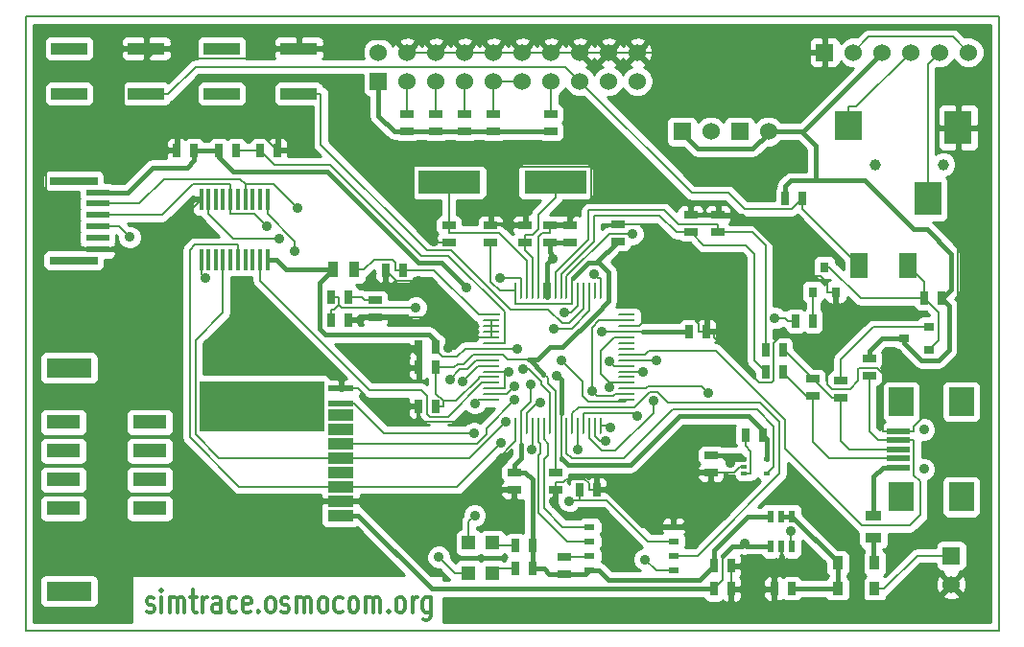
<source format=gtl>
G04 (created by PCBNEW-RS274X (2011-06-08)-testing) date Sa 02 Jul 2011 13:34:50 CEST*
G01*
G70*
G90*
%MOIN*%
G04 Gerber Fmt 3.4, Leading zero omitted, Abs format*
%FSLAX34Y34*%
G04 APERTURE LIST*
%ADD10C,0.006000*%
%ADD11C,0.008000*%
%ADD12C,0.012000*%
%ADD13R,0.078700X0.023600*%
%ADD14R,0.165400X0.027600*%
%ADD15R,0.094500X0.116100*%
%ADD16R,0.094500X0.104300*%
%ADD17C,0.039400*%
%ADD18R,0.060000X0.060000*%
%ADD19C,0.060000*%
%ADD20R,0.216500X0.078700*%
%ADD21R,0.045000X0.025000*%
%ADD22R,0.025000X0.045000*%
%ADD23R,0.035000X0.055000*%
%ADD24R,0.055000X0.035000*%
%ADD25R,0.035800X0.048000*%
%ADD26R,0.060000X0.009800*%
%ADD27O,0.060000X0.009800*%
%ADD28O,0.009800X0.060000*%
%ADD29R,0.031500X0.035400*%
%ADD30R,0.035400X0.031500*%
%ADD31R,0.126000X0.039400*%
%ADD32C,0.035400*%
%ADD33R,0.078700X0.019700*%
%ADD34R,0.086600X0.098400*%
%ADD35R,0.090600X0.039400*%
%ADD36R,0.090600X0.019700*%
%ADD37R,0.118100X0.047200*%
%ADD38R,0.433100X0.173200*%
%ADD39R,0.157500X0.066900*%
%ADD40R,0.016000X0.074800*%
%ADD41R,0.020000X0.012000*%
%ADD42R,0.023600X0.043300*%
%ADD43R,0.059800X0.090600*%
%ADD44R,0.047200X0.047200*%
%ADD45R,0.037900X0.019700*%
%ADD46C,0.035000*%
%ADD47C,0.016000*%
%ADD48C,0.010000*%
G04 APERTURE END LIST*
G54D10*
G54D11*
X14450Y-56300D02*
X14450Y-34950D01*
X48250Y-56300D02*
X14450Y-56300D01*
X48250Y-34950D02*
X48250Y-56300D01*
X15250Y-34950D02*
X48250Y-34950D01*
X14450Y-34950D02*
X15250Y-34950D01*
G54D12*
X18657Y-55636D02*
X18714Y-55674D01*
X18829Y-55674D01*
X18886Y-55636D01*
X18914Y-55560D01*
X18914Y-55521D01*
X18886Y-55445D01*
X18829Y-55407D01*
X18743Y-55407D01*
X18686Y-55369D01*
X18657Y-55293D01*
X18657Y-55255D01*
X18686Y-55179D01*
X18743Y-55140D01*
X18829Y-55140D01*
X18886Y-55179D01*
X19172Y-55674D02*
X19172Y-55140D01*
X19172Y-54874D02*
X19143Y-54912D01*
X19172Y-54950D01*
X19200Y-54912D01*
X19172Y-54874D01*
X19172Y-54950D01*
X19458Y-55674D02*
X19458Y-55140D01*
X19458Y-55217D02*
X19486Y-55179D01*
X19544Y-55140D01*
X19629Y-55140D01*
X19686Y-55179D01*
X19715Y-55255D01*
X19715Y-55674D01*
X19715Y-55255D02*
X19744Y-55179D01*
X19801Y-55140D01*
X19886Y-55140D01*
X19944Y-55179D01*
X19972Y-55255D01*
X19972Y-55674D01*
X20172Y-55140D02*
X20401Y-55140D01*
X20258Y-54874D02*
X20258Y-55560D01*
X20286Y-55636D01*
X20344Y-55674D01*
X20401Y-55674D01*
X20601Y-55674D02*
X20601Y-55140D01*
X20601Y-55293D02*
X20629Y-55217D01*
X20658Y-55179D01*
X20715Y-55140D01*
X20772Y-55140D01*
X21229Y-55674D02*
X21229Y-55255D01*
X21200Y-55179D01*
X21143Y-55140D01*
X21029Y-55140D01*
X20972Y-55179D01*
X21229Y-55636D02*
X21172Y-55674D01*
X21029Y-55674D01*
X20972Y-55636D01*
X20943Y-55560D01*
X20943Y-55483D01*
X20972Y-55407D01*
X21029Y-55369D01*
X21172Y-55369D01*
X21229Y-55331D01*
X21772Y-55636D02*
X21715Y-55674D01*
X21601Y-55674D01*
X21543Y-55636D01*
X21515Y-55598D01*
X21486Y-55521D01*
X21486Y-55293D01*
X21515Y-55217D01*
X21543Y-55179D01*
X21601Y-55140D01*
X21715Y-55140D01*
X21772Y-55179D01*
X22257Y-55636D02*
X22200Y-55674D01*
X22086Y-55674D01*
X22029Y-55636D01*
X22000Y-55560D01*
X22000Y-55255D01*
X22029Y-55179D01*
X22086Y-55140D01*
X22200Y-55140D01*
X22257Y-55179D01*
X22286Y-55255D01*
X22286Y-55331D01*
X22000Y-55407D01*
X22543Y-55598D02*
X22571Y-55636D01*
X22543Y-55674D01*
X22514Y-55636D01*
X22543Y-55598D01*
X22543Y-55674D01*
X22915Y-55674D02*
X22857Y-55636D01*
X22829Y-55598D01*
X22800Y-55521D01*
X22800Y-55293D01*
X22829Y-55217D01*
X22857Y-55179D01*
X22915Y-55140D01*
X23000Y-55140D01*
X23057Y-55179D01*
X23086Y-55217D01*
X23115Y-55293D01*
X23115Y-55521D01*
X23086Y-55598D01*
X23057Y-55636D01*
X23000Y-55674D01*
X22915Y-55674D01*
X23343Y-55636D02*
X23400Y-55674D01*
X23515Y-55674D01*
X23572Y-55636D01*
X23600Y-55560D01*
X23600Y-55521D01*
X23572Y-55445D01*
X23515Y-55407D01*
X23429Y-55407D01*
X23372Y-55369D01*
X23343Y-55293D01*
X23343Y-55255D01*
X23372Y-55179D01*
X23429Y-55140D01*
X23515Y-55140D01*
X23572Y-55179D01*
X23858Y-55674D02*
X23858Y-55140D01*
X23858Y-55217D02*
X23886Y-55179D01*
X23944Y-55140D01*
X24029Y-55140D01*
X24086Y-55179D01*
X24115Y-55255D01*
X24115Y-55674D01*
X24115Y-55255D02*
X24144Y-55179D01*
X24201Y-55140D01*
X24286Y-55140D01*
X24344Y-55179D01*
X24372Y-55255D01*
X24372Y-55674D01*
X24744Y-55674D02*
X24686Y-55636D01*
X24658Y-55598D01*
X24629Y-55521D01*
X24629Y-55293D01*
X24658Y-55217D01*
X24686Y-55179D01*
X24744Y-55140D01*
X24829Y-55140D01*
X24886Y-55179D01*
X24915Y-55217D01*
X24944Y-55293D01*
X24944Y-55521D01*
X24915Y-55598D01*
X24886Y-55636D01*
X24829Y-55674D01*
X24744Y-55674D01*
X25458Y-55636D02*
X25401Y-55674D01*
X25287Y-55674D01*
X25229Y-55636D01*
X25201Y-55598D01*
X25172Y-55521D01*
X25172Y-55293D01*
X25201Y-55217D01*
X25229Y-55179D01*
X25287Y-55140D01*
X25401Y-55140D01*
X25458Y-55179D01*
X25801Y-55674D02*
X25743Y-55636D01*
X25715Y-55598D01*
X25686Y-55521D01*
X25686Y-55293D01*
X25715Y-55217D01*
X25743Y-55179D01*
X25801Y-55140D01*
X25886Y-55140D01*
X25943Y-55179D01*
X25972Y-55217D01*
X26001Y-55293D01*
X26001Y-55521D01*
X25972Y-55598D01*
X25943Y-55636D01*
X25886Y-55674D01*
X25801Y-55674D01*
X26258Y-55674D02*
X26258Y-55140D01*
X26258Y-55217D02*
X26286Y-55179D01*
X26344Y-55140D01*
X26429Y-55140D01*
X26486Y-55179D01*
X26515Y-55255D01*
X26515Y-55674D01*
X26515Y-55255D02*
X26544Y-55179D01*
X26601Y-55140D01*
X26686Y-55140D01*
X26744Y-55179D01*
X26772Y-55255D01*
X26772Y-55674D01*
X27058Y-55598D02*
X27086Y-55636D01*
X27058Y-55674D01*
X27029Y-55636D01*
X27058Y-55598D01*
X27058Y-55674D01*
X27430Y-55674D02*
X27372Y-55636D01*
X27344Y-55598D01*
X27315Y-55521D01*
X27315Y-55293D01*
X27344Y-55217D01*
X27372Y-55179D01*
X27430Y-55140D01*
X27515Y-55140D01*
X27572Y-55179D01*
X27601Y-55217D01*
X27630Y-55293D01*
X27630Y-55521D01*
X27601Y-55598D01*
X27572Y-55636D01*
X27515Y-55674D01*
X27430Y-55674D01*
X27887Y-55674D02*
X27887Y-55140D01*
X27887Y-55293D02*
X27915Y-55217D01*
X27944Y-55179D01*
X28001Y-55140D01*
X28058Y-55140D01*
X28515Y-55140D02*
X28515Y-55788D01*
X28486Y-55864D01*
X28458Y-55902D01*
X28401Y-55940D01*
X28315Y-55940D01*
X28258Y-55902D01*
X28515Y-55636D02*
X28458Y-55674D01*
X28344Y-55674D01*
X28286Y-55636D01*
X28258Y-55598D01*
X28229Y-55521D01*
X28229Y-55293D01*
X28258Y-55217D01*
X28286Y-55179D01*
X28344Y-55140D01*
X28458Y-55140D01*
X28515Y-55179D01*
G54D13*
X16947Y-41066D03*
X16947Y-41459D03*
X16947Y-41853D03*
X16947Y-42247D03*
X16947Y-42641D03*
X16947Y-43034D03*
G54D14*
X16120Y-40672D03*
X16120Y-43428D03*
G54D15*
X46843Y-38811D03*
X45780Y-41281D03*
G54D16*
X43024Y-38752D03*
G54D17*
X46331Y-40100D03*
X43969Y-40100D03*
G54D18*
X26700Y-37200D03*
G54D19*
X26700Y-36200D03*
X27700Y-37200D03*
X27700Y-36200D03*
X28700Y-37200D03*
X28700Y-36200D03*
X29700Y-37200D03*
X29700Y-36200D03*
X30700Y-37200D03*
X30700Y-36200D03*
X31700Y-37200D03*
X31700Y-36200D03*
X32700Y-37200D03*
X32700Y-36200D03*
X33700Y-37200D03*
X33700Y-36200D03*
X34700Y-37200D03*
X34700Y-36200D03*
X35700Y-37200D03*
X35700Y-36200D03*
G54D18*
X37250Y-38950D03*
G54D19*
X38250Y-38950D03*
G54D18*
X39250Y-38950D03*
G54D19*
X40250Y-38950D03*
G54D18*
X46600Y-53700D03*
G54D19*
X46600Y-54700D03*
G54D20*
X32850Y-40700D03*
X29150Y-40700D03*
G54D21*
X33178Y-53736D03*
X33178Y-54336D03*
G54D22*
X33687Y-51400D03*
X34287Y-51400D03*
X41795Y-45537D03*
X41195Y-45537D03*
X32050Y-53350D03*
X31450Y-53350D03*
X32050Y-54150D03*
X31450Y-54150D03*
X40842Y-41267D03*
X41442Y-41267D03*
X25050Y-44700D03*
X25650Y-44700D03*
X40150Y-46550D03*
X40750Y-46550D03*
X40150Y-47300D03*
X40750Y-47300D03*
G54D21*
X32700Y-38350D03*
X32700Y-38950D03*
X30700Y-38350D03*
X30700Y-38950D03*
X29700Y-38350D03*
X29700Y-38950D03*
X28700Y-38350D03*
X28700Y-38950D03*
X27700Y-38350D03*
X27700Y-38950D03*
X42750Y-48200D03*
X42750Y-47600D03*
X43750Y-47450D03*
X43750Y-46850D03*
G54D22*
X46250Y-44750D03*
X45650Y-44750D03*
X27551Y-43763D03*
X26951Y-43763D03*
X38350Y-54050D03*
X38950Y-54050D03*
X38348Y-54857D03*
X38948Y-54857D03*
G54D21*
X35015Y-42785D03*
X35015Y-42185D03*
X32850Y-50800D03*
X32850Y-51400D03*
X29150Y-42200D03*
X29150Y-42800D03*
X31800Y-42800D03*
X31800Y-42200D03*
G54D22*
X28700Y-48500D03*
X28100Y-48500D03*
G54D21*
X30600Y-42800D03*
X30600Y-42200D03*
G54D22*
X41050Y-54850D03*
X40450Y-54850D03*
G54D21*
X38500Y-42450D03*
X38500Y-41850D03*
G54D22*
X28700Y-47150D03*
X28100Y-47150D03*
G54D21*
X37550Y-42450D03*
X37550Y-41850D03*
G54D22*
X25650Y-45500D03*
X25050Y-45500D03*
G54D21*
X33350Y-42800D03*
X33350Y-42200D03*
G54D22*
X37500Y-45900D03*
X38100Y-45900D03*
G54D21*
X26600Y-45400D03*
X26600Y-44800D03*
X41800Y-48150D03*
X41800Y-47550D03*
X31420Y-50809D03*
X31420Y-51409D03*
X32647Y-42804D03*
X32647Y-42204D03*
G54D22*
X28700Y-46450D03*
X28100Y-46450D03*
G54D23*
X25870Y-43753D03*
X25120Y-43753D03*
G54D24*
X43900Y-52325D03*
X43900Y-53075D03*
G54D25*
X42655Y-54850D03*
X43945Y-54850D03*
X42655Y-53950D03*
X43945Y-53950D03*
G54D26*
X30639Y-45324D03*
G54D27*
X30639Y-45521D03*
X30639Y-45718D03*
X30639Y-45915D03*
X30639Y-46112D03*
X30639Y-46308D03*
X30639Y-46505D03*
X30639Y-46702D03*
X30639Y-46899D03*
X30639Y-47096D03*
X30639Y-47293D03*
X30639Y-47489D03*
X30639Y-47686D03*
X30639Y-47883D03*
X30639Y-48080D03*
X30639Y-48277D03*
G54D28*
X31474Y-49175D03*
X31671Y-49175D03*
X31868Y-49175D03*
X32065Y-49175D03*
X32262Y-49175D03*
X32458Y-49175D03*
X32655Y-49175D03*
X32852Y-49175D03*
X33049Y-49175D03*
X33246Y-49175D03*
X33443Y-49175D03*
X33639Y-49175D03*
X33836Y-49175D03*
X34033Y-49175D03*
X34230Y-49175D03*
X34427Y-49175D03*
G54D27*
X35325Y-48277D03*
X35325Y-48080D03*
X35325Y-47883D03*
X35325Y-47686D03*
X35325Y-47489D03*
X35325Y-47293D03*
X35325Y-47096D03*
X35325Y-46899D03*
X35325Y-46702D03*
X35325Y-46505D03*
X35325Y-46308D03*
X35325Y-46112D03*
X35325Y-45915D03*
X35325Y-45718D03*
X35325Y-45521D03*
X35325Y-45324D03*
G54D28*
X34427Y-44489D03*
X34230Y-44489D03*
X33836Y-44489D03*
X34033Y-44482D03*
X33639Y-44489D03*
X33443Y-44489D03*
X33246Y-44489D03*
X33049Y-44489D03*
X32852Y-44489D03*
X32655Y-44489D03*
X32461Y-44489D03*
X32264Y-44489D03*
X32067Y-44489D03*
X31870Y-44489D03*
X31674Y-44489D03*
X31477Y-44489D03*
G54D18*
X42200Y-36200D03*
G54D19*
X43200Y-36200D03*
X44200Y-36200D03*
X45200Y-36200D03*
X46200Y-36200D03*
X47200Y-36200D03*
G54D29*
X41806Y-44533D03*
X42594Y-44533D03*
X42200Y-43667D03*
G54D30*
X45833Y-46544D03*
X45833Y-45756D03*
X44967Y-46150D03*
G54D31*
X18639Y-36063D03*
X18639Y-37637D03*
X15961Y-37637D03*
X15961Y-36063D03*
X23939Y-36063D03*
X23939Y-37637D03*
X21261Y-37637D03*
X21261Y-36063D03*
G54D32*
X45650Y-50689D03*
X45650Y-49311D03*
G54D33*
X44764Y-50315D03*
X44764Y-50000D03*
X44764Y-49685D03*
X44764Y-49370D03*
X44764Y-50630D03*
G54D34*
X44863Y-51654D03*
X44863Y-48346D03*
X46949Y-51654D03*
X46949Y-48346D03*
G54D35*
X25403Y-52294D03*
X25403Y-51794D03*
X25403Y-50794D03*
X25403Y-51294D03*
X25403Y-50294D03*
X25403Y-49794D03*
X25403Y-49294D03*
X25403Y-48794D03*
G54D36*
X25403Y-48400D03*
X25403Y-47889D03*
G54D37*
X15757Y-51050D03*
X15757Y-49050D03*
X15757Y-50050D03*
X15757Y-52050D03*
X18757Y-52050D03*
X18757Y-51050D03*
X18757Y-50050D03*
X18757Y-49050D03*
G54D38*
X22659Y-48503D03*
G54D39*
X15954Y-47172D03*
X15954Y-54928D03*
G54D40*
X22850Y-41300D03*
X22600Y-41300D03*
X22340Y-41300D03*
X22080Y-41300D03*
X21830Y-41300D03*
X21570Y-41300D03*
X21310Y-41300D03*
X21060Y-41300D03*
X20800Y-41300D03*
X20550Y-41300D03*
X20550Y-43400D03*
X20800Y-43400D03*
X21060Y-43400D03*
X21310Y-43400D03*
X21570Y-43400D03*
X21830Y-43400D03*
X22080Y-43400D03*
X22340Y-43400D03*
X22600Y-43400D03*
X22850Y-43400D03*
G54D22*
X40050Y-49500D03*
X39450Y-49500D03*
X23200Y-39600D03*
X22600Y-39600D03*
X21150Y-39600D03*
X21750Y-39600D03*
X19700Y-39600D03*
X20300Y-39600D03*
G54D21*
X38250Y-50200D03*
X38250Y-50800D03*
G54D41*
X39400Y-50350D03*
X39400Y-50850D03*
X40200Y-50350D03*
X39400Y-50600D03*
X40200Y-50850D03*
G54D42*
X40326Y-53362D03*
X40700Y-53362D03*
X41074Y-53362D03*
X40326Y-52338D03*
X40700Y-52338D03*
X41074Y-52338D03*
G54D43*
X45089Y-43600D03*
X43411Y-43600D03*
G54D44*
X30663Y-54300D03*
X29837Y-54300D03*
X30663Y-53250D03*
X29837Y-53250D03*
G54D45*
X36955Y-52700D03*
X36955Y-54200D03*
X36955Y-53700D03*
X36955Y-53200D03*
X34045Y-54200D03*
X34045Y-53700D03*
X34046Y-53200D03*
X34045Y-52700D03*
G54D46*
X34742Y-46956D03*
X22816Y-42245D03*
X31421Y-47811D03*
X35910Y-47293D03*
X31131Y-49039D03*
X34737Y-47832D03*
X35965Y-53828D03*
X33639Y-50003D03*
X36268Y-48322D03*
X35682Y-48858D03*
X31217Y-47293D03*
X20700Y-44056D03*
X18070Y-42624D03*
X23261Y-42681D03*
X31426Y-48290D03*
X34128Y-47979D03*
X30050Y-52300D03*
X29645Y-47626D03*
X28800Y-53750D03*
X29191Y-47561D03*
X23892Y-41603D03*
X31733Y-47209D03*
X30973Y-49764D03*
X34764Y-49247D03*
X23802Y-43110D03*
X30055Y-48393D03*
X41028Y-52849D03*
X38147Y-48037D03*
X30013Y-49446D03*
X34597Y-49724D03*
X33174Y-45257D03*
X33063Y-46911D03*
X34193Y-43899D03*
X36353Y-46899D03*
X32812Y-45800D03*
X29777Y-44364D03*
X32900Y-47435D03*
X39422Y-53275D03*
X38933Y-50482D03*
X32018Y-50002D03*
X33332Y-51799D03*
X34468Y-45915D03*
X32772Y-43374D03*
X31986Y-47726D03*
X31514Y-46505D03*
X28618Y-42765D03*
X28093Y-44156D03*
X31150Y-51924D03*
X32784Y-51816D03*
X27696Y-46611D03*
X29830Y-48992D03*
X29117Y-46460D03*
X32321Y-48367D03*
X40475Y-45434D03*
X30923Y-44046D03*
X27997Y-45069D03*
X35524Y-42509D03*
G54D11*
X28700Y-47150D02*
X29344Y-47150D01*
X29344Y-47150D02*
X29464Y-47030D01*
G54D47*
X31950Y-46862D02*
X31950Y-46880D01*
X31950Y-46880D02*
X32443Y-47373D01*
X32443Y-47373D02*
X32443Y-47398D01*
X32443Y-47398D02*
X32443Y-47373D01*
X34251Y-45299D02*
X33100Y-46450D01*
X34375Y-43525D02*
X34700Y-43850D01*
X34700Y-43850D02*
X34700Y-44850D01*
X34700Y-44850D02*
X34251Y-45299D01*
X34275Y-43525D02*
X34375Y-43525D01*
X32238Y-46862D02*
X31950Y-46862D01*
X31950Y-46862D02*
X31932Y-46862D01*
X32650Y-46450D02*
X32238Y-46862D01*
X33100Y-46450D02*
X32650Y-46450D01*
X34275Y-43525D02*
X34012Y-43525D01*
X34012Y-43525D02*
X33478Y-44059D01*
X34275Y-43525D02*
X35015Y-42785D01*
G54D11*
X30639Y-47489D02*
X30196Y-47489D01*
X32852Y-49396D02*
X32852Y-49618D01*
X32850Y-50800D02*
X32850Y-50532D01*
X32852Y-50530D02*
X32850Y-50532D01*
X32852Y-49618D02*
X32852Y-50530D01*
X28700Y-48500D02*
X28968Y-48500D01*
X33443Y-44932D02*
X31477Y-44932D01*
X31477Y-44489D02*
X31477Y-44932D01*
X30914Y-44489D02*
X31477Y-44489D01*
X30600Y-44175D02*
X30914Y-44489D01*
X30600Y-42800D02*
X30600Y-44175D01*
X28968Y-48500D02*
X28968Y-48315D01*
X28954Y-48315D02*
X28968Y-48315D01*
X28700Y-48061D02*
X28954Y-48315D01*
X28700Y-47150D02*
X28700Y-48061D01*
X30196Y-47526D02*
X30196Y-47489D01*
X29407Y-48315D02*
X30196Y-47526D01*
X28968Y-48315D02*
X29407Y-48315D01*
X33443Y-44710D02*
X33443Y-44932D01*
X33443Y-44710D02*
X33443Y-44489D01*
X32852Y-49396D02*
X32852Y-49175D01*
X32581Y-47511D02*
X32443Y-47373D01*
X32852Y-49175D02*
X32852Y-47968D01*
X32852Y-47968D02*
X32581Y-47697D01*
X32581Y-47697D02*
X32581Y-47511D01*
X32443Y-47373D02*
X32281Y-47210D01*
X31040Y-46702D02*
X30639Y-46702D01*
X31932Y-46862D02*
X31200Y-46862D01*
X31200Y-46862D02*
X31040Y-46702D01*
X32281Y-47210D02*
X31932Y-46862D01*
X34273Y-43527D02*
X34275Y-43525D01*
X34272Y-43527D02*
X34273Y-43527D01*
X33478Y-44103D02*
X34054Y-43527D01*
X34054Y-43527D02*
X34272Y-43527D01*
X33443Y-44138D02*
X33478Y-44103D01*
X33443Y-44489D02*
X33443Y-44138D01*
X29988Y-46702D02*
X30639Y-46702D01*
X29660Y-47030D02*
X29988Y-46702D01*
X29464Y-47030D02*
X29660Y-47030D01*
X41442Y-41267D02*
X41442Y-41631D01*
X41442Y-41631D02*
X43411Y-43600D01*
X34882Y-47096D02*
X34742Y-46956D01*
X35325Y-47096D02*
X34882Y-47096D01*
X18639Y-37637D02*
X19412Y-37637D01*
X33200Y-36700D02*
X33700Y-37200D01*
X20349Y-36700D02*
X33200Y-36700D01*
X19412Y-37637D02*
X20349Y-36700D01*
X41073Y-41636D02*
X41442Y-41267D01*
X39417Y-41636D02*
X41073Y-41636D01*
X38865Y-41084D02*
X39417Y-41636D01*
X37584Y-41084D02*
X38865Y-41084D01*
X33700Y-37200D02*
X37584Y-41084D01*
X44072Y-49685D02*
X44764Y-49685D01*
X43750Y-49363D02*
X44072Y-49685D01*
X43750Y-47450D02*
X43750Y-49363D01*
X35969Y-46702D02*
X35325Y-46702D01*
X36091Y-46580D02*
X35969Y-46702D01*
X38439Y-46580D02*
X36091Y-46580D01*
X40824Y-48965D02*
X38439Y-46580D01*
X40824Y-49965D02*
X40824Y-48965D01*
X43503Y-52644D02*
X40824Y-49965D01*
X45161Y-52644D02*
X43503Y-52644D01*
X45515Y-52290D02*
X45161Y-52644D01*
X45515Y-51111D02*
X45515Y-52290D01*
X45301Y-50897D02*
X45515Y-51111D01*
X45301Y-49707D02*
X45301Y-50897D01*
X45279Y-49685D02*
X45301Y-49707D01*
X44764Y-49685D02*
X45279Y-49685D01*
X23939Y-37637D02*
X24712Y-37637D01*
X24712Y-39410D02*
X24712Y-37637D01*
X28391Y-43089D02*
X24712Y-39410D01*
X29239Y-43089D02*
X28391Y-43089D01*
X31291Y-45141D02*
X29239Y-43089D01*
X32606Y-45141D02*
X31291Y-45141D01*
X33082Y-45617D02*
X32606Y-45141D01*
X33341Y-45617D02*
X33082Y-45617D01*
X33836Y-45122D02*
X33341Y-45617D01*
X33836Y-44489D02*
X33836Y-45122D01*
X21570Y-41087D02*
X21570Y-40783D01*
X21570Y-41087D02*
X21570Y-41300D01*
X31152Y-48080D02*
X30639Y-48080D01*
X31421Y-47811D02*
X31152Y-48080D01*
X21570Y-41300D02*
X21570Y-41817D01*
X22388Y-41817D02*
X22816Y-42245D01*
X21570Y-41817D02*
X22388Y-41817D01*
X35325Y-47293D02*
X35910Y-47293D01*
X20274Y-40783D02*
X21570Y-40783D01*
X19204Y-41853D02*
X20274Y-40783D01*
X16947Y-41853D02*
X19204Y-41853D01*
X35325Y-46112D02*
X34882Y-46112D01*
X21152Y-50294D02*
X25403Y-50294D01*
X20349Y-49491D02*
X21152Y-50294D01*
X20349Y-46201D02*
X20349Y-49491D01*
X21310Y-45240D02*
X20349Y-46201D01*
X21310Y-43400D02*
X21310Y-45240D01*
X34742Y-47686D02*
X35325Y-47686D01*
X34423Y-46571D02*
X34882Y-46112D01*
X34423Y-47367D02*
X34423Y-46571D01*
X34742Y-47686D02*
X34423Y-47367D01*
X29876Y-50294D02*
X25403Y-50294D01*
X31131Y-49039D02*
X29876Y-50294D01*
X34742Y-47827D02*
X34737Y-47832D01*
X34742Y-47686D02*
X34742Y-47827D01*
X36483Y-54212D02*
X36943Y-54212D01*
X33639Y-49175D02*
X33639Y-50003D01*
X35965Y-53828D02*
X36349Y-54212D01*
X36349Y-54212D02*
X36483Y-54212D01*
X36943Y-54212D02*
X36955Y-54200D01*
X37050Y-42450D02*
X37550Y-42450D01*
X36474Y-41874D02*
X37050Y-42450D01*
X34202Y-41874D02*
X36474Y-41874D01*
X34180Y-41896D02*
X34202Y-41874D01*
X34180Y-42782D02*
X34180Y-41896D01*
X33049Y-43913D02*
X34180Y-42782D01*
X33049Y-44489D02*
X33049Y-43913D01*
X39750Y-46900D02*
X40150Y-47300D01*
X39750Y-43200D02*
X39750Y-46900D01*
X39450Y-42900D02*
X39750Y-43200D01*
X38000Y-42900D02*
X39450Y-42900D01*
X37550Y-42450D02*
X38000Y-42900D01*
X40150Y-42900D02*
X40150Y-46550D01*
X39700Y-42450D02*
X40150Y-42900D01*
X38500Y-42450D02*
X39700Y-42450D01*
X32852Y-43851D02*
X32852Y-44489D01*
X33997Y-42706D02*
X32852Y-43851D01*
X33997Y-41703D02*
X33997Y-42706D01*
X34009Y-41691D02*
X33997Y-41703D01*
X36641Y-41691D02*
X34009Y-41691D01*
X37132Y-42182D02*
X36641Y-41691D01*
X38500Y-42182D02*
X37132Y-42182D01*
X38500Y-42450D02*
X38500Y-42182D01*
X43312Y-38088D02*
X45200Y-36200D01*
X43024Y-38088D02*
X43312Y-38088D01*
X43024Y-38752D02*
X43024Y-38088D01*
X34033Y-49175D02*
X34033Y-49618D01*
X36268Y-48732D02*
X36268Y-48322D01*
X34943Y-50057D02*
X36268Y-48732D01*
X34472Y-50057D02*
X34943Y-50057D01*
X34033Y-49618D02*
X34472Y-50057D01*
X45780Y-36620D02*
X46200Y-36200D01*
X45780Y-41281D02*
X45780Y-36620D01*
X35551Y-48727D02*
X35682Y-48858D01*
X33858Y-48727D02*
X35551Y-48727D01*
X33836Y-48749D02*
X33858Y-48727D01*
X33836Y-49175D02*
X33836Y-48749D01*
X30639Y-47293D02*
X31082Y-47293D01*
X31082Y-47293D02*
X31082Y-47883D01*
X30639Y-47883D02*
X31082Y-47883D01*
X20561Y-43917D02*
X20700Y-44056D01*
X20550Y-43917D02*
X20561Y-43917D01*
X20550Y-43400D02*
X20550Y-43917D01*
X31082Y-47293D02*
X31217Y-47293D01*
X17693Y-42247D02*
X16947Y-42247D01*
X18070Y-42624D02*
X17693Y-42247D01*
X35325Y-45521D02*
X34379Y-45521D01*
X34379Y-45521D02*
X34128Y-45772D01*
X20800Y-41300D02*
X20800Y-41817D01*
X25403Y-49794D02*
X25999Y-49794D01*
X21664Y-42681D02*
X23261Y-42681D01*
X20800Y-41817D02*
X21664Y-42681D01*
X30116Y-49794D02*
X25999Y-49794D01*
X30447Y-49463D02*
X30116Y-49794D01*
X30447Y-49269D02*
X30447Y-49463D01*
X31426Y-48290D02*
X30447Y-49269D01*
X34945Y-48080D02*
X35325Y-48080D01*
X34872Y-48153D02*
X34945Y-48080D01*
X34302Y-48153D02*
X34872Y-48153D01*
X34128Y-47979D02*
X34302Y-48153D01*
X34128Y-45772D02*
X34128Y-47979D01*
X30308Y-47686D02*
X30639Y-47686D01*
X29125Y-48869D02*
X30308Y-47686D01*
X28493Y-48869D02*
X29125Y-48869D01*
X28388Y-48764D02*
X28493Y-48869D01*
X28388Y-48140D02*
X28388Y-48764D01*
X28184Y-47936D02*
X28388Y-48140D01*
X26387Y-47936D02*
X28184Y-47936D01*
X22600Y-44149D02*
X26387Y-47936D01*
X22600Y-43400D02*
X22600Y-44149D01*
X29837Y-53250D02*
X29837Y-52513D01*
X29837Y-52513D02*
X30050Y-52300D01*
X29931Y-52419D02*
X30050Y-52300D01*
X30175Y-47096D02*
X30639Y-47096D01*
X29645Y-47626D02*
X30175Y-47096D01*
X29837Y-54300D02*
X29350Y-54300D01*
X29350Y-54300D02*
X28800Y-53750D01*
X29191Y-47561D02*
X29539Y-47213D01*
X29539Y-47213D02*
X29792Y-47213D01*
X29792Y-47213D02*
X30106Y-46899D01*
X30106Y-46899D02*
X30639Y-46899D01*
X36955Y-53700D02*
X37800Y-53700D01*
X38000Y-53500D02*
X38000Y-53496D01*
X37800Y-53700D02*
X38000Y-53500D01*
X40640Y-49300D02*
X40640Y-49040D01*
X39968Y-48368D02*
X36765Y-48368D01*
X40640Y-49040D02*
X39968Y-48368D01*
X40640Y-50856D02*
X38000Y-53496D01*
X40640Y-49300D02*
X40640Y-50856D01*
X36401Y-48004D02*
X36765Y-48368D01*
X36137Y-48004D02*
X36401Y-48004D01*
X35606Y-48535D02*
X36137Y-48004D01*
X33650Y-48535D02*
X35606Y-48535D01*
X33443Y-48742D02*
X33650Y-48535D01*
X33443Y-49175D02*
X33443Y-48742D01*
X32458Y-49175D02*
X32458Y-49658D01*
X33100Y-52700D02*
X34045Y-52700D01*
X32453Y-52053D02*
X33100Y-52700D01*
X32453Y-50350D02*
X32453Y-52053D01*
X32600Y-50203D02*
X32453Y-50350D01*
X32600Y-49800D02*
X32600Y-50203D01*
X32458Y-49658D02*
X32600Y-49800D01*
X22090Y-40782D02*
X22080Y-40792D01*
X23071Y-40782D02*
X22090Y-40782D01*
X23892Y-41603D02*
X23071Y-40782D01*
X22080Y-41300D02*
X22080Y-40792D01*
X18402Y-41459D02*
X16947Y-41459D01*
X19262Y-40599D02*
X18402Y-41459D01*
X21887Y-40599D02*
X19262Y-40599D01*
X22080Y-40792D02*
X21887Y-40599D01*
X31940Y-47209D02*
X31733Y-47209D01*
X32365Y-47634D02*
X31940Y-47209D01*
X32365Y-47742D02*
X32365Y-47634D01*
X32655Y-48032D02*
X32365Y-47742D01*
X32655Y-49175D02*
X32655Y-48032D01*
X21830Y-43400D02*
X21830Y-42883D01*
X21860Y-51294D02*
X25403Y-51294D01*
X20151Y-49585D02*
X21860Y-51294D01*
X20151Y-43072D02*
X20151Y-49585D01*
X20340Y-42883D02*
X20151Y-43072D01*
X21830Y-42883D02*
X20340Y-42883D01*
X29443Y-51294D02*
X30973Y-49764D01*
X25403Y-51294D02*
X29443Y-51294D01*
X34692Y-49175D02*
X34764Y-49247D01*
X34427Y-49175D02*
X34692Y-49175D01*
X33276Y-53212D02*
X34034Y-53212D01*
X33276Y-53212D02*
X32271Y-52207D01*
X32271Y-52207D02*
X32271Y-50200D01*
X32271Y-50200D02*
X32336Y-50135D01*
X32336Y-50135D02*
X32336Y-49823D01*
X32336Y-49823D02*
X32262Y-49749D01*
X32262Y-49749D02*
X32262Y-49618D01*
X32262Y-49175D02*
X32262Y-49618D01*
X34034Y-53212D02*
X34046Y-53200D01*
X30639Y-48277D02*
X30196Y-48277D01*
X22850Y-41300D02*
X22850Y-41817D01*
X23801Y-43110D02*
X23802Y-43110D01*
X23801Y-42768D02*
X23801Y-43110D01*
X22850Y-41817D02*
X23801Y-42768D01*
X30080Y-48393D02*
X30055Y-48393D01*
X30196Y-48277D02*
X30080Y-48393D01*
X41028Y-53316D02*
X41028Y-52849D01*
X41074Y-53362D02*
X41028Y-53316D01*
X35997Y-47883D02*
X35325Y-47883D01*
X36059Y-47821D02*
X35997Y-47883D01*
X37931Y-47821D02*
X36059Y-47821D01*
X38147Y-48037D02*
X37931Y-47821D01*
X34400Y-49724D02*
X34597Y-49724D01*
X34230Y-49554D02*
X34400Y-49724D01*
X34230Y-49175D02*
X34230Y-49554D01*
X26907Y-49446D02*
X30013Y-49446D01*
X25861Y-48400D02*
X26907Y-49446D01*
X25403Y-48400D02*
X25861Y-48400D01*
X33639Y-44489D02*
X33639Y-45025D01*
X33639Y-45025D02*
X33407Y-45257D01*
X33407Y-45257D02*
X33174Y-45257D01*
X30700Y-37200D02*
X30700Y-38350D01*
X31700Y-37200D02*
X30700Y-37200D01*
X28700Y-37200D02*
X28700Y-38350D01*
X33809Y-47657D02*
X33063Y-46911D01*
X33809Y-48151D02*
X33809Y-47657D01*
X33995Y-48337D02*
X33809Y-48151D01*
X35265Y-48337D02*
X33995Y-48337D01*
X35325Y-48277D02*
X35265Y-48337D01*
X32700Y-38350D02*
X32700Y-37200D01*
X34340Y-44046D02*
X34193Y-43899D01*
X34427Y-44046D02*
X34340Y-44046D01*
X34427Y-44489D02*
X34427Y-44046D01*
X35325Y-46899D02*
X36353Y-46899D01*
X34033Y-45185D02*
X34033Y-44482D01*
X33418Y-45800D02*
X34033Y-45185D01*
X32812Y-45800D02*
X33418Y-45800D01*
X29700Y-37200D02*
X29700Y-38350D01*
X42200Y-43667D02*
X42367Y-43667D01*
X43450Y-44750D02*
X45650Y-44750D01*
X42367Y-43667D02*
X43450Y-44750D01*
X45650Y-44750D02*
X45650Y-44161D01*
X45650Y-44161D02*
X45089Y-43600D01*
X46154Y-45254D02*
X45650Y-44750D01*
X45833Y-46544D02*
X46154Y-46223D01*
X46154Y-46223D02*
X46154Y-45254D01*
G54D47*
X43900Y-53075D02*
X43900Y-53905D01*
X43900Y-53905D02*
X43945Y-53950D01*
G54D11*
X40444Y-49400D02*
X40444Y-49194D01*
X36939Y-48600D02*
X35218Y-50321D01*
X39850Y-48600D02*
X36939Y-48600D01*
X40444Y-49194D02*
X39850Y-48600D01*
X40444Y-50606D02*
X40200Y-50850D01*
X40444Y-49400D02*
X40444Y-50606D01*
X33422Y-50321D02*
X35218Y-50321D01*
X33246Y-50145D02*
X33422Y-50321D01*
X33246Y-49175D02*
X33246Y-50145D01*
X33049Y-49175D02*
X33049Y-48780D01*
G54D47*
X21150Y-39850D02*
X21650Y-40350D01*
X21650Y-40350D02*
X24946Y-40350D01*
X24946Y-40350D02*
X28090Y-43494D01*
X28090Y-43494D02*
X28907Y-43494D01*
X28907Y-43494D02*
X29777Y-44364D01*
X21150Y-39850D02*
X21150Y-39600D01*
X32935Y-47435D02*
X33074Y-47574D01*
X33074Y-47574D02*
X33074Y-48755D01*
X32900Y-47435D02*
X32935Y-47435D01*
G54D11*
X33049Y-48780D02*
X33074Y-48755D01*
G54D47*
X20300Y-39600D02*
X21150Y-39600D01*
X16947Y-41066D02*
X17984Y-41066D01*
X20300Y-39950D02*
X20300Y-39600D01*
X20050Y-40200D02*
X20300Y-39950D01*
X18850Y-40200D02*
X20050Y-40200D01*
X17984Y-41066D02*
X18850Y-40200D01*
X40200Y-50350D02*
X40200Y-49650D01*
X40200Y-49650D02*
X40050Y-49500D01*
X40050Y-49500D02*
X40050Y-49350D01*
G54D11*
X33049Y-49175D02*
X33049Y-50315D01*
X33049Y-50315D02*
X33074Y-50340D01*
G54D47*
X40050Y-49350D02*
X39550Y-48850D01*
X39550Y-48850D02*
X37150Y-48850D01*
X37150Y-48850D02*
X35450Y-50550D01*
X35450Y-50550D02*
X33309Y-50550D01*
X33309Y-50550D02*
X33074Y-50315D01*
X33074Y-50315D02*
X33074Y-50340D01*
G54D11*
X33049Y-49175D02*
X33049Y-48755D01*
G54D47*
X38663Y-53703D02*
X39004Y-53362D01*
X39004Y-53362D02*
X39335Y-53362D01*
X39335Y-53362D02*
X39422Y-53275D01*
X25403Y-52294D02*
X25999Y-52294D01*
X25999Y-52294D02*
X28562Y-54857D01*
X28562Y-54857D02*
X38348Y-54857D01*
X40326Y-53362D02*
X39509Y-53362D01*
X39509Y-53362D02*
X39422Y-53275D01*
X38250Y-50200D02*
X39250Y-50200D01*
X39250Y-50200D02*
X39400Y-50350D01*
X39400Y-50350D02*
X39065Y-50350D01*
X39065Y-50350D02*
X38933Y-50482D01*
X38250Y-50200D02*
X38651Y-50200D01*
X38651Y-50200D02*
X38933Y-50482D01*
G54D11*
X39422Y-53362D02*
X39422Y-53275D01*
X28562Y-54857D02*
X25999Y-52294D01*
X38348Y-54857D02*
X28562Y-54857D01*
X40326Y-53362D02*
X39422Y-53362D01*
X38663Y-54542D02*
X38348Y-54857D01*
X38663Y-53703D02*
X38663Y-54542D01*
X39422Y-53362D02*
X39004Y-53362D01*
X36483Y-53212D02*
X36943Y-53212D01*
X36483Y-53212D02*
X36077Y-53212D01*
X36077Y-53212D02*
X34633Y-51768D01*
X33687Y-51768D02*
X34633Y-51768D01*
X36943Y-53212D02*
X36955Y-53200D01*
X33687Y-51400D02*
X33687Y-51768D01*
X33363Y-51768D02*
X33687Y-51768D01*
X33332Y-51799D02*
X33363Y-51768D01*
X32065Y-49955D02*
X32018Y-50002D01*
X32065Y-49175D02*
X32065Y-49955D01*
G54D47*
X40250Y-38950D02*
X41400Y-38950D01*
X41400Y-38950D02*
X41450Y-38950D01*
X40250Y-38950D02*
X40250Y-39000D01*
X40250Y-39000D02*
X39700Y-39550D01*
X34045Y-54200D02*
X34350Y-54200D01*
X37850Y-54550D02*
X38350Y-54050D01*
X34700Y-54550D02*
X37850Y-54550D01*
X34350Y-54200D02*
X34700Y-54550D01*
X33178Y-54336D02*
X33909Y-54336D01*
X33909Y-54336D02*
X34045Y-54200D01*
X30700Y-38950D02*
X32700Y-38950D01*
X29700Y-38950D02*
X30700Y-38950D01*
X28700Y-38950D02*
X29700Y-38950D01*
X27700Y-38950D02*
X28700Y-38950D01*
X26700Y-37200D02*
X26700Y-38400D01*
X27250Y-38950D02*
X27700Y-38950D01*
X26700Y-38400D02*
X27250Y-38950D01*
X31656Y-50305D02*
X31656Y-49856D01*
X31656Y-49856D02*
X31671Y-49871D01*
G54D11*
X22850Y-43400D02*
X22950Y-43400D01*
G54D47*
X23503Y-43753D02*
X23150Y-43400D01*
X23150Y-43400D02*
X22950Y-43400D01*
X23503Y-43753D02*
X25120Y-43753D01*
G54D11*
X32550Y-44150D02*
X32550Y-44384D01*
X32550Y-44384D02*
X32655Y-44489D01*
X32550Y-44100D02*
X32550Y-44150D01*
X32550Y-44150D02*
X32550Y-44400D01*
X32550Y-44400D02*
X32461Y-44489D01*
G54D47*
X28700Y-46450D02*
X28700Y-46250D01*
X24650Y-44223D02*
X25120Y-43753D01*
X24650Y-45800D02*
X24650Y-44223D01*
X24850Y-46000D02*
X24650Y-45800D01*
X28450Y-46000D02*
X24850Y-46000D01*
X28700Y-46250D02*
X28450Y-46000D01*
X37500Y-45900D02*
X35900Y-45900D01*
X35900Y-45900D02*
X35900Y-45915D01*
X32772Y-43374D02*
X32726Y-43374D01*
X32550Y-43550D02*
X32550Y-44100D01*
X32550Y-44100D02*
X32550Y-44700D01*
X32726Y-43374D02*
X32550Y-43550D01*
X33350Y-42800D02*
X32651Y-42800D01*
X32651Y-42800D02*
X32647Y-42804D01*
X32772Y-43374D02*
X32772Y-43272D01*
X32772Y-43272D02*
X32647Y-43147D01*
X32647Y-43147D02*
X32647Y-42804D01*
X37250Y-38950D02*
X37250Y-39000D01*
X37800Y-39550D02*
X39700Y-39550D01*
X37250Y-39000D02*
X37800Y-39550D01*
X40550Y-38950D02*
X41400Y-38950D01*
X41400Y-38950D02*
X41900Y-39450D01*
X41900Y-39450D02*
X41900Y-40659D01*
X40550Y-38950D02*
X41450Y-38950D01*
X41450Y-38950D02*
X44200Y-36200D01*
X46250Y-44750D02*
X46300Y-44750D01*
X46300Y-44750D02*
X46600Y-44450D01*
X46600Y-44450D02*
X46600Y-43200D01*
X46600Y-43200D02*
X45750Y-42350D01*
X45750Y-42350D02*
X45300Y-42350D01*
X45300Y-42350D02*
X43609Y-40659D01*
X43609Y-40659D02*
X41900Y-40659D01*
X40842Y-40858D02*
X40842Y-41267D01*
X41900Y-40659D02*
X41041Y-40659D01*
X41041Y-40659D02*
X40842Y-40858D01*
X44967Y-46150D02*
X44967Y-46300D01*
X44967Y-46300D02*
X45567Y-46900D01*
X46518Y-45018D02*
X46250Y-44750D01*
X46518Y-46532D02*
X46518Y-45018D01*
X46150Y-46900D02*
X46518Y-46532D01*
X45567Y-46900D02*
X46150Y-46900D01*
X43750Y-46850D02*
X43750Y-46582D01*
X43750Y-46582D02*
X44182Y-46150D01*
X44182Y-46150D02*
X44967Y-46150D01*
X31420Y-50809D02*
X31420Y-50541D01*
X31420Y-50541D02*
X31656Y-50305D01*
X31656Y-50305D02*
X31671Y-50290D01*
X32050Y-53350D02*
X32050Y-51050D01*
X31809Y-50809D02*
X31420Y-50809D01*
X32050Y-51050D02*
X31809Y-50809D01*
X32050Y-54150D02*
X32050Y-53350D01*
X33178Y-54336D02*
X32636Y-54336D01*
X32450Y-54150D02*
X32050Y-54150D01*
X32636Y-54336D02*
X32450Y-54150D01*
X40326Y-52338D02*
X39529Y-52338D01*
X39529Y-52338D02*
X38350Y-53517D01*
X38350Y-53517D02*
X38350Y-54050D01*
G54D11*
X31986Y-47726D02*
X31986Y-48353D01*
X31986Y-48353D02*
X31671Y-48668D01*
X31671Y-48668D02*
X31671Y-49175D01*
X31420Y-50541D02*
X31671Y-50290D01*
X31671Y-50290D02*
X31671Y-49871D01*
X31671Y-49871D02*
X31671Y-49618D01*
X31671Y-49396D02*
X31671Y-49618D01*
X31671Y-49396D02*
X31671Y-49175D01*
X35900Y-45915D02*
X35325Y-45915D01*
X41450Y-38950D02*
X44200Y-36200D01*
X38350Y-53517D02*
X38350Y-54050D01*
X39529Y-52338D02*
X38350Y-53517D01*
X35325Y-45915D02*
X34468Y-45915D01*
X28700Y-46539D02*
X28700Y-46450D01*
X28942Y-46781D02*
X28700Y-46539D01*
X29441Y-46781D02*
X28942Y-46781D01*
X29717Y-46505D02*
X29441Y-46781D01*
X30639Y-46505D02*
X29717Y-46505D01*
X30639Y-46505D02*
X31514Y-46505D01*
X36955Y-52700D02*
X37200Y-52700D01*
X38250Y-51650D02*
X38250Y-51200D01*
X37200Y-52700D02*
X38250Y-51650D01*
X36700Y-52712D02*
X36943Y-52712D01*
X36943Y-52712D02*
X36955Y-52700D01*
X45300Y-49196D02*
X45748Y-48748D01*
X45300Y-49370D02*
X45300Y-49196D01*
X44227Y-47360D02*
X44227Y-49370D01*
X44039Y-47172D02*
X44227Y-47360D01*
X43400Y-47172D02*
X44039Y-47172D01*
X43378Y-47194D02*
X43400Y-47172D01*
X43378Y-47622D02*
X43378Y-47194D01*
X43100Y-47900D02*
X43378Y-47622D01*
X42450Y-47900D02*
X43100Y-47900D01*
X42300Y-47750D02*
X42450Y-47900D01*
X42300Y-46272D02*
X42300Y-47750D01*
X42108Y-46080D02*
X42300Y-46272D01*
X45748Y-47869D02*
X45748Y-48748D01*
X46843Y-46774D02*
X45748Y-47869D01*
X46843Y-38811D02*
X46843Y-46774D01*
X47650Y-53650D02*
X46600Y-54700D01*
X47650Y-50650D02*
X47650Y-53650D01*
X45748Y-48748D02*
X47650Y-50650D01*
X27245Y-35745D02*
X27700Y-36200D01*
X25030Y-35745D02*
X27245Y-35745D01*
X24712Y-36063D02*
X25030Y-35745D01*
X42594Y-45594D02*
X42594Y-44533D01*
X42108Y-46080D02*
X42594Y-45594D01*
X33700Y-36200D02*
X32700Y-36200D01*
X31210Y-40598D02*
X31210Y-41978D01*
X31432Y-42200D02*
X31210Y-41978D01*
X31800Y-42200D02*
X31432Y-42200D01*
X31190Y-41978D02*
X31210Y-41978D01*
X30968Y-42200D02*
X31190Y-41978D01*
X32264Y-42619D02*
X32264Y-44489D01*
X32411Y-42472D02*
X32264Y-42619D01*
X32647Y-42472D02*
X32411Y-42472D01*
X31700Y-36200D02*
X30700Y-36200D01*
X32700Y-36200D02*
X31700Y-36200D01*
X39370Y-41850D02*
X38500Y-41850D01*
X41512Y-43992D02*
X39370Y-41850D01*
X42053Y-43992D02*
X41512Y-43992D01*
X42294Y-44233D02*
X42053Y-43992D01*
X42294Y-44533D02*
X42294Y-44233D01*
X38100Y-45900D02*
X38368Y-45900D01*
X38100Y-45900D02*
X37832Y-45900D01*
X35325Y-45718D02*
X35768Y-45718D01*
X29150Y-42800D02*
X28782Y-42800D01*
X30600Y-42200D02*
X30968Y-42200D01*
X32647Y-42204D02*
X32647Y-42472D01*
X44764Y-49370D02*
X44227Y-49370D01*
X44764Y-49370D02*
X45300Y-49370D01*
G54D47*
X46000Y-55300D02*
X46600Y-54700D01*
X40492Y-55300D02*
X46000Y-55300D01*
X40450Y-55258D02*
X40492Y-55300D01*
X40450Y-54850D02*
X40450Y-55258D01*
G54D11*
X22826Y-36403D02*
X23166Y-36063D01*
X19752Y-36403D02*
X22826Y-36403D01*
X19412Y-36063D02*
X19752Y-36403D01*
X23939Y-36063D02*
X23166Y-36063D01*
X23939Y-36063D02*
X24712Y-36063D01*
X25650Y-45500D02*
X25918Y-45500D01*
X26610Y-48500D02*
X25999Y-47889D01*
X27832Y-48500D02*
X26610Y-48500D01*
X28100Y-48500D02*
X27832Y-48500D01*
X25403Y-47889D02*
X25999Y-47889D01*
X28747Y-42765D02*
X28618Y-42765D01*
X28782Y-42800D02*
X28747Y-42765D01*
X27923Y-42070D02*
X28618Y-42765D01*
X27923Y-40170D02*
X27923Y-42070D01*
X27945Y-40148D02*
X27923Y-40170D01*
X30760Y-40148D02*
X27945Y-40148D01*
X31210Y-40598D02*
X30760Y-40148D01*
X26018Y-45400D02*
X26600Y-45400D01*
X25918Y-45500D02*
X26018Y-45400D01*
X30700Y-36200D02*
X29700Y-36200D01*
X38950Y-54487D02*
X38948Y-54489D01*
X38950Y-54050D02*
X38950Y-54487D01*
X38948Y-54857D02*
X38948Y-54489D01*
X38948Y-54857D02*
X39216Y-54857D01*
X31420Y-51409D02*
X31420Y-51677D01*
X25403Y-51794D02*
X25999Y-51794D01*
X27344Y-44156D02*
X28093Y-44156D01*
X26951Y-43763D02*
X27344Y-44156D01*
X42594Y-44533D02*
X42294Y-44533D01*
X34287Y-51400D02*
X34019Y-51400D01*
X32850Y-51400D02*
X32850Y-51132D01*
X18639Y-36063D02*
X19026Y-36063D01*
X19026Y-36063D02*
X19412Y-36063D01*
X30639Y-45915D02*
X30639Y-46112D01*
X30639Y-46112D02*
X30196Y-46112D01*
X33019Y-42200D02*
X33015Y-42204D01*
X33350Y-42200D02*
X33019Y-42200D01*
X32647Y-42204D02*
X33015Y-42204D01*
X33350Y-42200D02*
X33350Y-41932D01*
X34019Y-51176D02*
X34019Y-51400D01*
X33874Y-51031D02*
X34019Y-51176D01*
X33219Y-51031D02*
X33874Y-51031D01*
X33118Y-51132D02*
X33219Y-51031D01*
X32850Y-51132D02*
X33118Y-51132D01*
X34093Y-40185D02*
X34093Y-41289D01*
X34071Y-40163D02*
X34093Y-40185D01*
X31645Y-40163D02*
X34071Y-40163D01*
X31210Y-40598D02*
X31645Y-40163D01*
X33450Y-41932D02*
X33350Y-41932D01*
X34093Y-41289D02*
X33450Y-41932D01*
X38500Y-41850D02*
X37550Y-41850D01*
X37257Y-41289D02*
X34093Y-41289D01*
X37550Y-41582D02*
X37257Y-41289D01*
X37550Y-41850D02*
X37550Y-41582D01*
X35867Y-52712D02*
X34555Y-51400D01*
X36483Y-52712D02*
X35867Y-52712D01*
X34287Y-51400D02*
X34555Y-51400D01*
X36483Y-52712D02*
X36700Y-52712D01*
X38250Y-50800D02*
X38618Y-50800D01*
X38250Y-51200D02*
X38250Y-51068D01*
X38250Y-50800D02*
X38250Y-51068D01*
X32850Y-51400D02*
X32850Y-51668D01*
X31397Y-51677D02*
X31150Y-51924D01*
X31420Y-51677D02*
X31397Y-51677D01*
X28100Y-46450D02*
X27832Y-46450D01*
X26600Y-45400D02*
X26968Y-45400D01*
X32784Y-51734D02*
X32784Y-51816D01*
X32850Y-51668D02*
X32784Y-51734D01*
X34700Y-36200D02*
X33700Y-36200D01*
X36116Y-42185D02*
X35015Y-42185D01*
X36138Y-42207D02*
X36116Y-42185D01*
X36138Y-45348D02*
X36138Y-42207D01*
X37548Y-45348D02*
X36138Y-45348D01*
X37832Y-45632D02*
X37548Y-45348D01*
X37832Y-45900D02*
X37832Y-45632D01*
X36138Y-45348D02*
X35768Y-45718D01*
X18816Y-43034D02*
X20550Y-41300D01*
X16947Y-43034D02*
X18816Y-43034D01*
X39223Y-54850D02*
X39216Y-54857D01*
X40450Y-54850D02*
X39223Y-54850D01*
X40700Y-54232D02*
X40700Y-53362D01*
X40450Y-54482D02*
X40700Y-54232D01*
X40450Y-54850D02*
X40450Y-54482D01*
X28100Y-47150D02*
X28100Y-46782D01*
X28100Y-48500D02*
X28100Y-48868D01*
X27696Y-46586D02*
X27696Y-46611D01*
X27832Y-46450D02*
X27696Y-46586D01*
X27929Y-46611D02*
X28100Y-46782D01*
X27696Y-46611D02*
X27929Y-46611D01*
X31150Y-51924D02*
X30726Y-51500D01*
X30432Y-51794D02*
X30726Y-51500D01*
X25999Y-51794D02*
X30432Y-51794D01*
X30639Y-45915D02*
X30639Y-45718D01*
X30639Y-45718D02*
X30639Y-45521D01*
X17865Y-37224D02*
X17865Y-38742D01*
X19026Y-36063D02*
X17865Y-37224D01*
X15969Y-43034D02*
X16947Y-43034D01*
X15149Y-42214D02*
X15969Y-43034D01*
X15149Y-40392D02*
X15149Y-42214D01*
X16799Y-38742D02*
X15149Y-40392D01*
X17865Y-38742D02*
X16799Y-38742D01*
X19700Y-39033D02*
X19700Y-39600D01*
X19409Y-38742D02*
X19700Y-39033D01*
X17865Y-38742D02*
X19409Y-38742D01*
X22633Y-39033D02*
X23200Y-39600D01*
X19700Y-39033D02*
X22633Y-39033D01*
X29700Y-36200D02*
X28700Y-36200D01*
X28700Y-36200D02*
X27700Y-36200D01*
X42200Y-36200D02*
X35700Y-36200D01*
X35700Y-36200D02*
X34700Y-36200D01*
X39274Y-50600D02*
X39400Y-50600D01*
X39074Y-50800D02*
X39274Y-50600D01*
X38618Y-50800D02*
X39074Y-50800D01*
X38368Y-46110D02*
X38368Y-45900D01*
X39928Y-47670D02*
X38368Y-46110D01*
X40372Y-47670D02*
X39928Y-47670D01*
X40419Y-47623D02*
X40372Y-47670D01*
X40419Y-46321D02*
X40419Y-47623D01*
X40660Y-46080D02*
X40419Y-46321D01*
X42108Y-46080D02*
X40660Y-46080D01*
X30196Y-46112D02*
X29282Y-46112D01*
X28628Y-45400D02*
X26968Y-45400D01*
X28628Y-45458D02*
X28628Y-45400D01*
X29282Y-46112D02*
X28628Y-45458D01*
X28628Y-44691D02*
X28093Y-44156D01*
X28628Y-45400D02*
X28628Y-44691D01*
X29282Y-46295D02*
X29117Y-46460D01*
X29282Y-46112D02*
X29282Y-46295D01*
X29767Y-49055D02*
X29830Y-48992D01*
X28287Y-49055D02*
X29767Y-49055D01*
X28100Y-48868D02*
X28287Y-49055D01*
X31474Y-49714D02*
X31474Y-49175D01*
X30726Y-50462D02*
X31474Y-49714D01*
X30726Y-51500D02*
X30726Y-50462D01*
X33178Y-53736D02*
X34009Y-53736D01*
X34009Y-53736D02*
X34045Y-53700D01*
X41806Y-45158D02*
X41795Y-45169D01*
X41806Y-44533D02*
X41806Y-45158D01*
X41795Y-45537D02*
X41795Y-45169D01*
X45417Y-53700D02*
X44267Y-54850D01*
X46600Y-53700D02*
X45417Y-53700D01*
X43945Y-54850D02*
X44267Y-54850D01*
X43050Y-50000D02*
X44764Y-50000D01*
X42750Y-49700D02*
X43050Y-50000D01*
X42750Y-48200D02*
X42750Y-49700D01*
X42450Y-48200D02*
X42750Y-48200D01*
X41800Y-47550D02*
X42450Y-48200D01*
X40800Y-46550D02*
X41800Y-47550D01*
X40750Y-46550D02*
X40800Y-46550D01*
X42750Y-46892D02*
X42750Y-47600D01*
X43886Y-45756D02*
X42750Y-46892D01*
X45833Y-45756D02*
X43886Y-45756D01*
X41195Y-45537D02*
X40927Y-45537D01*
X31868Y-49175D02*
X31868Y-48732D01*
X40824Y-45434D02*
X40475Y-45434D01*
X40927Y-45537D02*
X40824Y-45434D01*
X32233Y-48367D02*
X32321Y-48367D01*
X31868Y-48732D02*
X32233Y-48367D01*
X25050Y-44700D02*
X25318Y-44700D01*
X31674Y-44489D02*
X31674Y-44046D01*
X25050Y-45500D02*
X25050Y-45132D01*
X25154Y-45132D02*
X25318Y-44968D01*
X25050Y-45132D02*
X25154Y-45132D01*
X25318Y-44968D02*
X25318Y-44700D01*
X31674Y-44046D02*
X30923Y-44046D01*
X25419Y-45069D02*
X25318Y-44968D01*
X27997Y-45069D02*
X25419Y-45069D01*
X34714Y-42509D02*
X35524Y-42509D01*
X33246Y-43977D02*
X34714Y-42509D01*
X33246Y-44489D02*
X33246Y-43977D01*
X29150Y-42200D02*
X29150Y-40700D01*
X30906Y-42468D02*
X29150Y-42468D01*
X31870Y-43432D02*
X30906Y-42468D01*
X31870Y-44489D02*
X31870Y-43432D01*
X29150Y-42200D02*
X29150Y-42468D01*
X43741Y-35659D02*
X43200Y-36200D01*
X46659Y-35659D02*
X43741Y-35659D01*
X47200Y-36200D02*
X46659Y-35659D01*
X32250Y-41837D02*
X32850Y-41237D01*
X32250Y-42350D02*
X32250Y-41837D01*
X32068Y-42532D02*
X32250Y-42350D01*
X31800Y-42532D02*
X32068Y-42532D01*
X31800Y-42800D02*
X31800Y-42532D01*
X32850Y-40700D02*
X32850Y-41237D01*
X32067Y-43335D02*
X31800Y-43068D01*
X32067Y-44489D02*
X32067Y-43335D01*
X31800Y-42800D02*
X31800Y-43068D01*
X27700Y-38350D02*
X27700Y-37200D01*
X26132Y-44700D02*
X25650Y-44700D01*
X26232Y-44800D02*
X26132Y-44700D01*
X26600Y-44800D02*
X26232Y-44800D01*
X31450Y-53350D02*
X30763Y-53350D01*
X30763Y-53350D02*
X30663Y-53250D01*
X31450Y-54150D02*
X30813Y-54150D01*
X30813Y-54150D02*
X30663Y-54300D01*
X42365Y-50315D02*
X44764Y-50315D01*
X41800Y-49750D02*
X42365Y-50315D01*
X41800Y-48150D02*
X41800Y-49750D01*
X41550Y-48150D02*
X41800Y-48150D01*
X40750Y-47350D02*
X41550Y-48150D01*
X40750Y-47300D02*
X40750Y-47350D01*
G54D47*
X44764Y-50630D02*
X44220Y-50630D01*
X43900Y-50950D02*
X43900Y-52325D01*
X44220Y-50630D02*
X43900Y-50950D01*
G54D11*
X39643Y-50061D02*
X39450Y-49868D01*
X39643Y-50850D02*
X39643Y-50061D01*
X39400Y-50850D02*
X39643Y-50850D01*
X39450Y-49500D02*
X39450Y-49868D01*
G54D47*
X42655Y-53950D02*
X42655Y-53919D01*
X42655Y-53919D02*
X41074Y-52338D01*
X41074Y-52338D02*
X40700Y-52338D01*
X41050Y-54850D02*
X42655Y-54850D01*
X42655Y-53950D02*
X42655Y-54850D01*
G54D11*
X40700Y-52338D02*
X41074Y-52338D01*
X27283Y-43495D02*
X27283Y-43763D01*
X27182Y-43394D02*
X27283Y-43495D01*
X26547Y-43394D02*
X27182Y-43394D01*
X26188Y-43753D02*
X26547Y-43394D01*
X25870Y-43753D02*
X26188Y-43753D01*
X27551Y-43763D02*
X27283Y-43763D01*
X30639Y-45324D02*
X30196Y-45324D01*
X27551Y-43763D02*
X27819Y-43763D01*
X28635Y-43763D02*
X30196Y-45324D01*
X27819Y-43763D02*
X28635Y-43763D01*
X22600Y-39600D02*
X21750Y-39600D01*
X30639Y-46308D02*
X31082Y-46308D01*
X23095Y-40095D02*
X22600Y-39600D01*
X25035Y-40095D02*
X23095Y-40095D01*
X28212Y-43272D02*
X25035Y-40095D01*
X29140Y-43272D02*
X28212Y-43272D01*
X31082Y-45214D02*
X29140Y-43272D01*
X31082Y-46308D02*
X31082Y-45214D01*
G54D48*
X21699Y-44022D02*
X21699Y-44022D01*
X22209Y-44022D02*
X22209Y-44022D01*
X21600Y-44102D02*
X22310Y-44102D01*
X21600Y-44182D02*
X22317Y-44182D01*
X21600Y-44262D02*
X22334Y-44262D01*
X21600Y-44342D02*
X22387Y-44342D01*
X21600Y-44422D02*
X22463Y-44422D01*
X21600Y-44502D02*
X22543Y-44502D01*
X21600Y-44582D02*
X22623Y-44582D01*
X21600Y-44662D02*
X22703Y-44662D01*
X21600Y-44742D02*
X22783Y-44742D01*
X21600Y-44822D02*
X22863Y-44822D01*
X21600Y-44902D02*
X22943Y-44902D01*
X21600Y-44982D02*
X23023Y-44982D01*
X21600Y-45062D02*
X23103Y-45062D01*
X21600Y-45142D02*
X23183Y-45142D01*
X21600Y-45222D02*
X23263Y-45222D01*
X21588Y-45302D02*
X23343Y-45302D01*
X21558Y-45382D02*
X23423Y-45382D01*
X21498Y-45462D02*
X23503Y-45462D01*
X21418Y-45542D02*
X23583Y-45542D01*
X21338Y-45622D02*
X23663Y-45622D01*
X21258Y-45702D02*
X23743Y-45702D01*
X21178Y-45782D02*
X23823Y-45782D01*
X21098Y-45862D02*
X23903Y-45862D01*
X21018Y-45942D02*
X23983Y-45942D01*
X20938Y-46022D02*
X24063Y-46022D01*
X20858Y-46102D02*
X24143Y-46102D01*
X20778Y-46182D02*
X24223Y-46182D01*
X20698Y-46262D02*
X24303Y-46262D01*
X20639Y-46342D02*
X24383Y-46342D01*
X20639Y-46422D02*
X24463Y-46422D01*
X20639Y-46502D02*
X24543Y-46502D01*
X20639Y-46582D02*
X24623Y-46582D01*
X20639Y-46662D02*
X24703Y-46662D01*
X20639Y-46742D02*
X24783Y-46742D01*
X20639Y-46822D02*
X24863Y-46822D01*
X20639Y-46902D02*
X24943Y-46902D01*
X20639Y-46982D02*
X25023Y-46982D01*
X20639Y-47062D02*
X25103Y-47062D01*
X20639Y-47142D02*
X25183Y-47142D01*
X20639Y-47222D02*
X25263Y-47222D01*
X20639Y-47302D02*
X25343Y-47302D01*
X20639Y-47382D02*
X25423Y-47382D01*
X25001Y-47462D02*
X25503Y-47462D01*
X25292Y-47542D02*
X25514Y-47542D01*
X25353Y-47622D02*
X25453Y-47622D01*
X25353Y-47702D02*
X25453Y-47702D01*
X25353Y-47782D02*
X25453Y-47782D01*
X25353Y-47862D02*
X25453Y-47862D01*
X25191Y-46330D02*
X27725Y-46330D01*
X25271Y-46410D02*
X28150Y-46410D01*
X25351Y-46490D02*
X28150Y-46490D01*
X25431Y-46570D02*
X27726Y-46570D01*
X28050Y-46570D02*
X28150Y-46570D01*
X25511Y-46650D02*
X27726Y-46650D01*
X28050Y-46650D02*
X28150Y-46650D01*
X25591Y-46730D02*
X27729Y-46730D01*
X28050Y-46730D02*
X28150Y-46730D01*
X25671Y-46810D02*
X27752Y-46810D01*
X28050Y-46810D02*
X28150Y-46810D01*
X25751Y-46890D02*
X27726Y-46890D01*
X28050Y-46890D02*
X28150Y-46890D01*
X25831Y-46970D02*
X27726Y-46970D01*
X28050Y-46970D02*
X28150Y-46970D01*
X25911Y-47050D02*
X27737Y-47050D01*
X28050Y-47050D02*
X28150Y-47050D01*
X25991Y-47130D02*
X28050Y-47130D01*
X28050Y-47130D02*
X28150Y-47130D01*
X26071Y-47210D02*
X27777Y-47210D01*
X28050Y-47210D02*
X28150Y-47210D01*
X26151Y-47290D02*
X27726Y-47290D01*
X28050Y-47290D02*
X28150Y-47290D01*
X26231Y-47370D02*
X27726Y-47370D01*
X28050Y-47370D02*
X28150Y-47370D01*
X26311Y-47450D02*
X27737Y-47450D01*
X28050Y-47450D02*
X28150Y-47450D01*
X26391Y-47530D02*
X27778Y-47530D01*
X28050Y-47530D02*
X28150Y-47530D01*
X26471Y-47610D02*
X27893Y-47610D01*
X28003Y-47610D02*
X28050Y-47610D01*
X28050Y-47610D02*
X28197Y-47610D01*
X28308Y-47610D02*
X28410Y-47610D01*
X28327Y-47690D02*
X28410Y-47690D01*
X26096Y-48056D02*
X26096Y-48056D01*
X26059Y-48136D02*
X26176Y-48136D01*
X26089Y-48216D02*
X26337Y-48216D01*
X26167Y-48296D02*
X27726Y-48296D01*
X26247Y-48376D02*
X27725Y-48376D01*
X26327Y-48456D02*
X28098Y-48456D01*
X26407Y-48536D02*
X28098Y-48536D01*
X26487Y-48616D02*
X27726Y-48616D01*
X28050Y-48616D02*
X28098Y-48616D01*
X26567Y-48696D02*
X27726Y-48696D01*
X28050Y-48696D02*
X28098Y-48696D01*
X26647Y-48776D02*
X27727Y-48776D01*
X28050Y-48776D02*
X28101Y-48776D01*
X26727Y-48856D02*
X27760Y-48856D01*
X28050Y-48856D02*
X28117Y-48856D01*
X26807Y-48936D02*
X27834Y-48936D01*
X28027Y-48936D02*
X28050Y-48936D01*
X28050Y-48936D02*
X28161Y-48936D01*
X26887Y-49016D02*
X28050Y-49016D01*
X28050Y-49016D02*
X28230Y-49016D01*
X26967Y-49096D02*
X28050Y-49096D01*
X28050Y-49096D02*
X28321Y-49096D01*
X26901Y-43713D02*
X26993Y-43713D01*
X26558Y-43793D02*
X26576Y-43793D01*
X26901Y-43793D02*
X26999Y-43793D01*
X26478Y-43873D02*
X26578Y-43873D01*
X26901Y-43873D02*
X27001Y-43873D01*
X26398Y-43953D02*
X26577Y-43953D01*
X26901Y-43953D02*
X27001Y-43953D01*
X26294Y-44033D02*
X26577Y-44033D01*
X26901Y-44033D02*
X27001Y-44033D01*
X26280Y-44113D02*
X26609Y-44113D01*
X26901Y-44113D02*
X27001Y-44113D01*
X27894Y-44113D02*
X28575Y-44113D01*
X26232Y-44193D02*
X26679Y-44193D01*
X26884Y-44193D02*
X27018Y-44193D01*
X27223Y-44193D02*
X27279Y-44193D01*
X27823Y-44193D02*
X28655Y-44193D01*
X26104Y-44273D02*
X28735Y-44273D01*
X25993Y-44353D02*
X28815Y-44353D01*
X26244Y-44433D02*
X26308Y-44433D01*
X26893Y-44433D02*
X28895Y-44433D01*
X27015Y-44513D02*
X28975Y-44513D01*
X27060Y-44593D02*
X29055Y-44593D01*
X27074Y-44673D02*
X27842Y-44673D01*
X28151Y-44673D02*
X29135Y-44673D01*
X27074Y-44753D02*
X27712Y-44753D01*
X28282Y-44753D02*
X29215Y-44753D01*
X28359Y-44833D02*
X29295Y-44833D01*
X28392Y-44913D02*
X29375Y-44913D01*
X28422Y-44993D02*
X29455Y-44993D01*
X28422Y-45073D02*
X29535Y-45073D01*
X28422Y-45153D02*
X29615Y-45153D01*
X28390Y-45233D02*
X29695Y-45233D01*
X28354Y-45313D02*
X29775Y-45313D01*
X26020Y-45393D02*
X27720Y-45393D01*
X28274Y-45393D02*
X29855Y-45393D01*
X25600Y-45473D02*
X26164Y-45473D01*
X27036Y-45473D02*
X27862Y-45473D01*
X28133Y-45473D02*
X29935Y-45473D01*
X25966Y-45553D02*
X26126Y-45553D01*
X27075Y-45553D02*
X30027Y-45553D01*
X26025Y-45633D02*
X26151Y-45633D01*
X27050Y-45633D02*
X30100Y-45633D01*
X28603Y-45713D02*
X30153Y-45713D01*
X28709Y-45793D02*
X30099Y-45793D01*
X28789Y-45873D02*
X30122Y-45873D01*
X28869Y-45953D02*
X30123Y-45953D01*
X28985Y-46033D02*
X30099Y-46033D01*
X29047Y-46113D02*
X30158Y-46113D01*
X29074Y-46193D02*
X30100Y-46193D01*
X29074Y-46273D02*
X29552Y-46273D01*
X29074Y-46353D02*
X29459Y-46353D01*
X29074Y-46433D02*
X29379Y-46433D01*
X30441Y-48570D02*
X30736Y-48570D01*
X30399Y-48650D02*
X30656Y-48650D01*
X29674Y-48730D02*
X29791Y-48730D01*
X30319Y-48730D02*
X30576Y-48730D01*
X29594Y-48810D02*
X29951Y-48810D01*
X30159Y-48810D02*
X30496Y-48810D01*
X29514Y-48890D02*
X30416Y-48890D01*
X29434Y-48970D02*
X30336Y-48970D01*
X29354Y-49050D02*
X29858Y-49050D01*
X30167Y-49050D02*
X30256Y-49050D01*
X29247Y-49130D02*
X29728Y-49130D01*
X34470Y-42164D02*
X35065Y-42164D01*
X34470Y-42244D02*
X34592Y-42244D01*
X34470Y-42324D02*
X34489Y-42324D01*
X32800Y-51350D02*
X32900Y-51350D01*
X32800Y-51430D02*
X32900Y-51430D01*
X32800Y-51510D02*
X32900Y-51510D01*
X32800Y-51590D02*
X32900Y-51590D01*
X32800Y-51670D02*
X32900Y-51670D01*
X32763Y-51750D02*
X32907Y-51750D01*
X32743Y-51830D02*
X32907Y-51830D01*
X32743Y-51910D02*
X32919Y-51910D01*
X32800Y-51990D02*
X32951Y-51990D01*
X32880Y-52070D02*
X33002Y-52070D01*
X33662Y-52070D02*
X34525Y-52070D01*
X32960Y-52150D02*
X33082Y-52150D01*
X33582Y-52150D02*
X34605Y-52150D01*
X33040Y-52230D02*
X34685Y-52230D01*
X33120Y-52310D02*
X34765Y-52310D01*
X33200Y-52390D02*
X33717Y-52390D01*
X34372Y-52390D02*
X34845Y-52390D01*
X34448Y-52470D02*
X34925Y-52470D01*
X34481Y-52550D02*
X35005Y-52550D01*
X34483Y-52630D02*
X35085Y-52630D01*
X34483Y-52710D02*
X35165Y-52710D01*
X34483Y-52790D02*
X35245Y-52790D01*
X34474Y-52870D02*
X35325Y-52870D01*
X34435Y-52950D02*
X35405Y-52950D01*
X34474Y-53030D02*
X35485Y-53030D01*
X34484Y-53110D02*
X35565Y-53110D01*
X34484Y-53190D02*
X35645Y-53190D01*
X34484Y-53270D02*
X35725Y-53270D01*
X34484Y-53350D02*
X35805Y-53350D01*
X34450Y-53430D02*
X35813Y-53430D01*
X34465Y-53510D02*
X35682Y-53510D01*
X34483Y-53590D02*
X35603Y-53590D01*
X34483Y-53670D02*
X35570Y-53670D01*
X34483Y-53750D02*
X35540Y-53750D01*
X34483Y-53830D02*
X35540Y-53830D01*
X34499Y-53910D02*
X35540Y-53910D01*
X34606Y-53990D02*
X35572Y-53990D01*
X34686Y-54070D02*
X35606Y-54070D01*
X34766Y-54150D02*
X35686Y-54150D01*
X35780Y-42164D02*
X36354Y-42164D01*
X35860Y-42244D02*
X36434Y-42244D01*
X35907Y-42324D02*
X36514Y-42324D01*
X35940Y-42404D02*
X36594Y-42404D01*
X35949Y-42484D02*
X36674Y-42484D01*
X35949Y-42564D02*
X36754Y-42564D01*
X35929Y-42644D02*
X36834Y-42644D01*
X35895Y-42724D02*
X36970Y-42724D01*
X35830Y-42804D02*
X37228Y-42804D01*
X35730Y-42884D02*
X37574Y-42884D01*
X35488Y-42964D02*
X37654Y-42964D01*
X35454Y-43044D02*
X37734Y-43044D01*
X35374Y-43124D02*
X37824Y-43124D01*
X35062Y-43204D02*
X39344Y-43204D01*
X34982Y-43284D02*
X39424Y-43284D01*
X34902Y-43364D02*
X39460Y-43364D01*
X34822Y-43444D02*
X39460Y-43444D01*
X34841Y-43524D02*
X39460Y-43524D01*
X34921Y-43604D02*
X39460Y-43604D01*
X34977Y-43684D02*
X39460Y-43684D01*
X35012Y-43764D02*
X39460Y-43764D01*
X35028Y-43844D02*
X39460Y-43844D01*
X35030Y-43924D02*
X39460Y-43924D01*
X35030Y-44004D02*
X39460Y-44004D01*
X35030Y-44084D02*
X39460Y-44084D01*
X35030Y-44164D02*
X39460Y-44164D01*
X35030Y-44244D02*
X39460Y-44244D01*
X35030Y-44324D02*
X39460Y-44324D01*
X35030Y-44404D02*
X39460Y-44404D01*
X35030Y-44484D02*
X39460Y-44484D01*
X35030Y-44564D02*
X39460Y-44564D01*
X35030Y-44644D02*
X39460Y-44644D01*
X35030Y-44724D02*
X39460Y-44724D01*
X35030Y-44804D02*
X39460Y-44804D01*
X35023Y-44884D02*
X39460Y-44884D01*
X35008Y-44964D02*
X39460Y-44964D01*
X34960Y-45044D02*
X34973Y-45044D01*
X35675Y-45044D02*
X39460Y-45044D01*
X35800Y-45124D02*
X39460Y-45124D01*
X35853Y-45204D02*
X39460Y-45204D01*
X35879Y-45284D02*
X39460Y-45284D01*
X35879Y-45364D02*
X39460Y-45364D01*
X35871Y-45444D02*
X37282Y-45444D01*
X37718Y-45444D02*
X37882Y-45444D01*
X38007Y-45444D02*
X38193Y-45444D01*
X38317Y-45444D02*
X39460Y-45444D01*
X35879Y-45524D02*
X37174Y-45524D01*
X38050Y-45524D02*
X38150Y-45524D01*
X38426Y-45524D02*
X39460Y-45524D01*
X38050Y-45604D02*
X38150Y-45604D01*
X38465Y-45604D02*
X39460Y-45604D01*
X38050Y-45684D02*
X38150Y-45684D01*
X38474Y-45684D02*
X39460Y-45684D01*
X38050Y-45764D02*
X38150Y-45764D01*
X38474Y-45764D02*
X39460Y-45764D01*
X38050Y-45844D02*
X38150Y-45844D01*
X38419Y-45844D02*
X38475Y-45844D01*
X38475Y-45844D02*
X39460Y-45844D01*
X38050Y-45924D02*
X38475Y-45924D01*
X38475Y-45924D02*
X39460Y-45924D01*
X38467Y-46004D02*
X38475Y-46004D01*
X38475Y-46004D02*
X39460Y-46004D01*
X38474Y-46084D02*
X39460Y-46084D01*
X38474Y-46164D02*
X39460Y-46164D01*
X38446Y-46244D02*
X39460Y-46244D01*
X38567Y-46324D02*
X39460Y-46324D01*
X38673Y-46404D02*
X39460Y-46404D01*
X38753Y-46484D02*
X39460Y-46484D01*
X38833Y-46564D02*
X39460Y-46564D01*
X38913Y-46644D02*
X39460Y-46644D01*
X38993Y-46724D02*
X39460Y-46724D01*
X39073Y-46804D02*
X39460Y-46804D01*
X39153Y-46884D02*
X39460Y-46884D01*
X39233Y-46964D02*
X39473Y-46964D01*
X39313Y-47044D02*
X39505Y-47044D01*
X39393Y-47124D02*
X39564Y-47124D01*
X39473Y-47204D02*
X39644Y-47204D01*
X39553Y-47284D02*
X39724Y-47284D01*
X39633Y-47364D02*
X39776Y-47364D01*
X39713Y-47444D02*
X39776Y-47444D01*
X37286Y-49180D02*
X39094Y-49180D01*
X37206Y-49260D02*
X39076Y-49260D01*
X37126Y-49340D02*
X39076Y-49340D01*
X37046Y-49420D02*
X39076Y-49420D01*
X36966Y-49500D02*
X39076Y-49500D01*
X36886Y-49580D02*
X39076Y-49580D01*
X36806Y-49660D02*
X39076Y-49660D01*
X36726Y-49740D02*
X39076Y-49740D01*
X36646Y-49820D02*
X39095Y-49820D01*
X36566Y-49900D02*
X37848Y-49900D01*
X36486Y-49980D02*
X37794Y-49980D01*
X36406Y-50060D02*
X37776Y-50060D01*
X36326Y-50140D02*
X37776Y-50140D01*
X36246Y-50220D02*
X37776Y-50220D01*
X36166Y-50300D02*
X37776Y-50300D01*
X36086Y-50380D02*
X37779Y-50380D01*
X36006Y-50460D02*
X37812Y-50460D01*
X35926Y-50540D02*
X37811Y-50540D01*
X35846Y-50620D02*
X37778Y-50620D01*
X35766Y-50700D02*
X37787Y-50700D01*
X35686Y-50780D02*
X38300Y-50780D01*
X35551Y-50860D02*
X37827Y-50860D01*
X38200Y-50860D02*
X38300Y-50860D01*
X38725Y-50860D02*
X38737Y-50860D01*
X33324Y-50940D02*
X33479Y-50940D01*
X33895Y-50940D02*
X34079Y-50940D01*
X34190Y-50940D02*
X34384Y-50940D01*
X34494Y-50940D02*
X37776Y-50940D01*
X38200Y-50940D02*
X38300Y-50940D01*
X38725Y-50940D02*
X39051Y-50940D01*
X33306Y-51020D02*
X33365Y-51020D01*
X34237Y-51020D02*
X34337Y-51020D01*
X34609Y-51020D02*
X37795Y-51020D01*
X38200Y-51020D02*
X38300Y-51020D01*
X38705Y-51020D02*
X39077Y-51020D01*
X39871Y-51020D02*
X39877Y-51020D01*
X33252Y-51100D02*
X33323Y-51100D01*
X34237Y-51100D02*
X34337Y-51100D01*
X34650Y-51100D02*
X37848Y-51100D01*
X38200Y-51100D02*
X38300Y-51100D01*
X38652Y-51100D02*
X39138Y-51100D01*
X39781Y-51100D02*
X39938Y-51100D01*
X33305Y-51180D02*
X33313Y-51180D01*
X34237Y-51180D02*
X34337Y-51180D01*
X34661Y-51180D02*
X38200Y-51180D01*
X38200Y-51180D02*
X39905Y-51180D01*
X34237Y-51260D02*
X34337Y-51260D01*
X34661Y-51260D02*
X38200Y-51260D01*
X38200Y-51260D02*
X39825Y-51260D01*
X34237Y-51340D02*
X34337Y-51340D01*
X34610Y-51340D02*
X34662Y-51340D01*
X34662Y-51340D02*
X38200Y-51340D01*
X38200Y-51340D02*
X39745Y-51340D01*
X34237Y-51420D02*
X34662Y-51420D01*
X34662Y-51420D02*
X38200Y-51420D01*
X38200Y-51420D02*
X39665Y-51420D01*
X34744Y-51500D02*
X38200Y-51500D01*
X38200Y-51500D02*
X39585Y-51500D01*
X34855Y-51580D02*
X38200Y-51580D01*
X38200Y-51580D02*
X39505Y-51580D01*
X34935Y-51660D02*
X38200Y-51660D01*
X38200Y-51660D02*
X39425Y-51660D01*
X35015Y-51740D02*
X38200Y-51740D01*
X38200Y-51740D02*
X39345Y-51740D01*
X35095Y-51820D02*
X38200Y-51820D01*
X38200Y-51820D02*
X39265Y-51820D01*
X35175Y-51900D02*
X38200Y-51900D01*
X38200Y-51900D02*
X39185Y-51900D01*
X35255Y-51980D02*
X38200Y-51980D01*
X38200Y-51980D02*
X39105Y-51980D01*
X35335Y-52060D02*
X38200Y-52060D01*
X38200Y-52060D02*
X39025Y-52060D01*
X35415Y-52140D02*
X38200Y-52140D01*
X38200Y-52140D02*
X38945Y-52140D01*
X35495Y-52220D02*
X38200Y-52220D01*
X38200Y-52220D02*
X38865Y-52220D01*
X35575Y-52300D02*
X38200Y-52300D01*
X38200Y-52300D02*
X38785Y-52300D01*
X35655Y-52380D02*
X36651Y-52380D01*
X36871Y-52380D02*
X37039Y-52380D01*
X37258Y-52380D02*
X38200Y-52380D01*
X38200Y-52380D02*
X38705Y-52380D01*
X35735Y-52460D02*
X36556Y-52460D01*
X36905Y-52460D02*
X37005Y-52460D01*
X37354Y-52460D02*
X38200Y-52460D01*
X38200Y-52460D02*
X38625Y-52460D01*
X35815Y-52540D02*
X36522Y-52540D01*
X36905Y-52540D02*
X37005Y-52540D01*
X37387Y-52540D02*
X38200Y-52540D01*
X38200Y-52540D02*
X38545Y-52540D01*
X35895Y-52620D02*
X36547Y-52620D01*
X36905Y-52620D02*
X37005Y-52620D01*
X37363Y-52620D02*
X37394Y-52620D01*
X37394Y-52620D02*
X38200Y-52620D01*
X38200Y-52620D02*
X38465Y-52620D01*
X35975Y-52700D02*
X36905Y-52700D01*
X36905Y-52700D02*
X37394Y-52700D01*
X37394Y-52700D02*
X38200Y-52700D01*
X38200Y-52700D02*
X38385Y-52700D01*
X36055Y-52780D02*
X36547Y-52780D01*
X37363Y-52780D02*
X37394Y-52780D01*
X37394Y-52780D02*
X38200Y-52780D01*
X38200Y-52780D02*
X38305Y-52780D01*
X36135Y-52860D02*
X36523Y-52860D01*
X37388Y-52860D02*
X38200Y-52860D01*
X38200Y-52860D02*
X38225Y-52860D01*
X37354Y-52940D02*
X38145Y-52940D01*
X37379Y-53020D02*
X38065Y-53020D01*
X37393Y-53100D02*
X37985Y-53100D01*
X37393Y-53180D02*
X37905Y-53180D01*
X37393Y-53260D02*
X37825Y-53260D01*
X37393Y-53340D02*
X37749Y-53340D01*
X42544Y-44483D02*
X42644Y-44483D01*
X42544Y-44563D02*
X42644Y-44563D01*
X42544Y-44643D02*
X42644Y-44643D01*
X42544Y-44723D02*
X42644Y-44723D01*
X43000Y-44723D02*
X43013Y-44723D01*
X42194Y-44803D02*
X42207Y-44803D01*
X42544Y-44803D02*
X42644Y-44803D01*
X42983Y-44803D02*
X43093Y-44803D01*
X42142Y-44883D02*
X42258Y-44883D01*
X42544Y-44883D02*
X42644Y-44883D01*
X42930Y-44883D02*
X43173Y-44883D01*
X42096Y-44963D02*
X43257Y-44963D01*
X42096Y-45043D02*
X45284Y-45043D01*
X42096Y-45123D02*
X45321Y-45123D01*
X42144Y-45203D02*
X45425Y-45203D01*
X42169Y-45283D02*
X45772Y-45283D01*
X42169Y-45363D02*
X45575Y-45363D01*
X42169Y-45443D02*
X45460Y-45443D01*
X42169Y-45523D02*
X43722Y-45523D01*
X42169Y-45603D02*
X43629Y-45603D01*
X42169Y-45683D02*
X43549Y-45683D01*
X40747Y-45763D02*
X40754Y-45763D01*
X42169Y-45763D02*
X43469Y-45763D01*
X40598Y-45843D02*
X40835Y-45843D01*
X42157Y-45843D02*
X43389Y-45843D01*
X40440Y-45923D02*
X40879Y-45923D01*
X42111Y-45923D02*
X43309Y-45923D01*
X40440Y-46003D02*
X41001Y-46003D01*
X41389Y-46003D02*
X41601Y-46003D01*
X41989Y-46003D02*
X43229Y-46003D01*
X40440Y-46083D02*
X40559Y-46083D01*
X40941Y-46083D02*
X43149Y-46083D01*
X41065Y-46163D02*
X43069Y-46163D01*
X41110Y-46243D02*
X42989Y-46243D01*
X41124Y-46323D02*
X42909Y-46323D01*
X41124Y-46403D02*
X42829Y-46403D01*
X41143Y-46483D02*
X42749Y-46483D01*
X41223Y-46563D02*
X42669Y-46563D01*
X41303Y-46643D02*
X42589Y-46643D01*
X41383Y-46723D02*
X42520Y-46723D01*
X41463Y-46803D02*
X42477Y-46803D01*
X41543Y-46883D02*
X42461Y-46883D01*
X41623Y-46963D02*
X42460Y-46963D01*
X41703Y-47043D02*
X42460Y-47043D01*
X41783Y-47123D02*
X42460Y-47123D01*
X42139Y-47203D02*
X42460Y-47203D01*
X42235Y-47283D02*
X42365Y-47283D01*
X42268Y-47363D02*
X42301Y-47363D01*
X42274Y-47443D02*
X42276Y-47443D01*
X42274Y-47523D02*
X42276Y-47523D01*
X42274Y-47603D02*
X42276Y-47603D01*
X14740Y-35240D02*
X47960Y-35240D01*
X14740Y-35320D02*
X47960Y-35320D01*
X14740Y-35400D02*
X43616Y-35400D01*
X46783Y-35400D02*
X47960Y-35400D01*
X14740Y-35480D02*
X43509Y-35480D01*
X46890Y-35480D02*
X47960Y-35480D01*
X14740Y-35560D02*
X43429Y-35560D01*
X46970Y-35560D02*
X47960Y-35560D01*
X14740Y-35640D02*
X15226Y-35640D01*
X16696Y-35640D02*
X17904Y-35640D01*
X18551Y-35640D02*
X18727Y-35640D01*
X19373Y-35640D02*
X20526Y-35640D01*
X21996Y-35640D02*
X23204Y-35640D01*
X23851Y-35640D02*
X24027Y-35640D01*
X24673Y-35640D02*
X43349Y-35640D01*
X47050Y-35640D02*
X47960Y-35640D01*
X14740Y-35720D02*
X15125Y-35720D01*
X16797Y-35720D02*
X17803Y-35720D01*
X18589Y-35720D02*
X18689Y-35720D01*
X19475Y-35720D02*
X20425Y-35720D01*
X22097Y-35720D02*
X23103Y-35720D01*
X23889Y-35720D02*
X23989Y-35720D01*
X24775Y-35720D02*
X26425Y-35720D01*
X26974Y-35720D02*
X27438Y-35720D01*
X27958Y-35720D02*
X28438Y-35720D01*
X28958Y-35720D02*
X29438Y-35720D01*
X29958Y-35720D02*
X30438Y-35720D01*
X30958Y-35720D02*
X31438Y-35720D01*
X31958Y-35720D02*
X32438Y-35720D01*
X32958Y-35720D02*
X33438Y-35720D01*
X33958Y-35720D02*
X34438Y-35720D01*
X34958Y-35720D02*
X35438Y-35720D01*
X35958Y-35720D02*
X41728Y-35720D01*
X42150Y-35720D02*
X42250Y-35720D01*
X42672Y-35720D02*
X42925Y-35720D01*
X47474Y-35720D02*
X47960Y-35720D01*
X14740Y-35800D02*
X15088Y-35800D01*
X16832Y-35800D02*
X17766Y-35800D01*
X18589Y-35800D02*
X18689Y-35800D01*
X19511Y-35800D02*
X20388Y-35800D01*
X22132Y-35800D02*
X23066Y-35800D01*
X23889Y-35800D02*
X23989Y-35800D01*
X24811Y-35800D02*
X26324Y-35800D01*
X27076Y-35800D02*
X27398Y-35800D01*
X28001Y-35800D02*
X28398Y-35800D01*
X29001Y-35800D02*
X29398Y-35800D01*
X30001Y-35800D02*
X30398Y-35800D01*
X31001Y-35800D02*
X31398Y-35800D01*
X32001Y-35800D02*
X32398Y-35800D01*
X33001Y-35800D02*
X33398Y-35800D01*
X34001Y-35800D02*
X34398Y-35800D01*
X35001Y-35800D02*
X35398Y-35800D01*
X36001Y-35800D02*
X41671Y-35800D01*
X42150Y-35800D02*
X42250Y-35800D01*
X42728Y-35800D02*
X42824Y-35800D01*
X47576Y-35800D02*
X47960Y-35800D01*
X14740Y-35880D02*
X15082Y-35880D01*
X16840Y-35880D02*
X17760Y-35880D01*
X18589Y-35880D02*
X18689Y-35880D01*
X19518Y-35880D02*
X20382Y-35880D01*
X22140Y-35880D02*
X23060Y-35880D01*
X23889Y-35880D02*
X23989Y-35880D01*
X24818Y-35880D02*
X26244Y-35880D01*
X27156Y-35880D02*
X27451Y-35880D01*
X27950Y-35880D02*
X28008Y-35880D01*
X28008Y-35880D02*
X28451Y-35880D01*
X28950Y-35880D02*
X29008Y-35880D01*
X29008Y-35880D02*
X29451Y-35880D01*
X29950Y-35880D02*
X30008Y-35880D01*
X30008Y-35880D02*
X30451Y-35880D01*
X30950Y-35880D02*
X31008Y-35880D01*
X31008Y-35880D02*
X31451Y-35880D01*
X31950Y-35880D02*
X32008Y-35880D01*
X32008Y-35880D02*
X32451Y-35880D01*
X32950Y-35880D02*
X33008Y-35880D01*
X33008Y-35880D02*
X33451Y-35880D01*
X33950Y-35880D02*
X34008Y-35880D01*
X34008Y-35880D02*
X34451Y-35880D01*
X34950Y-35880D02*
X35008Y-35880D01*
X35008Y-35880D02*
X35451Y-35880D01*
X35950Y-35880D02*
X36008Y-35880D01*
X36008Y-35880D02*
X41651Y-35880D01*
X42150Y-35880D02*
X42250Y-35880D01*
X47656Y-35880D02*
X47960Y-35880D01*
X14740Y-35960D02*
X15082Y-35960D01*
X16840Y-35960D02*
X17768Y-35960D01*
X18589Y-35960D02*
X18689Y-35960D01*
X19510Y-35960D02*
X19519Y-35960D01*
X19519Y-35960D02*
X20382Y-35960D01*
X22140Y-35960D02*
X23068Y-35960D01*
X23889Y-35960D02*
X23989Y-35960D01*
X24810Y-35960D02*
X24819Y-35960D01*
X24819Y-35960D02*
X26205Y-35960D01*
X27194Y-35960D02*
X27212Y-35960D01*
X27389Y-35960D02*
X27531Y-35960D01*
X27870Y-35960D02*
X28008Y-35960D01*
X28008Y-35960D02*
X28010Y-35960D01*
X28188Y-35960D02*
X28213Y-35960D01*
X28389Y-35960D02*
X28531Y-35960D01*
X28870Y-35960D02*
X29008Y-35960D01*
X29008Y-35960D02*
X29010Y-35960D01*
X29188Y-35960D02*
X29213Y-35960D01*
X29389Y-35960D02*
X29531Y-35960D01*
X29870Y-35960D02*
X30008Y-35960D01*
X30008Y-35960D02*
X30010Y-35960D01*
X30188Y-35960D02*
X30213Y-35960D01*
X30389Y-35960D02*
X30531Y-35960D01*
X30870Y-35960D02*
X31008Y-35960D01*
X31008Y-35960D02*
X31010Y-35960D01*
X31188Y-35960D02*
X31213Y-35960D01*
X31389Y-35960D02*
X31531Y-35960D01*
X31870Y-35960D02*
X32008Y-35960D01*
X32008Y-35960D02*
X32010Y-35960D01*
X32188Y-35960D02*
X32213Y-35960D01*
X32389Y-35960D02*
X32531Y-35960D01*
X32870Y-35960D02*
X33008Y-35960D01*
X33008Y-35960D02*
X33010Y-35960D01*
X33188Y-35960D02*
X33213Y-35960D01*
X33389Y-35960D02*
X33531Y-35960D01*
X33870Y-35960D02*
X34008Y-35960D01*
X34008Y-35960D02*
X34010Y-35960D01*
X34188Y-35960D02*
X34213Y-35960D01*
X34389Y-35960D02*
X34531Y-35960D01*
X34870Y-35960D02*
X35008Y-35960D01*
X35008Y-35960D02*
X35010Y-35960D01*
X35188Y-35960D02*
X35213Y-35960D01*
X35389Y-35960D02*
X35531Y-35960D01*
X35870Y-35960D02*
X36008Y-35960D01*
X36008Y-35960D02*
X36010Y-35960D01*
X36188Y-35960D02*
X41650Y-35960D01*
X42150Y-35960D02*
X42250Y-35960D01*
X47694Y-35960D02*
X47960Y-35960D01*
X14740Y-36040D02*
X15082Y-36040D01*
X16840Y-36040D02*
X18589Y-36040D01*
X18589Y-36040D02*
X19519Y-36040D01*
X19519Y-36040D02*
X20382Y-36040D01*
X22140Y-36040D02*
X23889Y-36040D01*
X23889Y-36040D02*
X24819Y-36040D01*
X24819Y-36040D02*
X26172Y-36040D01*
X27469Y-36040D02*
X27611Y-36040D01*
X27790Y-36040D02*
X27930Y-36040D01*
X28469Y-36040D02*
X28611Y-36040D01*
X28790Y-36040D02*
X28930Y-36040D01*
X29469Y-36040D02*
X29611Y-36040D01*
X29790Y-36040D02*
X29930Y-36040D01*
X30469Y-36040D02*
X30611Y-36040D01*
X30790Y-36040D02*
X30930Y-36040D01*
X31469Y-36040D02*
X31611Y-36040D01*
X31790Y-36040D02*
X31930Y-36040D01*
X32469Y-36040D02*
X32611Y-36040D01*
X32790Y-36040D02*
X32930Y-36040D01*
X33469Y-36040D02*
X33611Y-36040D01*
X33790Y-36040D02*
X33930Y-36040D01*
X34469Y-36040D02*
X34611Y-36040D01*
X34790Y-36040D02*
X34930Y-36040D01*
X35469Y-36040D02*
X35611Y-36040D01*
X35790Y-36040D02*
X35930Y-36040D01*
X36221Y-36040D02*
X41650Y-36040D01*
X42150Y-36040D02*
X42250Y-36040D01*
X47727Y-36040D02*
X47960Y-36040D01*
X14740Y-36120D02*
X15082Y-36120D01*
X16840Y-36120D02*
X17814Y-36120D01*
X18589Y-36120D02*
X18689Y-36120D01*
X19464Y-36120D02*
X19519Y-36120D01*
X19519Y-36120D02*
X20382Y-36120D01*
X22140Y-36120D02*
X23114Y-36120D01*
X24764Y-36120D02*
X24819Y-36120D01*
X24819Y-36120D02*
X26151Y-36120D01*
X27549Y-36120D02*
X27691Y-36120D01*
X27710Y-36120D02*
X27850Y-36120D01*
X28549Y-36120D02*
X28691Y-36120D01*
X28710Y-36120D02*
X28850Y-36120D01*
X29549Y-36120D02*
X29691Y-36120D01*
X29710Y-36120D02*
X29850Y-36120D01*
X30549Y-36120D02*
X30691Y-36120D01*
X30710Y-36120D02*
X30850Y-36120D01*
X31549Y-36120D02*
X31691Y-36120D01*
X31710Y-36120D02*
X31850Y-36120D01*
X32549Y-36120D02*
X32691Y-36120D01*
X32710Y-36120D02*
X32850Y-36120D01*
X33549Y-36120D02*
X33691Y-36120D01*
X33710Y-36120D02*
X33850Y-36120D01*
X34549Y-36120D02*
X34691Y-36120D01*
X34710Y-36120D02*
X34850Y-36120D01*
X35549Y-36120D02*
X35691Y-36120D01*
X35710Y-36120D02*
X35850Y-36120D01*
X36234Y-36120D02*
X41682Y-36120D01*
X42150Y-36120D02*
X42250Y-36120D01*
X47749Y-36120D02*
X47960Y-36120D01*
X14740Y-36200D02*
X15082Y-36200D01*
X16840Y-36200D02*
X17760Y-36200D01*
X18589Y-36200D02*
X18689Y-36200D01*
X19519Y-36200D02*
X19519Y-36200D01*
X19519Y-36200D02*
X20382Y-36200D01*
X22140Y-36200D02*
X23060Y-36200D01*
X24819Y-36200D02*
X26151Y-36200D01*
X27629Y-36200D02*
X27771Y-36200D01*
X28629Y-36200D02*
X28771Y-36200D01*
X29629Y-36200D02*
X29771Y-36200D01*
X30629Y-36200D02*
X30771Y-36200D01*
X31629Y-36200D02*
X31771Y-36200D01*
X32629Y-36200D02*
X32771Y-36200D01*
X33629Y-36200D02*
X33771Y-36200D01*
X34629Y-36200D02*
X34629Y-36200D01*
X34629Y-36200D02*
X34771Y-36200D01*
X35629Y-36200D02*
X35629Y-36200D01*
X35629Y-36200D02*
X35771Y-36200D01*
X36238Y-36200D02*
X42150Y-36200D01*
X42150Y-36200D02*
X42250Y-36200D01*
X47749Y-36200D02*
X47960Y-36200D01*
X14740Y-36280D02*
X15082Y-36280D01*
X16840Y-36280D02*
X17760Y-36280D01*
X18589Y-36280D02*
X18689Y-36280D01*
X19518Y-36280D02*
X19519Y-36280D01*
X19519Y-36280D02*
X20382Y-36280D01*
X22140Y-36280D02*
X23060Y-36280D01*
X24818Y-36280D02*
X26151Y-36280D01*
X33709Y-36280D02*
X33851Y-36280D01*
X34550Y-36280D02*
X34629Y-36280D01*
X34629Y-36280D02*
X34690Y-36280D01*
X34709Y-36280D02*
X34851Y-36280D01*
X35550Y-36280D02*
X35629Y-36280D01*
X35629Y-36280D02*
X35690Y-36280D01*
X35709Y-36280D02*
X35851Y-36280D01*
X36243Y-36280D02*
X36243Y-36280D01*
X36243Y-36280D02*
X41682Y-36280D01*
X42150Y-36280D02*
X42250Y-36280D01*
X47749Y-36280D02*
X47960Y-36280D01*
X14740Y-36360D02*
X15104Y-36360D01*
X16820Y-36360D02*
X16840Y-36360D01*
X16840Y-36360D02*
X17781Y-36360D01*
X18589Y-36360D02*
X18689Y-36360D01*
X19498Y-36360D02*
X19519Y-36360D01*
X19519Y-36360D02*
X20404Y-36360D01*
X22120Y-36360D02*
X23081Y-36360D01*
X24798Y-36360D02*
X26173Y-36360D01*
X33789Y-36360D02*
X33931Y-36360D01*
X34470Y-36360D02*
X34610Y-36360D01*
X34789Y-36360D02*
X34931Y-36360D01*
X35470Y-36360D02*
X35610Y-36360D01*
X35789Y-36360D02*
X35931Y-36360D01*
X36215Y-36360D02*
X36243Y-36360D01*
X36243Y-36360D02*
X41651Y-36360D01*
X42150Y-36360D02*
X42250Y-36360D01*
X47728Y-36360D02*
X47960Y-36360D01*
X14740Y-36440D02*
X15159Y-36440D01*
X16763Y-36440D02*
X16840Y-36440D01*
X16840Y-36440D02*
X17837Y-36440D01*
X18589Y-36440D02*
X18689Y-36440D01*
X19441Y-36440D02*
X19519Y-36440D01*
X19519Y-36440D02*
X20226Y-36440D01*
X33869Y-36440D02*
X34011Y-36440D01*
X34186Y-36440D02*
X34211Y-36440D01*
X34390Y-36440D02*
X34530Y-36440D01*
X34869Y-36440D02*
X35011Y-36440D01*
X35186Y-36440D02*
X35211Y-36440D01*
X35390Y-36440D02*
X35530Y-36440D01*
X35869Y-36440D02*
X36011Y-36440D01*
X36187Y-36440D02*
X36243Y-36440D01*
X36243Y-36440D02*
X41651Y-36440D01*
X42150Y-36440D02*
X42250Y-36440D01*
X46695Y-36440D02*
X46706Y-36440D01*
X47695Y-36440D02*
X47960Y-36440D01*
X14740Y-36520D02*
X16840Y-36520D01*
X16840Y-36520D02*
X18589Y-36520D01*
X18589Y-36520D02*
X19519Y-36520D01*
X19519Y-36520D02*
X20119Y-36520D01*
X33949Y-36520D02*
X34450Y-36520D01*
X34949Y-36520D02*
X35450Y-36520D01*
X35949Y-36520D02*
X36243Y-36520D01*
X36243Y-36520D02*
X41651Y-36520D01*
X42150Y-36520D02*
X42250Y-36520D01*
X46656Y-36520D02*
X46744Y-36520D01*
X47656Y-36520D02*
X47960Y-36520D01*
X14740Y-36600D02*
X16840Y-36600D01*
X16840Y-36600D02*
X18589Y-36600D01*
X18589Y-36600D02*
X19519Y-36600D01*
X19519Y-36600D02*
X20039Y-36600D01*
X34002Y-36600D02*
X34399Y-36600D01*
X35002Y-36600D02*
X35399Y-36600D01*
X36002Y-36600D02*
X36243Y-36600D01*
X36243Y-36600D02*
X41672Y-36600D01*
X42150Y-36600D02*
X42250Y-36600D01*
X42729Y-36600D02*
X42824Y-36600D01*
X46576Y-36600D02*
X46824Y-36600D01*
X47576Y-36600D02*
X47960Y-36600D01*
X14740Y-36680D02*
X16840Y-36680D01*
X16840Y-36680D02*
X18589Y-36680D01*
X18589Y-36680D02*
X19519Y-36680D01*
X19519Y-36680D02*
X19959Y-36680D01*
X33962Y-36680D02*
X34442Y-36680D01*
X34962Y-36680D02*
X35442Y-36680D01*
X35962Y-36680D02*
X36243Y-36680D01*
X36243Y-36680D02*
X41728Y-36680D01*
X42150Y-36680D02*
X42250Y-36680D01*
X42672Y-36680D02*
X42926Y-36680D01*
X46475Y-36680D02*
X46926Y-36680D01*
X47475Y-36680D02*
X47960Y-36680D01*
X14740Y-36760D02*
X16840Y-36760D01*
X16840Y-36760D02*
X18589Y-36760D01*
X18589Y-36760D02*
X19519Y-36760D01*
X19519Y-36760D02*
X19879Y-36760D01*
X34036Y-36760D02*
X34364Y-36760D01*
X35036Y-36760D02*
X35364Y-36760D01*
X36036Y-36760D02*
X36243Y-36760D01*
X36243Y-36760D02*
X42150Y-36760D01*
X42150Y-36760D02*
X43174Y-36760D01*
X46070Y-36760D02*
X47960Y-36760D01*
X14740Y-36840D02*
X16840Y-36840D01*
X16840Y-36840D02*
X18589Y-36840D01*
X18589Y-36840D02*
X19519Y-36840D01*
X19519Y-36840D02*
X19799Y-36840D01*
X34116Y-36840D02*
X34284Y-36840D01*
X35116Y-36840D02*
X35284Y-36840D01*
X36116Y-36840D02*
X36243Y-36840D01*
X36243Y-36840D02*
X42150Y-36840D01*
X42150Y-36840D02*
X43094Y-36840D01*
X46070Y-36840D02*
X47960Y-36840D01*
X14740Y-36920D02*
X16840Y-36920D01*
X16840Y-36920D02*
X18589Y-36920D01*
X18589Y-36920D02*
X19519Y-36920D01*
X19519Y-36920D02*
X19719Y-36920D01*
X34177Y-36920D02*
X34222Y-36920D01*
X35177Y-36920D02*
X35222Y-36920D01*
X36177Y-36920D02*
X36243Y-36920D01*
X36243Y-36920D02*
X42150Y-36920D01*
X42150Y-36920D02*
X43014Y-36920D01*
X46070Y-36920D02*
X47960Y-36920D01*
X14740Y-37000D02*
X16840Y-37000D01*
X16840Y-37000D02*
X18589Y-37000D01*
X18589Y-37000D02*
X19519Y-37000D01*
X19519Y-37000D02*
X19639Y-37000D01*
X20459Y-37000D02*
X26151Y-37000D01*
X36211Y-37000D02*
X36243Y-37000D01*
X36243Y-37000D02*
X42150Y-37000D01*
X42150Y-37000D02*
X42934Y-37000D01*
X46070Y-37000D02*
X47960Y-37000D01*
X14740Y-37080D02*
X16840Y-37080D01*
X16840Y-37080D02*
X18589Y-37080D01*
X18589Y-37080D02*
X19519Y-37080D01*
X19519Y-37080D02*
X19559Y-37080D01*
X20379Y-37080D02*
X26151Y-37080D01*
X36244Y-37080D02*
X42150Y-37080D01*
X42150Y-37080D02*
X42854Y-37080D01*
X46070Y-37080D02*
X47960Y-37080D01*
X14740Y-37160D02*
X16840Y-37160D01*
X16840Y-37160D02*
X18589Y-37160D01*
X18589Y-37160D02*
X19479Y-37160D01*
X20299Y-37160D02*
X26151Y-37160D01*
X36249Y-37160D02*
X42150Y-37160D01*
X42150Y-37160D02*
X42774Y-37160D01*
X46070Y-37160D02*
X47960Y-37160D01*
X14740Y-37240D02*
X15179Y-37240D01*
X16743Y-37240D02*
X16840Y-37240D01*
X16840Y-37240D02*
X17857Y-37240D01*
X20219Y-37240D02*
X20479Y-37240D01*
X22043Y-37240D02*
X23157Y-37240D01*
X24721Y-37240D02*
X26151Y-37240D01*
X36249Y-37240D02*
X42150Y-37240D01*
X42150Y-37240D02*
X42694Y-37240D01*
X46070Y-37240D02*
X47960Y-37240D01*
X14740Y-37320D02*
X15111Y-37320D01*
X16810Y-37320D02*
X16840Y-37320D01*
X16840Y-37320D02*
X17789Y-37320D01*
X20139Y-37320D02*
X20411Y-37320D01*
X22110Y-37320D02*
X23089Y-37320D01*
X24788Y-37320D02*
X26151Y-37320D01*
X36245Y-37320D02*
X42150Y-37320D01*
X42150Y-37320D02*
X42614Y-37320D01*
X46070Y-37320D02*
X47960Y-37320D01*
X14740Y-37400D02*
X15082Y-37400D01*
X16840Y-37400D02*
X17760Y-37400D01*
X20059Y-37400D02*
X20382Y-37400D01*
X22140Y-37400D02*
X23060Y-37400D01*
X24869Y-37400D02*
X26151Y-37400D01*
X36212Y-37400D02*
X42150Y-37400D01*
X42150Y-37400D02*
X42534Y-37400D01*
X46070Y-37400D02*
X47960Y-37400D01*
X14740Y-37480D02*
X15082Y-37480D01*
X16840Y-37480D02*
X17760Y-37480D01*
X19979Y-37480D02*
X20382Y-37480D01*
X22140Y-37480D02*
X23060Y-37480D01*
X24949Y-37480D02*
X26151Y-37480D01*
X33178Y-37480D02*
X33223Y-37480D01*
X35178Y-37480D02*
X35223Y-37480D01*
X36178Y-37480D02*
X42150Y-37480D01*
X42150Y-37480D02*
X42454Y-37480D01*
X46070Y-37480D02*
X47960Y-37480D01*
X14740Y-37560D02*
X15082Y-37560D01*
X16840Y-37560D02*
X17760Y-37560D01*
X19899Y-37560D02*
X20382Y-37560D01*
X22140Y-37560D02*
X23060Y-37560D01*
X24986Y-37560D02*
X26156Y-37560D01*
X33116Y-37560D02*
X33284Y-37560D01*
X35116Y-37560D02*
X35284Y-37560D01*
X36116Y-37560D02*
X42150Y-37560D01*
X42150Y-37560D02*
X42374Y-37560D01*
X46070Y-37560D02*
X47960Y-37560D01*
X14740Y-37640D02*
X15082Y-37640D01*
X16840Y-37640D02*
X17760Y-37640D01*
X19819Y-37640D02*
X20382Y-37640D01*
X22140Y-37640D02*
X23060Y-37640D01*
X25002Y-37640D02*
X26189Y-37640D01*
X33036Y-37640D02*
X33364Y-37640D01*
X35036Y-37640D02*
X35364Y-37640D01*
X36036Y-37640D02*
X42150Y-37640D01*
X42150Y-37640D02*
X42294Y-37640D01*
X46070Y-37640D02*
X47960Y-37640D01*
X14740Y-37720D02*
X15082Y-37720D01*
X16840Y-37720D02*
X17760Y-37720D01*
X19739Y-37720D02*
X20382Y-37720D01*
X22140Y-37720D02*
X23060Y-37720D01*
X25002Y-37720D02*
X26281Y-37720D01*
X32990Y-37720D02*
X33522Y-37720D01*
X34879Y-37720D02*
X35522Y-37720D01*
X35879Y-37720D02*
X42150Y-37720D01*
X42150Y-37720D02*
X42214Y-37720D01*
X46070Y-37720D02*
X47960Y-37720D01*
X14740Y-37800D02*
X15082Y-37800D01*
X16840Y-37800D02*
X17760Y-37800D01*
X19659Y-37800D02*
X20382Y-37800D01*
X22140Y-37800D02*
X23060Y-37800D01*
X25002Y-37800D02*
X26370Y-37800D01*
X32990Y-37800D02*
X33890Y-37800D01*
X34710Y-37800D02*
X42134Y-37800D01*
X46070Y-37800D02*
X47960Y-37800D01*
X14740Y-37880D02*
X15082Y-37880D01*
X16840Y-37880D02*
X17760Y-37880D01*
X19561Y-37880D02*
X20382Y-37880D01*
X22140Y-37880D02*
X23060Y-37880D01*
X25002Y-37880D02*
X26370Y-37880D01*
X32990Y-37880D02*
X33970Y-37880D01*
X34790Y-37880D02*
X42054Y-37880D01*
X46070Y-37880D02*
X47960Y-37880D01*
X14740Y-37960D02*
X15114Y-37960D01*
X16809Y-37960D02*
X16840Y-37960D01*
X16840Y-37960D02*
X17792Y-37960D01*
X19486Y-37960D02*
X20414Y-37960D01*
X22109Y-37960D02*
X22140Y-37960D01*
X22140Y-37960D02*
X23092Y-37960D01*
X25002Y-37960D02*
X26370Y-37960D01*
X32990Y-37960D02*
X34050Y-37960D01*
X34870Y-37960D02*
X41974Y-37960D01*
X46070Y-37960D02*
X47960Y-37960D01*
X14740Y-38040D02*
X15185Y-38040D01*
X16737Y-38040D02*
X16840Y-38040D01*
X16840Y-38040D02*
X17863Y-38040D01*
X19415Y-38040D02*
X20485Y-38040D01*
X22037Y-38040D02*
X22140Y-38040D01*
X22140Y-38040D02*
X23163Y-38040D01*
X25002Y-38040D02*
X26370Y-38040D01*
X33092Y-38040D02*
X34130Y-38040D01*
X34950Y-38040D02*
X41894Y-38040D01*
X46070Y-38040D02*
X46210Y-38040D01*
X46790Y-38040D02*
X46896Y-38040D01*
X47476Y-38040D02*
X47960Y-38040D01*
X14740Y-38120D02*
X16840Y-38120D01*
X16840Y-38120D02*
X22140Y-38120D01*
X22140Y-38120D02*
X24422Y-38120D01*
X25002Y-38120D02*
X26370Y-38120D01*
X33150Y-38120D02*
X34210Y-38120D01*
X35030Y-38120D02*
X41814Y-38120D01*
X46070Y-38120D02*
X46147Y-38120D01*
X46793Y-38120D02*
X46893Y-38120D01*
X47538Y-38120D02*
X47960Y-38120D01*
X14740Y-38200D02*
X16840Y-38200D01*
X16840Y-38200D02*
X22140Y-38200D01*
X22140Y-38200D02*
X24422Y-38200D01*
X25002Y-38200D02*
X26370Y-38200D01*
X33174Y-38200D02*
X34290Y-38200D01*
X35110Y-38200D02*
X41734Y-38200D01*
X46070Y-38200D02*
X46122Y-38200D01*
X46793Y-38200D02*
X46893Y-38200D01*
X47564Y-38200D02*
X47960Y-38200D01*
X14740Y-38280D02*
X16840Y-38280D01*
X16840Y-38280D02*
X22140Y-38280D01*
X22140Y-38280D02*
X24422Y-38280D01*
X25002Y-38280D02*
X26370Y-38280D01*
X33174Y-38280D02*
X34370Y-38280D01*
X35190Y-38280D02*
X41654Y-38280D01*
X46070Y-38280D02*
X46122Y-38280D01*
X46793Y-38280D02*
X46893Y-38280D01*
X47564Y-38280D02*
X47960Y-38280D01*
X14740Y-38360D02*
X16840Y-38360D01*
X16840Y-38360D02*
X22140Y-38360D01*
X22140Y-38360D02*
X24422Y-38360D01*
X25002Y-38360D02*
X26370Y-38360D01*
X33174Y-38360D02*
X34450Y-38360D01*
X35270Y-38360D02*
X41574Y-38360D01*
X46070Y-38360D02*
X46121Y-38360D01*
X46793Y-38360D02*
X46893Y-38360D01*
X47564Y-38360D02*
X47960Y-38360D01*
X14740Y-38440D02*
X16840Y-38440D01*
X16840Y-38440D02*
X22140Y-38440D01*
X22140Y-38440D02*
X24422Y-38440D01*
X25002Y-38440D02*
X26378Y-38440D01*
X33174Y-38440D02*
X34530Y-38440D01*
X35350Y-38440D02*
X36808Y-38440D01*
X37692Y-38440D02*
X38047Y-38440D01*
X38452Y-38440D02*
X38808Y-38440D01*
X39692Y-38440D02*
X40047Y-38440D01*
X40452Y-38440D02*
X41494Y-38440D01*
X46070Y-38440D02*
X46121Y-38440D01*
X46793Y-38440D02*
X46893Y-38440D01*
X47564Y-38440D02*
X47960Y-38440D01*
X14740Y-38520D02*
X16840Y-38520D01*
X16840Y-38520D02*
X22140Y-38520D01*
X22140Y-38520D02*
X24422Y-38520D01*
X25002Y-38520D02*
X26394Y-38520D01*
X33174Y-38520D02*
X34610Y-38520D01*
X35430Y-38520D02*
X36734Y-38520D01*
X37765Y-38520D02*
X37904Y-38520D01*
X38596Y-38520D02*
X38734Y-38520D01*
X39765Y-38520D02*
X39904Y-38520D01*
X40596Y-38520D02*
X41414Y-38520D01*
X46070Y-38520D02*
X46121Y-38520D01*
X46793Y-38520D02*
X46893Y-38520D01*
X47564Y-38520D02*
X47960Y-38520D01*
X14740Y-38600D02*
X16840Y-38600D01*
X16840Y-38600D02*
X22140Y-38600D01*
X22140Y-38600D02*
X24422Y-38600D01*
X25002Y-38600D02*
X26445Y-38600D01*
X33143Y-38600D02*
X34690Y-38600D01*
X35510Y-38600D02*
X36701Y-38600D01*
X37798Y-38600D02*
X37824Y-38600D01*
X38676Y-38600D02*
X38701Y-38600D01*
X39798Y-38600D02*
X39824Y-38600D01*
X40676Y-38600D02*
X41334Y-38600D01*
X46070Y-38600D02*
X46121Y-38600D01*
X46793Y-38600D02*
X46893Y-38600D01*
X47564Y-38600D02*
X47960Y-38600D01*
X14740Y-38680D02*
X16840Y-38680D01*
X16840Y-38680D02*
X22140Y-38680D01*
X22140Y-38680D02*
X24422Y-38680D01*
X25002Y-38680D02*
X26514Y-38680D01*
X33132Y-38680D02*
X34770Y-38680D01*
X35590Y-38680D02*
X36701Y-38680D01*
X46070Y-38680D02*
X46121Y-38680D01*
X46793Y-38680D02*
X46893Y-38680D01*
X47564Y-38680D02*
X47960Y-38680D01*
X14740Y-38760D02*
X16840Y-38760D01*
X16840Y-38760D02*
X22140Y-38760D01*
X22140Y-38760D02*
X24422Y-38760D01*
X25002Y-38760D02*
X26594Y-38760D01*
X33167Y-38760D02*
X34850Y-38760D01*
X35670Y-38760D02*
X36701Y-38760D01*
X46070Y-38760D02*
X46182Y-38760D01*
X46793Y-38760D02*
X46893Y-38760D01*
X47504Y-38760D02*
X47565Y-38760D01*
X47565Y-38760D02*
X47960Y-38760D01*
X14740Y-38840D02*
X16840Y-38840D01*
X16840Y-38840D02*
X22140Y-38840D01*
X22140Y-38840D02*
X24422Y-38840D01*
X25002Y-38840D02*
X26674Y-38840D01*
X33174Y-38840D02*
X34930Y-38840D01*
X35750Y-38840D02*
X36701Y-38840D01*
X46070Y-38840D02*
X46793Y-38840D01*
X46793Y-38840D02*
X47565Y-38840D01*
X47565Y-38840D02*
X47960Y-38840D01*
X14740Y-38920D02*
X16840Y-38920D01*
X16840Y-38920D02*
X22140Y-38920D01*
X22140Y-38920D02*
X24422Y-38920D01*
X25002Y-38920D02*
X26754Y-38920D01*
X33174Y-38920D02*
X35010Y-38920D01*
X35830Y-38920D02*
X36701Y-38920D01*
X46070Y-38920D02*
X46124Y-38920D01*
X46793Y-38920D02*
X46893Y-38920D01*
X47562Y-38920D02*
X47565Y-38920D01*
X47565Y-38920D02*
X47960Y-38920D01*
X14740Y-39000D02*
X16840Y-39000D01*
X16840Y-39000D02*
X22140Y-39000D01*
X22140Y-39000D02*
X24422Y-39000D01*
X25002Y-39000D02*
X26834Y-39000D01*
X33174Y-39000D02*
X35090Y-39000D01*
X35910Y-39000D02*
X36701Y-39000D01*
X46070Y-39000D02*
X46122Y-39000D01*
X46793Y-39000D02*
X46893Y-39000D01*
X47565Y-39000D02*
X47565Y-39000D01*
X47565Y-39000D02*
X47960Y-39000D01*
X14740Y-39080D02*
X16840Y-39080D01*
X16840Y-39080D02*
X22140Y-39080D01*
X22140Y-39080D02*
X24422Y-39080D01*
X25002Y-39080D02*
X26914Y-39080D01*
X33174Y-39080D02*
X35170Y-39080D01*
X35990Y-39080D02*
X36701Y-39080D01*
X46070Y-39080D02*
X46122Y-39080D01*
X46793Y-39080D02*
X46893Y-39080D01*
X47565Y-39080D02*
X47565Y-39080D01*
X47565Y-39080D02*
X47960Y-39080D01*
X14740Y-39160D02*
X16840Y-39160D01*
X16840Y-39160D02*
X19443Y-39160D01*
X19623Y-39160D02*
X19777Y-39160D01*
X19956Y-39160D02*
X20043Y-39160D01*
X20556Y-39160D02*
X20893Y-39160D01*
X21406Y-39160D02*
X21493Y-39160D01*
X22006Y-39160D02*
X22140Y-39160D01*
X22140Y-39160D02*
X22343Y-39160D01*
X22856Y-39160D02*
X22943Y-39160D01*
X23123Y-39160D02*
X23277Y-39160D01*
X23456Y-39160D02*
X24422Y-39160D01*
X25002Y-39160D02*
X26994Y-39160D01*
X33160Y-39160D02*
X35250Y-39160D01*
X36070Y-39160D02*
X36701Y-39160D01*
X46070Y-39160D02*
X46122Y-39160D01*
X46793Y-39160D02*
X46893Y-39160D01*
X47565Y-39160D02*
X47565Y-39160D01*
X47565Y-39160D02*
X47960Y-39160D01*
X14740Y-39240D02*
X16840Y-39240D01*
X16840Y-39240D02*
X19361Y-39240D01*
X19650Y-39240D02*
X19750Y-39240D01*
X20638Y-39240D02*
X20811Y-39240D01*
X22088Y-39240D02*
X22140Y-39240D01*
X22140Y-39240D02*
X22261Y-39240D01*
X23150Y-39240D02*
X23250Y-39240D01*
X23538Y-39240D02*
X24422Y-39240D01*
X25002Y-39240D02*
X27103Y-39240D01*
X33112Y-39240D02*
X35330Y-39240D01*
X36150Y-39240D02*
X36701Y-39240D01*
X46070Y-39240D02*
X46122Y-39240D01*
X46793Y-39240D02*
X46893Y-39240D01*
X47565Y-39240D02*
X47565Y-39240D01*
X47565Y-39240D02*
X47960Y-39240D01*
X14740Y-39320D02*
X16840Y-39320D01*
X16840Y-39320D02*
X19328Y-39320D01*
X19650Y-39320D02*
X19750Y-39320D01*
X23150Y-39320D02*
X23250Y-39320D01*
X23571Y-39320D02*
X24422Y-39320D01*
X25032Y-39320D02*
X27416Y-39320D01*
X27984Y-39320D02*
X28416Y-39320D01*
X28984Y-39320D02*
X29416Y-39320D01*
X29984Y-39320D02*
X30416Y-39320D01*
X30984Y-39320D02*
X32416Y-39320D01*
X32984Y-39320D02*
X35410Y-39320D01*
X36230Y-39320D02*
X36710Y-39320D01*
X40656Y-39320D02*
X41304Y-39320D01*
X46070Y-39320D02*
X46122Y-39320D01*
X46793Y-39320D02*
X46893Y-39320D01*
X47565Y-39320D02*
X47565Y-39320D01*
X47565Y-39320D02*
X47960Y-39320D01*
X14740Y-39400D02*
X16840Y-39400D01*
X16840Y-39400D02*
X19326Y-39400D01*
X19650Y-39400D02*
X19750Y-39400D01*
X23150Y-39400D02*
X23250Y-39400D01*
X23574Y-39400D02*
X24422Y-39400D01*
X25112Y-39400D02*
X35490Y-39400D01*
X36310Y-39400D02*
X36748Y-39400D01*
X40576Y-39400D02*
X41384Y-39400D01*
X46070Y-39400D02*
X46122Y-39400D01*
X46793Y-39400D02*
X46893Y-39400D01*
X47564Y-39400D02*
X47565Y-39400D01*
X47565Y-39400D02*
X47960Y-39400D01*
X14740Y-39480D02*
X16840Y-39480D01*
X16840Y-39480D02*
X19325Y-39480D01*
X19650Y-39480D02*
X19750Y-39480D01*
X23150Y-39480D02*
X23250Y-39480D01*
X23574Y-39480D02*
X24436Y-39480D01*
X25192Y-39480D02*
X35570Y-39480D01*
X36390Y-39480D02*
X36855Y-39480D01*
X40405Y-39480D02*
X41464Y-39480D01*
X46070Y-39480D02*
X46139Y-39480D01*
X46793Y-39480D02*
X46893Y-39480D01*
X47548Y-39480D02*
X47565Y-39480D01*
X47565Y-39480D02*
X47960Y-39480D01*
X14740Y-39560D02*
X16840Y-39560D01*
X16840Y-39560D02*
X19650Y-39560D01*
X19650Y-39560D02*
X19750Y-39560D01*
X23150Y-39560D02*
X23575Y-39560D01*
X23575Y-39560D02*
X24471Y-39560D01*
X25272Y-39560D02*
X35650Y-39560D01*
X36470Y-39560D02*
X37343Y-39560D01*
X40156Y-39560D02*
X41544Y-39560D01*
X46070Y-39560D02*
X46188Y-39560D01*
X46793Y-39560D02*
X46893Y-39560D01*
X47498Y-39560D02*
X47565Y-39560D01*
X47565Y-39560D02*
X47960Y-39560D01*
X14740Y-39640D02*
X16840Y-39640D01*
X16840Y-39640D02*
X19650Y-39640D01*
X19650Y-39640D02*
X19750Y-39640D01*
X23150Y-39640D02*
X23575Y-39640D01*
X23575Y-39640D02*
X24532Y-39640D01*
X25352Y-39640D02*
X35730Y-39640D01*
X36550Y-39640D02*
X37423Y-39640D01*
X40076Y-39640D02*
X41570Y-39640D01*
X46070Y-39640D02*
X46322Y-39640D01*
X46732Y-39640D02*
X46793Y-39640D01*
X46793Y-39640D02*
X46954Y-39640D01*
X47364Y-39640D02*
X47565Y-39640D01*
X47565Y-39640D02*
X47960Y-39640D01*
X14740Y-39720D02*
X16840Y-39720D01*
X16840Y-39720D02*
X19326Y-39720D01*
X23575Y-39720D02*
X24612Y-39720D01*
X25432Y-39720D02*
X35810Y-39720D01*
X36630Y-39720D02*
X37503Y-39720D01*
X39996Y-39720D02*
X41570Y-39720D01*
X46070Y-39720D02*
X46083Y-39720D01*
X46579Y-39720D02*
X46793Y-39720D01*
X46793Y-39720D02*
X47565Y-39720D01*
X47565Y-39720D02*
X47960Y-39720D01*
X14740Y-39800D02*
X16840Y-39800D01*
X16840Y-39800D02*
X19326Y-39800D01*
X23574Y-39800D02*
X24692Y-39800D01*
X25512Y-39800D02*
X35890Y-39800D01*
X36710Y-39800D02*
X37593Y-39800D01*
X39908Y-39800D02*
X41570Y-39800D01*
X46661Y-39800D02*
X46793Y-39800D01*
X46793Y-39800D02*
X47565Y-39800D01*
X47565Y-39800D02*
X47960Y-39800D01*
X14740Y-39880D02*
X16840Y-39880D01*
X16840Y-39880D02*
X18799Y-39880D01*
X25592Y-39880D02*
X35970Y-39880D01*
X36790Y-39880D02*
X41570Y-39880D01*
X46722Y-39880D02*
X46793Y-39880D01*
X46793Y-39880D02*
X47565Y-39880D01*
X47565Y-39880D02*
X47960Y-39880D01*
X14740Y-39960D02*
X16840Y-39960D01*
X16840Y-39960D02*
X18626Y-39960D01*
X25672Y-39960D02*
X36050Y-39960D01*
X36870Y-39960D02*
X41570Y-39960D01*
X46755Y-39960D02*
X46793Y-39960D01*
X46793Y-39960D02*
X47565Y-39960D01*
X47565Y-39960D02*
X47960Y-39960D01*
X14740Y-40040D02*
X16840Y-40040D01*
X16840Y-40040D02*
X18543Y-40040D01*
X25752Y-40040D02*
X36130Y-40040D01*
X36950Y-40040D02*
X41570Y-40040D01*
X46777Y-40040D02*
X46793Y-40040D01*
X46793Y-40040D02*
X47565Y-40040D01*
X47565Y-40040D02*
X47960Y-40040D01*
X14740Y-40120D02*
X16840Y-40120D01*
X16840Y-40120D02*
X18463Y-40120D01*
X25832Y-40120D02*
X27903Y-40120D01*
X30397Y-40120D02*
X31603Y-40120D01*
X34097Y-40120D02*
X36210Y-40120D01*
X37030Y-40120D02*
X41570Y-40120D01*
X46777Y-40120D02*
X46793Y-40120D01*
X46793Y-40120D02*
X47565Y-40120D01*
X47565Y-40120D02*
X47960Y-40120D01*
X14740Y-40200D02*
X16840Y-40200D01*
X16840Y-40200D02*
X18383Y-40200D01*
X25912Y-40200D02*
X27842Y-40200D01*
X30457Y-40200D02*
X31542Y-40200D01*
X34157Y-40200D02*
X36290Y-40200D01*
X37110Y-40200D02*
X41570Y-40200D01*
X46773Y-40200D02*
X46793Y-40200D01*
X46793Y-40200D02*
X47565Y-40200D01*
X47565Y-40200D02*
X47960Y-40200D01*
X14740Y-40280D02*
X16840Y-40280D01*
X16840Y-40280D02*
X18303Y-40280D01*
X25992Y-40280D02*
X27819Y-40280D01*
X30481Y-40280D02*
X31519Y-40280D01*
X34181Y-40280D02*
X36370Y-40280D01*
X37190Y-40280D02*
X41570Y-40280D01*
X46740Y-40280D02*
X46793Y-40280D01*
X46793Y-40280D02*
X47565Y-40280D01*
X47565Y-40280D02*
X47960Y-40280D01*
X14740Y-40360D02*
X15115Y-40360D01*
X17125Y-40360D02*
X18223Y-40360D01*
X26072Y-40360D02*
X27819Y-40360D01*
X30481Y-40360D02*
X31519Y-40360D01*
X34181Y-40360D02*
X36450Y-40360D01*
X37270Y-40360D02*
X40906Y-40360D01*
X46702Y-40360D02*
X46793Y-40360D01*
X46793Y-40360D02*
X47565Y-40360D01*
X47565Y-40360D02*
X47960Y-40360D01*
X14740Y-40440D02*
X15062Y-40440D01*
X17177Y-40440D02*
X18143Y-40440D01*
X26152Y-40440D02*
X27819Y-40440D01*
X30481Y-40440D02*
X31519Y-40440D01*
X34181Y-40440D02*
X36530Y-40440D01*
X37350Y-40440D02*
X40793Y-40440D01*
X46622Y-40440D02*
X46793Y-40440D01*
X46793Y-40440D02*
X47565Y-40440D01*
X47565Y-40440D02*
X47960Y-40440D01*
X14740Y-40520D02*
X15044Y-40520D01*
X17196Y-40520D02*
X18063Y-40520D01*
X26232Y-40520D02*
X27819Y-40520D01*
X30481Y-40520D02*
X31519Y-40520D01*
X34181Y-40520D02*
X36610Y-40520D01*
X37430Y-40520D02*
X40713Y-40520D01*
X46482Y-40520D02*
X46793Y-40520D01*
X46793Y-40520D02*
X47565Y-40520D01*
X47565Y-40520D02*
X47960Y-40520D01*
X14740Y-40600D02*
X15044Y-40600D01*
X17196Y-40600D02*
X17983Y-40600D01*
X26312Y-40600D02*
X27819Y-40600D01*
X30481Y-40600D02*
X31519Y-40600D01*
X34181Y-40600D02*
X36690Y-40600D01*
X37510Y-40600D02*
X40633Y-40600D01*
X46479Y-40600D02*
X46793Y-40600D01*
X46793Y-40600D02*
X47565Y-40600D01*
X47565Y-40600D02*
X47960Y-40600D01*
X14740Y-40680D02*
X15044Y-40680D01*
X17196Y-40680D02*
X17903Y-40680D01*
X26392Y-40680D02*
X27819Y-40680D01*
X30481Y-40680D02*
X31519Y-40680D01*
X34181Y-40680D02*
X36770Y-40680D01*
X37590Y-40680D02*
X40571Y-40680D01*
X46501Y-40680D02*
X46793Y-40680D01*
X46793Y-40680D02*
X47565Y-40680D01*
X47565Y-40680D02*
X47960Y-40680D01*
X14740Y-40760D02*
X15044Y-40760D01*
X26472Y-40760D02*
X27819Y-40760D01*
X30481Y-40760D02*
X31519Y-40760D01*
X34181Y-40760D02*
X36850Y-40760D01*
X37670Y-40760D02*
X40531Y-40760D01*
X46501Y-40760D02*
X46793Y-40760D01*
X46793Y-40760D02*
X47565Y-40760D01*
X47565Y-40760D02*
X47960Y-40760D01*
X14740Y-40840D02*
X15044Y-40840D01*
X26552Y-40840D02*
X27819Y-40840D01*
X30481Y-40840D02*
X31519Y-40840D01*
X34181Y-40840D02*
X36930Y-40840D01*
X39011Y-40840D02*
X40515Y-40840D01*
X46501Y-40840D02*
X46793Y-40840D01*
X46793Y-40840D02*
X47565Y-40840D01*
X47565Y-40840D02*
X47960Y-40840D01*
X14740Y-40920D02*
X15070Y-40920D01*
X26632Y-40920D02*
X27819Y-40920D01*
X30481Y-40920D02*
X31519Y-40920D01*
X34181Y-40920D02*
X37010Y-40920D01*
X39111Y-40920D02*
X40498Y-40920D01*
X46501Y-40920D02*
X46793Y-40920D01*
X46793Y-40920D02*
X47565Y-40920D01*
X47565Y-40920D02*
X47960Y-40920D01*
X14740Y-41000D02*
X15131Y-41000D01*
X26712Y-41000D02*
X27819Y-41000D01*
X30481Y-41000D02*
X31519Y-41000D01*
X34181Y-41000D02*
X37090Y-41000D01*
X39191Y-41000D02*
X40468Y-41000D01*
X46501Y-41000D02*
X46793Y-41000D01*
X46793Y-41000D02*
X47565Y-41000D01*
X47565Y-41000D02*
X47960Y-41000D01*
X14740Y-41080D02*
X16305Y-41080D01*
X26792Y-41080D02*
X27819Y-41080D01*
X30481Y-41080D02*
X31519Y-41080D01*
X34181Y-41080D02*
X37170Y-41080D01*
X39271Y-41080D02*
X40468Y-41080D01*
X46501Y-41080D02*
X46793Y-41080D01*
X46793Y-41080D02*
X47565Y-41080D01*
X47565Y-41080D02*
X47960Y-41080D01*
X14740Y-41160D02*
X16305Y-41160D01*
X26872Y-41160D02*
X27827Y-41160D01*
X30474Y-41160D02*
X31527Y-41160D01*
X34174Y-41160D02*
X37250Y-41160D01*
X39351Y-41160D02*
X40468Y-41160D01*
X46501Y-41160D02*
X46793Y-41160D01*
X46793Y-41160D02*
X47565Y-41160D01*
X47565Y-41160D02*
X47960Y-41160D01*
X14740Y-41240D02*
X16308Y-41240D01*
X20227Y-41240D02*
X20272Y-41240D01*
X26952Y-41240D02*
X27863Y-41240D01*
X30437Y-41240D02*
X31563Y-41240D01*
X34137Y-41240D02*
X37330Y-41240D01*
X39431Y-41240D02*
X40468Y-41240D01*
X46501Y-41240D02*
X46793Y-41240D01*
X46793Y-41240D02*
X47565Y-41240D01*
X47565Y-41240D02*
X47960Y-41240D01*
X14740Y-41320D02*
X16305Y-41320D01*
X20147Y-41320D02*
X20471Y-41320D01*
X27032Y-41320D02*
X27966Y-41320D01*
X30335Y-41320D02*
X31666Y-41320D01*
X34035Y-41320D02*
X37426Y-41320D01*
X39511Y-41320D02*
X40468Y-41320D01*
X46501Y-41320D02*
X46793Y-41320D01*
X46793Y-41320D02*
X47565Y-41320D01*
X47565Y-41320D02*
X47960Y-41320D01*
X14740Y-41400D02*
X16305Y-41400D01*
X20067Y-41400D02*
X20232Y-41400D01*
X27112Y-41400D02*
X28860Y-41400D01*
X29440Y-41400D02*
X32277Y-41400D01*
X33084Y-41400D02*
X38770Y-41400D01*
X46501Y-41400D02*
X46793Y-41400D01*
X46793Y-41400D02*
X47565Y-41400D01*
X47565Y-41400D02*
X47960Y-41400D01*
X14740Y-41480D02*
X16305Y-41480D01*
X19987Y-41480D02*
X20221Y-41480D01*
X27192Y-41480D02*
X28860Y-41480D01*
X29440Y-41480D02*
X32197Y-41480D01*
X33017Y-41480D02*
X33812Y-41480D01*
X36837Y-41480D02*
X37265Y-41480D01*
X37443Y-41480D02*
X37657Y-41480D01*
X37834Y-41480D02*
X38215Y-41480D01*
X38393Y-41480D02*
X38607Y-41480D01*
X38784Y-41480D02*
X38850Y-41480D01*
X46501Y-41480D02*
X46793Y-41480D01*
X46793Y-41480D02*
X47565Y-41480D01*
X47565Y-41480D02*
X47960Y-41480D01*
X14740Y-41560D02*
X16305Y-41560D01*
X19907Y-41560D02*
X20221Y-41560D01*
X27272Y-41560D02*
X28860Y-41560D01*
X29440Y-41560D02*
X32117Y-41560D01*
X32937Y-41560D02*
X33750Y-41560D01*
X36920Y-41560D02*
X37138Y-41560D01*
X37500Y-41560D02*
X37600Y-41560D01*
X37962Y-41560D02*
X38088Y-41560D01*
X38450Y-41560D02*
X38550Y-41560D01*
X38912Y-41560D02*
X38930Y-41560D01*
X46501Y-41560D02*
X46793Y-41560D01*
X46793Y-41560D02*
X47565Y-41560D01*
X47565Y-41560D02*
X47960Y-41560D01*
X14740Y-41640D02*
X16311Y-41640D01*
X19827Y-41640D02*
X20221Y-41640D01*
X27352Y-41640D02*
X28860Y-41640D01*
X29440Y-41640D02*
X32039Y-41640D01*
X32857Y-41640D02*
X33719Y-41640D01*
X37000Y-41640D02*
X37090Y-41640D01*
X37500Y-41640D02*
X37600Y-41640D01*
X38009Y-41640D02*
X38040Y-41640D01*
X38450Y-41640D02*
X38550Y-41640D01*
X38959Y-41640D02*
X39010Y-41640D01*
X46501Y-41640D02*
X46793Y-41640D01*
X46793Y-41640D02*
X47565Y-41640D01*
X47565Y-41640D02*
X47960Y-41640D01*
X14740Y-41720D02*
X16305Y-41720D01*
X19747Y-41720D02*
X20221Y-41720D01*
X27432Y-41720D02*
X28860Y-41720D01*
X29440Y-41720D02*
X31986Y-41720D01*
X32777Y-41720D02*
X33707Y-41720D01*
X37500Y-41720D02*
X37600Y-41720D01*
X38024Y-41720D02*
X38025Y-41720D01*
X38450Y-41720D02*
X38550Y-41720D01*
X38974Y-41720D02*
X39090Y-41720D01*
X46501Y-41720D02*
X46793Y-41720D01*
X46793Y-41720D02*
X47565Y-41720D01*
X47565Y-41720D02*
X47960Y-41720D01*
X14740Y-41800D02*
X16305Y-41800D01*
X19667Y-41800D02*
X20253Y-41800D01*
X27512Y-41800D02*
X28860Y-41800D01*
X29440Y-41800D02*
X31967Y-41800D01*
X32697Y-41800D02*
X33707Y-41800D01*
X37500Y-41800D02*
X38450Y-41800D01*
X38450Y-41800D02*
X38975Y-41800D01*
X38975Y-41800D02*
X39170Y-41800D01*
X46501Y-41800D02*
X46793Y-41800D01*
X46793Y-41800D02*
X47565Y-41800D01*
X47565Y-41800D02*
X47960Y-41800D01*
X14740Y-41880D02*
X16305Y-41880D01*
X19587Y-41880D02*
X20324Y-41880D01*
X27592Y-41880D02*
X28768Y-41880D01*
X29532Y-41880D02*
X30218Y-41880D01*
X30543Y-41880D02*
X30657Y-41880D01*
X30982Y-41880D02*
X31418Y-41880D01*
X31743Y-41880D02*
X31857Y-41880D01*
X33293Y-41880D02*
X33407Y-41880D01*
X37500Y-41880D02*
X38450Y-41880D01*
X38450Y-41880D02*
X38975Y-41880D01*
X38975Y-41880D02*
X39271Y-41880D01*
X41220Y-41880D02*
X41281Y-41880D01*
X46501Y-41880D02*
X46793Y-41880D01*
X46793Y-41880D02*
X47565Y-41880D01*
X47565Y-41880D02*
X47960Y-41880D01*
X14740Y-41960D02*
X16305Y-41960D01*
X19507Y-41960D02*
X20554Y-41960D01*
X27672Y-41960D02*
X28703Y-41960D01*
X29596Y-41960D02*
X30153Y-41960D01*
X30550Y-41960D02*
X30650Y-41960D01*
X31046Y-41960D02*
X31353Y-41960D01*
X31750Y-41960D02*
X31850Y-41960D01*
X33300Y-41960D02*
X33400Y-41960D01*
X38973Y-41960D02*
X38975Y-41960D01*
X38975Y-41960D02*
X41361Y-41960D01*
X46481Y-41960D02*
X46793Y-41960D01*
X46793Y-41960D02*
X47565Y-41960D01*
X47565Y-41960D02*
X47960Y-41960D01*
X14740Y-42040D02*
X16314Y-42040D01*
X19427Y-42040D02*
X20613Y-42040D01*
X27752Y-42040D02*
X28676Y-42040D01*
X29624Y-42040D02*
X30125Y-42040D01*
X30550Y-42040D02*
X30650Y-42040D01*
X31074Y-42040D02*
X31325Y-42040D01*
X31750Y-42040D02*
X31850Y-42040D01*
X33300Y-42040D02*
X33400Y-42040D01*
X38968Y-42040D02*
X41441Y-42040D01*
X46425Y-42040D02*
X46793Y-42040D01*
X46793Y-42040D02*
X47565Y-42040D01*
X47565Y-42040D02*
X47960Y-42040D01*
X14740Y-42120D02*
X16305Y-42120D01*
X19317Y-42120D02*
X20693Y-42120D01*
X27832Y-42120D02*
X28676Y-42120D01*
X29624Y-42120D02*
X30125Y-42120D01*
X30550Y-42120D02*
X30650Y-42120D01*
X31043Y-42120D02*
X31075Y-42120D01*
X31075Y-42120D02*
X31357Y-42120D01*
X31750Y-42120D02*
X31850Y-42120D01*
X33300Y-42120D02*
X33400Y-42120D01*
X38932Y-42120D02*
X41521Y-42120D01*
X45986Y-42120D02*
X46793Y-42120D01*
X46793Y-42120D02*
X47565Y-42120D01*
X47565Y-42120D02*
X47960Y-42120D01*
X14740Y-42200D02*
X16305Y-42200D01*
X18157Y-42200D02*
X20773Y-42200D01*
X27912Y-42200D02*
X28676Y-42200D01*
X31017Y-42200D02*
X31075Y-42200D01*
X31075Y-42200D02*
X31750Y-42200D01*
X31750Y-42200D02*
X31850Y-42200D01*
X32597Y-42200D02*
X33400Y-42200D01*
X39837Y-42200D02*
X41601Y-42200D01*
X46066Y-42200D02*
X46793Y-42200D01*
X46793Y-42200D02*
X47565Y-42200D01*
X47565Y-42200D02*
X47960Y-42200D01*
X14740Y-42280D02*
X16305Y-42280D01*
X18327Y-42280D02*
X20853Y-42280D01*
X27992Y-42280D02*
X28676Y-42280D01*
X31128Y-42280D02*
X31357Y-42280D01*
X39940Y-42280D02*
X41681Y-42280D01*
X46146Y-42280D02*
X46793Y-42280D01*
X46793Y-42280D02*
X47565Y-42280D01*
X47565Y-42280D02*
X47960Y-42280D01*
X14740Y-42360D02*
X16305Y-42360D01*
X18407Y-42360D02*
X20933Y-42360D01*
X28072Y-42360D02*
X28676Y-42360D01*
X31208Y-42360D02*
X31326Y-42360D01*
X40020Y-42360D02*
X41761Y-42360D01*
X46226Y-42360D02*
X46793Y-42360D01*
X46793Y-42360D02*
X47565Y-42360D01*
X47565Y-42360D02*
X47960Y-42360D01*
X14740Y-42440D02*
X16316Y-42440D01*
X18453Y-42440D02*
X21013Y-42440D01*
X28152Y-42440D02*
X28704Y-42440D01*
X31288Y-42440D02*
X31354Y-42440D01*
X40100Y-42440D02*
X41841Y-42440D01*
X46306Y-42440D02*
X46793Y-42440D01*
X46793Y-42440D02*
X47565Y-42440D01*
X47565Y-42440D02*
X47960Y-42440D01*
X14740Y-42520D02*
X16305Y-42520D01*
X18486Y-42520D02*
X21093Y-42520D01*
X28232Y-42520D02*
X28728Y-42520D01*
X31368Y-42520D02*
X31378Y-42520D01*
X40180Y-42520D02*
X41921Y-42520D01*
X46386Y-42520D02*
X46793Y-42520D01*
X46793Y-42520D02*
X47565Y-42520D01*
X47565Y-42520D02*
X47960Y-42520D01*
X14740Y-42600D02*
X16305Y-42600D01*
X17589Y-42600D02*
X17636Y-42600D01*
X18495Y-42600D02*
X20304Y-42600D01*
X28312Y-42600D02*
X28686Y-42600D01*
X40260Y-42600D02*
X42001Y-42600D01*
X46466Y-42600D02*
X46793Y-42600D01*
X46793Y-42600D02*
X47565Y-42600D01*
X47565Y-42600D02*
X47960Y-42600D01*
X14740Y-42680D02*
X16305Y-42680D01*
X17589Y-42680D02*
X17645Y-42680D01*
X18495Y-42680D02*
X20133Y-42680D01*
X28392Y-42680D02*
X28675Y-42680D01*
X40340Y-42680D02*
X42081Y-42680D01*
X46546Y-42680D02*
X46793Y-42680D01*
X46793Y-42680D02*
X47565Y-42680D01*
X47565Y-42680D02*
X47960Y-42680D01*
X14740Y-42760D02*
X16305Y-42760D01*
X17589Y-42760D02*
X17667Y-42760D01*
X18474Y-42760D02*
X20053Y-42760D01*
X28472Y-42760D02*
X28675Y-42760D01*
X40398Y-42760D02*
X42161Y-42760D01*
X46626Y-42760D02*
X46793Y-42760D01*
X46793Y-42760D02*
X47565Y-42760D01*
X47565Y-42760D02*
X47960Y-42760D01*
X14740Y-42840D02*
X16315Y-42840D01*
X17577Y-42840D02*
X17700Y-42840D01*
X18441Y-42840D02*
X19973Y-42840D01*
X40428Y-42840D02*
X42241Y-42840D01*
X46706Y-42840D02*
X46793Y-42840D01*
X46793Y-42840D02*
X47565Y-42840D01*
X47565Y-42840D02*
X47960Y-42840D01*
X14740Y-42920D02*
X16304Y-42920D01*
X17589Y-42920D02*
X17765Y-42920D01*
X18375Y-42920D02*
X19910Y-42920D01*
X40440Y-42920D02*
X42321Y-42920D01*
X46786Y-42920D02*
X46793Y-42920D01*
X46793Y-42920D02*
X47565Y-42920D01*
X47565Y-42920D02*
X47960Y-42920D01*
X14740Y-43000D02*
X16485Y-43000D01*
X17409Y-43000D02*
X17868Y-43000D01*
X18274Y-43000D02*
X19875Y-43000D01*
X40440Y-43000D02*
X42401Y-43000D01*
X46855Y-43000D02*
X47565Y-43000D01*
X47565Y-43000D02*
X47960Y-43000D01*
X14740Y-43080D02*
X15151Y-43080D01*
X17089Y-43080D02*
X19861Y-43080D01*
X40440Y-43080D02*
X42481Y-43080D01*
X46905Y-43080D02*
X47565Y-43080D01*
X47565Y-43080D02*
X47960Y-43080D01*
X14740Y-43160D02*
X15077Y-43160D01*
X17590Y-43160D02*
X17590Y-43160D01*
X17590Y-43160D02*
X19861Y-43160D01*
X40440Y-43160D02*
X42561Y-43160D01*
X46921Y-43160D02*
X47565Y-43160D01*
X47565Y-43160D02*
X47960Y-43160D01*
X14740Y-43240D02*
X15044Y-43240D01*
X17573Y-43240D02*
X17590Y-43240D01*
X17590Y-43240D02*
X19861Y-43240D01*
X40440Y-43240D02*
X42641Y-43240D01*
X46930Y-43240D02*
X47565Y-43240D01*
X47565Y-43240D02*
X47960Y-43240D01*
X14740Y-43320D02*
X15044Y-43320D01*
X17524Y-43320D02*
X17590Y-43320D01*
X17590Y-43320D02*
X19861Y-43320D01*
X40440Y-43320D02*
X41861Y-43320D01*
X42539Y-43320D02*
X42721Y-43320D01*
X46930Y-43320D02*
X47565Y-43320D01*
X47565Y-43320D02*
X47960Y-43320D01*
X14740Y-43400D02*
X15044Y-43400D01*
X17393Y-43400D02*
X17590Y-43400D01*
X17590Y-43400D02*
X19861Y-43400D01*
X40440Y-43400D02*
X41810Y-43400D01*
X42589Y-43400D02*
X42801Y-43400D01*
X46930Y-43400D02*
X47565Y-43400D01*
X47565Y-43400D02*
X47960Y-43400D01*
X14740Y-43480D02*
X15044Y-43480D01*
X17196Y-43480D02*
X17590Y-43480D01*
X17590Y-43480D02*
X19861Y-43480D01*
X40440Y-43480D02*
X41794Y-43480D01*
X42606Y-43480D02*
X42863Y-43480D01*
X46930Y-43480D02*
X47565Y-43480D01*
X47565Y-43480D02*
X47960Y-43480D01*
X14740Y-43560D02*
X15044Y-43560D01*
X17196Y-43560D02*
X17590Y-43560D01*
X17590Y-43560D02*
X19861Y-43560D01*
X40440Y-43560D02*
X41794Y-43560D01*
X42670Y-43560D02*
X42863Y-43560D01*
X46930Y-43560D02*
X47565Y-43560D01*
X47565Y-43560D02*
X47960Y-43560D01*
X14740Y-43640D02*
X15055Y-43640D01*
X17186Y-43640D02*
X17590Y-43640D01*
X17590Y-43640D02*
X19861Y-43640D01*
X40440Y-43640D02*
X41794Y-43640D01*
X42750Y-43640D02*
X42863Y-43640D01*
X46930Y-43640D02*
X47565Y-43640D01*
X47565Y-43640D02*
X47960Y-43640D01*
X14740Y-43720D02*
X15095Y-43720D01*
X17145Y-43720D02*
X17590Y-43720D01*
X17590Y-43720D02*
X19861Y-43720D01*
X40440Y-43720D02*
X41794Y-43720D01*
X42830Y-43720D02*
X42863Y-43720D01*
X46930Y-43720D02*
X47565Y-43720D01*
X47565Y-43720D02*
X47960Y-43720D01*
X14740Y-43800D02*
X15208Y-43800D01*
X17033Y-43800D02*
X17590Y-43800D01*
X17590Y-43800D02*
X19861Y-43800D01*
X40440Y-43800D02*
X41794Y-43800D01*
X46930Y-43800D02*
X47565Y-43800D01*
X47565Y-43800D02*
X47960Y-43800D01*
X14740Y-43880D02*
X17590Y-43880D01*
X17590Y-43880D02*
X19861Y-43880D01*
X40440Y-43880D02*
X41794Y-43880D01*
X46930Y-43880D02*
X47565Y-43880D01*
X47565Y-43880D02*
X47960Y-43880D01*
X14740Y-43960D02*
X17590Y-43960D01*
X17590Y-43960D02*
X19861Y-43960D01*
X40440Y-43960D02*
X41822Y-43960D01*
X46930Y-43960D02*
X47565Y-43960D01*
X47565Y-43960D02*
X47960Y-43960D01*
X14740Y-44040D02*
X17590Y-44040D01*
X17590Y-44040D02*
X19861Y-44040D01*
X40440Y-44040D02*
X41887Y-44040D01*
X46930Y-44040D02*
X47565Y-44040D01*
X47565Y-44040D02*
X47960Y-44040D01*
X14740Y-44120D02*
X17590Y-44120D01*
X17590Y-44120D02*
X19861Y-44120D01*
X40440Y-44120D02*
X41568Y-44120D01*
X42044Y-44120D02*
X42356Y-44120D01*
X46930Y-44120D02*
X47565Y-44120D01*
X47565Y-44120D02*
X47960Y-44120D01*
X14740Y-44200D02*
X17590Y-44200D01*
X17590Y-44200D02*
X19861Y-44200D01*
X40440Y-44200D02*
X41453Y-44200D01*
X42159Y-44200D02*
X42241Y-44200D01*
X46930Y-44200D02*
X47565Y-44200D01*
X47565Y-44200D02*
X47960Y-44200D01*
X14740Y-44280D02*
X17590Y-44280D01*
X17590Y-44280D02*
X19861Y-44280D01*
X40440Y-44280D02*
X41410Y-44280D01*
X46930Y-44280D02*
X47565Y-44280D01*
X47565Y-44280D02*
X47960Y-44280D01*
X14740Y-44360D02*
X17590Y-44360D01*
X17590Y-44360D02*
X19861Y-44360D01*
X40440Y-44360D02*
X41400Y-44360D01*
X46930Y-44360D02*
X47565Y-44360D01*
X47565Y-44360D02*
X47960Y-44360D01*
X14740Y-44440D02*
X17590Y-44440D01*
X17590Y-44440D02*
X19861Y-44440D01*
X40440Y-44440D02*
X41400Y-44440D01*
X46930Y-44440D02*
X47565Y-44440D01*
X47565Y-44440D02*
X47960Y-44440D01*
X14740Y-44520D02*
X17590Y-44520D01*
X17590Y-44520D02*
X19861Y-44520D01*
X40440Y-44520D02*
X41400Y-44520D01*
X46915Y-44520D02*
X47565Y-44520D01*
X47565Y-44520D02*
X47960Y-44520D01*
X14740Y-44600D02*
X17590Y-44600D01*
X17590Y-44600D02*
X19861Y-44600D01*
X40440Y-44600D02*
X41400Y-44600D01*
X46890Y-44600D02*
X47565Y-44600D01*
X47565Y-44600D02*
X47960Y-44600D01*
X14740Y-44680D02*
X17590Y-44680D01*
X17590Y-44680D02*
X19861Y-44680D01*
X40440Y-44680D02*
X41400Y-44680D01*
X46836Y-44680D02*
X47565Y-44680D01*
X47565Y-44680D02*
X47960Y-44680D01*
X14740Y-44760D02*
X17590Y-44760D01*
X17590Y-44760D02*
X19861Y-44760D01*
X40440Y-44760D02*
X41401Y-44760D01*
X46757Y-44760D02*
X47565Y-44760D01*
X47565Y-44760D02*
X47960Y-44760D01*
X14740Y-44840D02*
X17590Y-44840D01*
X17590Y-44840D02*
X19861Y-44840D01*
X40440Y-44840D02*
X41434Y-44840D01*
X46788Y-44840D02*
X47565Y-44840D01*
X47565Y-44840D02*
X47960Y-44840D01*
X14740Y-44920D02*
X17590Y-44920D01*
X17590Y-44920D02*
X19861Y-44920D01*
X40440Y-44920D02*
X41507Y-44920D01*
X46828Y-44920D02*
X47565Y-44920D01*
X47565Y-44920D02*
X47960Y-44920D01*
X14740Y-45000D02*
X17590Y-45000D01*
X17590Y-45000D02*
X19861Y-45000D01*
X40440Y-45000D02*
X41516Y-45000D01*
X46844Y-45000D02*
X47565Y-45000D01*
X47565Y-45000D02*
X47960Y-45000D01*
X14740Y-45080D02*
X17590Y-45080D01*
X17590Y-45080D02*
X19861Y-45080D01*
X40722Y-45080D02*
X40979Y-45080D01*
X41410Y-45080D02*
X41516Y-45080D01*
X46848Y-45080D02*
X47565Y-45080D01*
X47565Y-45080D02*
X47960Y-45080D01*
X14740Y-45160D02*
X17590Y-45160D01*
X17590Y-45160D02*
X19861Y-45160D01*
X46848Y-45160D02*
X47565Y-45160D01*
X47565Y-45160D02*
X47960Y-45160D01*
X14740Y-45240D02*
X17590Y-45240D01*
X17590Y-45240D02*
X19861Y-45240D01*
X46848Y-45240D02*
X47565Y-45240D01*
X47565Y-45240D02*
X47960Y-45240D01*
X14740Y-45320D02*
X17590Y-45320D01*
X17590Y-45320D02*
X19861Y-45320D01*
X46848Y-45320D02*
X47565Y-45320D01*
X47565Y-45320D02*
X47960Y-45320D01*
X14740Y-45400D02*
X17590Y-45400D01*
X17590Y-45400D02*
X19861Y-45400D01*
X46848Y-45400D02*
X47565Y-45400D01*
X47565Y-45400D02*
X47960Y-45400D01*
X14740Y-45480D02*
X17590Y-45480D01*
X17590Y-45480D02*
X19861Y-45480D01*
X46848Y-45480D02*
X47565Y-45480D01*
X47565Y-45480D02*
X47960Y-45480D01*
X14740Y-45560D02*
X17590Y-45560D01*
X17590Y-45560D02*
X19861Y-45560D01*
X46848Y-45560D02*
X47565Y-45560D01*
X47565Y-45560D02*
X47960Y-45560D01*
X14740Y-45640D02*
X17590Y-45640D01*
X17590Y-45640D02*
X19861Y-45640D01*
X46848Y-45640D02*
X47565Y-45640D01*
X47565Y-45640D02*
X47960Y-45640D01*
X14740Y-45720D02*
X17590Y-45720D01*
X17590Y-45720D02*
X19861Y-45720D01*
X46848Y-45720D02*
X47565Y-45720D01*
X47565Y-45720D02*
X47960Y-45720D01*
X14740Y-45800D02*
X17590Y-45800D01*
X17590Y-45800D02*
X19861Y-45800D01*
X46848Y-45800D02*
X47565Y-45800D01*
X47565Y-45800D02*
X47960Y-45800D01*
X14740Y-45880D02*
X17590Y-45880D01*
X17590Y-45880D02*
X19861Y-45880D01*
X46848Y-45880D02*
X47565Y-45880D01*
X47565Y-45880D02*
X47960Y-45880D01*
X14740Y-45960D02*
X17590Y-45960D01*
X17590Y-45960D02*
X19861Y-45960D01*
X46848Y-45960D02*
X47565Y-45960D01*
X47565Y-45960D02*
X47960Y-45960D01*
X14740Y-46040D02*
X17590Y-46040D01*
X17590Y-46040D02*
X19861Y-46040D01*
X46848Y-46040D02*
X47565Y-46040D01*
X47565Y-46040D02*
X47960Y-46040D01*
X14740Y-46120D02*
X17590Y-46120D01*
X17590Y-46120D02*
X19861Y-46120D01*
X46848Y-46120D02*
X47565Y-46120D01*
X47565Y-46120D02*
X47960Y-46120D01*
X14740Y-46200D02*
X17590Y-46200D01*
X17590Y-46200D02*
X19861Y-46200D01*
X46848Y-46200D02*
X47565Y-46200D01*
X47565Y-46200D02*
X47960Y-46200D01*
X14740Y-46280D02*
X17590Y-46280D01*
X17590Y-46280D02*
X19861Y-46280D01*
X46848Y-46280D02*
X47565Y-46280D01*
X47565Y-46280D02*
X47960Y-46280D01*
X14740Y-46360D02*
X17590Y-46360D01*
X17590Y-46360D02*
X19861Y-46360D01*
X46848Y-46360D02*
X47565Y-46360D01*
X47565Y-46360D02*
X47960Y-46360D01*
X14740Y-46440D02*
X17590Y-46440D01*
X17590Y-46440D02*
X19861Y-46440D01*
X46848Y-46440D02*
X47565Y-46440D01*
X47565Y-46440D02*
X47960Y-46440D01*
X14740Y-46520D02*
X17590Y-46520D01*
X17590Y-46520D02*
X19861Y-46520D01*
X44278Y-46520D02*
X44654Y-46520D01*
X46848Y-46520D02*
X47565Y-46520D01*
X47565Y-46520D02*
X47960Y-46520D01*
X14740Y-46600D02*
X15091Y-46600D01*
X16817Y-46600D02*
X17590Y-46600D01*
X17590Y-46600D02*
X19861Y-46600D01*
X44198Y-46600D02*
X44800Y-46600D01*
X46835Y-46600D02*
X47565Y-46600D01*
X47565Y-46600D02*
X47960Y-46600D01*
X14740Y-46680D02*
X14973Y-46680D01*
X16935Y-46680D02*
X17590Y-46680D01*
X17590Y-46680D02*
X19861Y-46680D01*
X44224Y-46680D02*
X44880Y-46680D01*
X46808Y-46680D02*
X47565Y-46680D01*
X47565Y-46680D02*
X47960Y-46680D01*
X14740Y-46760D02*
X14929Y-46760D01*
X16978Y-46760D02*
X17590Y-46760D01*
X17590Y-46760D02*
X19861Y-46760D01*
X44224Y-46760D02*
X44960Y-46760D01*
X46755Y-46760D02*
X47565Y-46760D01*
X47565Y-46760D02*
X47960Y-46760D01*
X14740Y-46840D02*
X14918Y-46840D01*
X16990Y-46840D02*
X17590Y-46840D01*
X17590Y-46840D02*
X19861Y-46840D01*
X44224Y-46840D02*
X45040Y-46840D01*
X46677Y-46840D02*
X47565Y-46840D01*
X47565Y-46840D02*
X47960Y-46840D01*
X14740Y-46920D02*
X14918Y-46920D01*
X16990Y-46920D02*
X17590Y-46920D01*
X17590Y-46920D02*
X19861Y-46920D01*
X44224Y-46920D02*
X45120Y-46920D01*
X46597Y-46920D02*
X47565Y-46920D01*
X47565Y-46920D02*
X47960Y-46920D01*
X14740Y-47000D02*
X14918Y-47000D01*
X16990Y-47000D02*
X17590Y-47000D01*
X17590Y-47000D02*
X19861Y-47000D01*
X44224Y-47000D02*
X45200Y-47000D01*
X46517Y-47000D02*
X47565Y-47000D01*
X47565Y-47000D02*
X47960Y-47000D01*
X14740Y-47080D02*
X14918Y-47080D01*
X16990Y-47080D02*
X17590Y-47080D01*
X17590Y-47080D02*
X19861Y-47080D01*
X44202Y-47080D02*
X45280Y-47080D01*
X46437Y-47080D02*
X47565Y-47080D01*
X47565Y-47080D02*
X47960Y-47080D01*
X14740Y-47160D02*
X14918Y-47160D01*
X16990Y-47160D02*
X17590Y-47160D01*
X17590Y-47160D02*
X19861Y-47160D01*
X44162Y-47160D02*
X45375Y-47160D01*
X46344Y-47160D02*
X47565Y-47160D01*
X47565Y-47160D02*
X47960Y-47160D01*
X14740Y-47240D02*
X14918Y-47240D01*
X16990Y-47240D02*
X17590Y-47240D01*
X17590Y-47240D02*
X19861Y-47240D01*
X44209Y-47240D02*
X47565Y-47240D01*
X47565Y-47240D02*
X47960Y-47240D01*
X14740Y-47320D02*
X14918Y-47320D01*
X16990Y-47320D02*
X17590Y-47320D01*
X17590Y-47320D02*
X19861Y-47320D01*
X44224Y-47320D02*
X47565Y-47320D01*
X47565Y-47320D02*
X47960Y-47320D01*
X14740Y-47400D02*
X14918Y-47400D01*
X16990Y-47400D02*
X17590Y-47400D01*
X17590Y-47400D02*
X19861Y-47400D01*
X44224Y-47400D02*
X47565Y-47400D01*
X47565Y-47400D02*
X47960Y-47400D01*
X14740Y-47480D02*
X14918Y-47480D01*
X16990Y-47480D02*
X17590Y-47480D01*
X17590Y-47480D02*
X19861Y-47480D01*
X44224Y-47480D02*
X47565Y-47480D01*
X47565Y-47480D02*
X47960Y-47480D01*
X14740Y-47560D02*
X14921Y-47560D01*
X16989Y-47560D02*
X16990Y-47560D01*
X16990Y-47560D02*
X17590Y-47560D01*
X17590Y-47560D02*
X19861Y-47560D01*
X44224Y-47560D02*
X47565Y-47560D01*
X47565Y-47560D02*
X47960Y-47560D01*
X14740Y-47640D02*
X14954Y-47640D01*
X16955Y-47640D02*
X16990Y-47640D01*
X16990Y-47640D02*
X17590Y-47640D01*
X17590Y-47640D02*
X19861Y-47640D01*
X44218Y-47640D02*
X44296Y-47640D01*
X45429Y-47640D02*
X46382Y-47640D01*
X47515Y-47640D02*
X47565Y-47640D01*
X47565Y-47640D02*
X47960Y-47640D01*
X14740Y-47720D02*
X15034Y-47720D01*
X16875Y-47720D02*
X16990Y-47720D01*
X16990Y-47720D02*
X17590Y-47720D01*
X17590Y-47720D02*
X19861Y-47720D01*
X44182Y-47720D02*
X44216Y-47720D01*
X45509Y-47720D02*
X46302Y-47720D01*
X47595Y-47720D02*
X47960Y-47720D01*
X14740Y-47800D02*
X16990Y-47800D01*
X16990Y-47800D02*
X17590Y-47800D01*
X17590Y-47800D02*
X19861Y-47800D01*
X44082Y-47800D02*
X44182Y-47800D01*
X45542Y-47800D02*
X46268Y-47800D01*
X47628Y-47800D02*
X47960Y-47800D01*
X14740Y-47880D02*
X16990Y-47880D01*
X16990Y-47880D02*
X17590Y-47880D01*
X17590Y-47880D02*
X19861Y-47880D01*
X44040Y-47880D02*
X44181Y-47880D01*
X45545Y-47880D02*
X46267Y-47880D01*
X47631Y-47880D02*
X47960Y-47880D01*
X14740Y-47960D02*
X16990Y-47960D01*
X16990Y-47960D02*
X17590Y-47960D01*
X17590Y-47960D02*
X19861Y-47960D01*
X44040Y-47960D02*
X44181Y-47960D01*
X45545Y-47960D02*
X46267Y-47960D01*
X47631Y-47960D02*
X47960Y-47960D01*
X14740Y-48040D02*
X16990Y-48040D01*
X16990Y-48040D02*
X17590Y-48040D01*
X17590Y-48040D02*
X19861Y-48040D01*
X44040Y-48040D02*
X44181Y-48040D01*
X45545Y-48040D02*
X46267Y-48040D01*
X47631Y-48040D02*
X47960Y-48040D01*
X14740Y-48120D02*
X16990Y-48120D01*
X16990Y-48120D02*
X17590Y-48120D01*
X17590Y-48120D02*
X19861Y-48120D01*
X44040Y-48120D02*
X44181Y-48120D01*
X45545Y-48120D02*
X46267Y-48120D01*
X47631Y-48120D02*
X47960Y-48120D01*
X14740Y-48200D02*
X16990Y-48200D01*
X16990Y-48200D02*
X17590Y-48200D01*
X17590Y-48200D02*
X19861Y-48200D01*
X44040Y-48200D02*
X44181Y-48200D01*
X45545Y-48200D02*
X46267Y-48200D01*
X47631Y-48200D02*
X47960Y-48200D01*
X14740Y-48280D02*
X16990Y-48280D01*
X16990Y-48280D02*
X17590Y-48280D01*
X17590Y-48280D02*
X19861Y-48280D01*
X44040Y-48280D02*
X44181Y-48280D01*
X45545Y-48280D02*
X46267Y-48280D01*
X47631Y-48280D02*
X47960Y-48280D01*
X14740Y-48360D02*
X16990Y-48360D01*
X16990Y-48360D02*
X17590Y-48360D01*
X17590Y-48360D02*
X19861Y-48360D01*
X44040Y-48360D02*
X44181Y-48360D01*
X45545Y-48360D02*
X46267Y-48360D01*
X47631Y-48360D02*
X47960Y-48360D01*
X14740Y-48440D02*
X16990Y-48440D01*
X16990Y-48440D02*
X17590Y-48440D01*
X17590Y-48440D02*
X19861Y-48440D01*
X44040Y-48440D02*
X44181Y-48440D01*
X45545Y-48440D02*
X46267Y-48440D01*
X47631Y-48440D02*
X47960Y-48440D01*
X14740Y-48520D02*
X16990Y-48520D01*
X16990Y-48520D02*
X17590Y-48520D01*
X17590Y-48520D02*
X19861Y-48520D01*
X44040Y-48520D02*
X44181Y-48520D01*
X45545Y-48520D02*
X46267Y-48520D01*
X47631Y-48520D02*
X47960Y-48520D01*
X14740Y-48600D02*
X15033Y-48600D01*
X16480Y-48600D02*
X16990Y-48600D01*
X16990Y-48600D02*
X17590Y-48600D01*
X17590Y-48600D02*
X18033Y-48600D01*
X19480Y-48600D02*
X19861Y-48600D01*
X44040Y-48600D02*
X44181Y-48600D01*
X45545Y-48600D02*
X46267Y-48600D01*
X47631Y-48600D02*
X47960Y-48600D01*
X14740Y-48680D02*
X14953Y-48680D01*
X16560Y-48680D02*
X16990Y-48680D01*
X16990Y-48680D02*
X17590Y-48680D01*
X17590Y-48680D02*
X17953Y-48680D01*
X19560Y-48680D02*
X19861Y-48680D01*
X44040Y-48680D02*
X44181Y-48680D01*
X45545Y-48680D02*
X46267Y-48680D01*
X47631Y-48680D02*
X47960Y-48680D01*
X14740Y-48760D02*
X14919Y-48760D01*
X16593Y-48760D02*
X16990Y-48760D01*
X16990Y-48760D02*
X17590Y-48760D01*
X17590Y-48760D02*
X17919Y-48760D01*
X19593Y-48760D02*
X19861Y-48760D01*
X44040Y-48760D02*
X44181Y-48760D01*
X45545Y-48760D02*
X46267Y-48760D01*
X47631Y-48760D02*
X47960Y-48760D01*
X14740Y-48840D02*
X14918Y-48840D01*
X16596Y-48840D02*
X16990Y-48840D01*
X16990Y-48840D02*
X17590Y-48840D01*
X17590Y-48840D02*
X17918Y-48840D01*
X19596Y-48840D02*
X19861Y-48840D01*
X44040Y-48840D02*
X44181Y-48840D01*
X45545Y-48840D02*
X46267Y-48840D01*
X47631Y-48840D02*
X47960Y-48840D01*
X14740Y-48920D02*
X14918Y-48920D01*
X16596Y-48920D02*
X16990Y-48920D01*
X16990Y-48920D02*
X17590Y-48920D01*
X17590Y-48920D02*
X17918Y-48920D01*
X19596Y-48920D02*
X19861Y-48920D01*
X44040Y-48920D02*
X44195Y-48920D01*
X45821Y-48920D02*
X46281Y-48920D01*
X47618Y-48920D02*
X47631Y-48920D01*
X47631Y-48920D02*
X47960Y-48920D01*
X14740Y-49000D02*
X14918Y-49000D01*
X16596Y-49000D02*
X16990Y-49000D01*
X16990Y-49000D02*
X17590Y-49000D01*
X17590Y-49000D02*
X17918Y-49000D01*
X19596Y-49000D02*
X19861Y-49000D01*
X44040Y-49000D02*
X44240Y-49000D01*
X45942Y-49000D02*
X46326Y-49000D01*
X47572Y-49000D02*
X47631Y-49000D01*
X47631Y-49000D02*
X47960Y-49000D01*
X14740Y-49080D02*
X14918Y-49080D01*
X16596Y-49080D02*
X16990Y-49080D01*
X16990Y-49080D02*
X17590Y-49080D01*
X17590Y-49080D02*
X17918Y-49080D01*
X19596Y-49080D02*
X19861Y-49080D01*
X44040Y-49080D02*
X44211Y-49080D01*
X46016Y-49080D02*
X46450Y-49080D01*
X47448Y-49080D02*
X47631Y-49080D01*
X47631Y-49080D02*
X47960Y-49080D01*
X14740Y-49160D02*
X14918Y-49160D01*
X16596Y-49160D02*
X16990Y-49160D01*
X16990Y-49160D02*
X17590Y-49160D01*
X17590Y-49160D02*
X17918Y-49160D01*
X19596Y-49160D02*
X19861Y-49160D01*
X44040Y-49160D02*
X44148Y-49160D01*
X46049Y-49160D02*
X47631Y-49160D01*
X47631Y-49160D02*
X47960Y-49160D01*
X14740Y-49240D02*
X14918Y-49240D01*
X16596Y-49240D02*
X16990Y-49240D01*
X16990Y-49240D02*
X17590Y-49240D01*
X17590Y-49240D02*
X17918Y-49240D01*
X19596Y-49240D02*
X19861Y-49240D01*
X44040Y-49240D02*
X44121Y-49240D01*
X46077Y-49240D02*
X47631Y-49240D01*
X47631Y-49240D02*
X47960Y-49240D01*
X14740Y-49320D02*
X14918Y-49320D01*
X16596Y-49320D02*
X16990Y-49320D01*
X16990Y-49320D02*
X17590Y-49320D01*
X17590Y-49320D02*
X17918Y-49320D01*
X19596Y-49320D02*
X19861Y-49320D01*
X44117Y-49320D02*
X44121Y-49320D01*
X46077Y-49320D02*
X47631Y-49320D01*
X47631Y-49320D02*
X47960Y-49320D01*
X14740Y-49400D02*
X14945Y-49400D01*
X16570Y-49400D02*
X16596Y-49400D01*
X16596Y-49400D02*
X16990Y-49400D01*
X16990Y-49400D02*
X17590Y-49400D01*
X17590Y-49400D02*
X17945Y-49400D01*
X19570Y-49400D02*
X19596Y-49400D01*
X19596Y-49400D02*
X19861Y-49400D01*
X46076Y-49400D02*
X47631Y-49400D01*
X47631Y-49400D02*
X47960Y-49400D01*
X14740Y-49480D02*
X15009Y-49480D01*
X16505Y-49480D02*
X16596Y-49480D01*
X16596Y-49480D02*
X16990Y-49480D01*
X16990Y-49480D02*
X17590Y-49480D01*
X17590Y-49480D02*
X18009Y-49480D01*
X19505Y-49480D02*
X19596Y-49480D01*
X19596Y-49480D02*
X19861Y-49480D01*
X46043Y-49480D02*
X47631Y-49480D01*
X47631Y-49480D02*
X47960Y-49480D01*
X14740Y-49560D02*
X16596Y-49560D01*
X16596Y-49560D02*
X16990Y-49560D01*
X16990Y-49560D02*
X17590Y-49560D01*
X17590Y-49560D02*
X19596Y-49560D01*
X19596Y-49560D02*
X19861Y-49560D01*
X46005Y-49560D02*
X47631Y-49560D01*
X47631Y-49560D02*
X47960Y-49560D01*
X14740Y-49640D02*
X14989Y-49640D01*
X16525Y-49640D02*
X16596Y-49640D01*
X16596Y-49640D02*
X16990Y-49640D01*
X16990Y-49640D02*
X17590Y-49640D01*
X17590Y-49640D02*
X17989Y-49640D01*
X19525Y-49640D02*
X19596Y-49640D01*
X19596Y-49640D02*
X19872Y-49640D01*
X45925Y-49640D02*
X47631Y-49640D01*
X47631Y-49640D02*
X47960Y-49640D01*
X14740Y-49720D02*
X14936Y-49720D01*
X16577Y-49720D02*
X16596Y-49720D01*
X16596Y-49720D02*
X16990Y-49720D01*
X16990Y-49720D02*
X17590Y-49720D01*
X17590Y-49720D02*
X17936Y-49720D01*
X19577Y-49720D02*
X19596Y-49720D01*
X19596Y-49720D02*
X19900Y-49720D01*
X45778Y-49720D02*
X47631Y-49720D01*
X47631Y-49720D02*
X47960Y-49720D01*
X14740Y-49800D02*
X14918Y-49800D01*
X16596Y-49800D02*
X16990Y-49800D01*
X16990Y-49800D02*
X17590Y-49800D01*
X17590Y-49800D02*
X17918Y-49800D01*
X19596Y-49800D02*
X19956Y-49800D01*
X45591Y-49800D02*
X47631Y-49800D01*
X47631Y-49800D02*
X47960Y-49800D01*
X14740Y-49880D02*
X14918Y-49880D01*
X16596Y-49880D02*
X16990Y-49880D01*
X16990Y-49880D02*
X17590Y-49880D01*
X17590Y-49880D02*
X17918Y-49880D01*
X19596Y-49880D02*
X20036Y-49880D01*
X45591Y-49880D02*
X47631Y-49880D01*
X47631Y-49880D02*
X47960Y-49880D01*
X14740Y-49960D02*
X14918Y-49960D01*
X16596Y-49960D02*
X16990Y-49960D01*
X16990Y-49960D02*
X17590Y-49960D01*
X17590Y-49960D02*
X17918Y-49960D01*
X19596Y-49960D02*
X20116Y-49960D01*
X45591Y-49960D02*
X47631Y-49960D01*
X47631Y-49960D02*
X47960Y-49960D01*
X14740Y-50040D02*
X14918Y-50040D01*
X16596Y-50040D02*
X16990Y-50040D01*
X16990Y-50040D02*
X17590Y-50040D01*
X17590Y-50040D02*
X17918Y-50040D01*
X19596Y-50040D02*
X20196Y-50040D01*
X31298Y-50040D02*
X31326Y-50040D01*
X45591Y-50040D02*
X47631Y-50040D01*
X47631Y-50040D02*
X47960Y-50040D01*
X14740Y-50120D02*
X14918Y-50120D01*
X16596Y-50120D02*
X16990Y-50120D01*
X16990Y-50120D02*
X17590Y-50120D01*
X17590Y-50120D02*
X17918Y-50120D01*
X19596Y-50120D02*
X20276Y-50120D01*
X31218Y-50120D02*
X31326Y-50120D01*
X45591Y-50120D02*
X47631Y-50120D01*
X47631Y-50120D02*
X47960Y-50120D01*
X14740Y-50200D02*
X14918Y-50200D01*
X16596Y-50200D02*
X16990Y-50200D01*
X16990Y-50200D02*
X17590Y-50200D01*
X17590Y-50200D02*
X17918Y-50200D01*
X19596Y-50200D02*
X20356Y-50200D01*
X30947Y-50200D02*
X31294Y-50200D01*
X45591Y-50200D02*
X47631Y-50200D01*
X47631Y-50200D02*
X47960Y-50200D01*
X14740Y-50280D02*
X14918Y-50280D01*
X16596Y-50280D02*
X16990Y-50280D01*
X16990Y-50280D02*
X17590Y-50280D01*
X17590Y-50280D02*
X17918Y-50280D01*
X19596Y-50280D02*
X20436Y-50280D01*
X30867Y-50280D02*
X31214Y-50280D01*
X45778Y-50280D02*
X47631Y-50280D01*
X47631Y-50280D02*
X47960Y-50280D01*
X14740Y-50360D02*
X14929Y-50360D01*
X16586Y-50360D02*
X16596Y-50360D01*
X16596Y-50360D02*
X16990Y-50360D01*
X16990Y-50360D02*
X17590Y-50360D01*
X17590Y-50360D02*
X17929Y-50360D01*
X19586Y-50360D02*
X19596Y-50360D01*
X19596Y-50360D02*
X20516Y-50360D01*
X30787Y-50360D02*
X31151Y-50360D01*
X45924Y-50360D02*
X47631Y-50360D01*
X47631Y-50360D02*
X47960Y-50360D01*
X14740Y-50440D02*
X14969Y-50440D01*
X16545Y-50440D02*
X16596Y-50440D01*
X16596Y-50440D02*
X16990Y-50440D01*
X16990Y-50440D02*
X17590Y-50440D01*
X17590Y-50440D02*
X17969Y-50440D01*
X19545Y-50440D02*
X19596Y-50440D01*
X19596Y-50440D02*
X20596Y-50440D01*
X30707Y-50440D02*
X31109Y-50440D01*
X46004Y-50440D02*
X47631Y-50440D01*
X47631Y-50440D02*
X47960Y-50440D01*
X14740Y-50520D02*
X15082Y-50520D01*
X16433Y-50520D02*
X16596Y-50520D01*
X16596Y-50520D02*
X16990Y-50520D01*
X16990Y-50520D02*
X17590Y-50520D01*
X17590Y-50520D02*
X18082Y-50520D01*
X19433Y-50520D02*
X19596Y-50520D01*
X19596Y-50520D02*
X20676Y-50520D01*
X30627Y-50520D02*
X31007Y-50520D01*
X40930Y-50520D02*
X40969Y-50520D01*
X46041Y-50520D02*
X47631Y-50520D01*
X47631Y-50520D02*
X47960Y-50520D01*
X14740Y-50600D02*
X15033Y-50600D01*
X16480Y-50600D02*
X16596Y-50600D01*
X16596Y-50600D02*
X16990Y-50600D01*
X16990Y-50600D02*
X17590Y-50600D01*
X17590Y-50600D02*
X18033Y-50600D01*
X19480Y-50600D02*
X19596Y-50600D01*
X19596Y-50600D02*
X20756Y-50600D01*
X30547Y-50600D02*
X30960Y-50600D01*
X40930Y-50600D02*
X41049Y-50600D01*
X46074Y-50600D02*
X47631Y-50600D01*
X47631Y-50600D02*
X47960Y-50600D01*
X14740Y-50680D02*
X14953Y-50680D01*
X16560Y-50680D02*
X16596Y-50680D01*
X16596Y-50680D02*
X16990Y-50680D01*
X16990Y-50680D02*
X17590Y-50680D01*
X17590Y-50680D02*
X17953Y-50680D01*
X19560Y-50680D02*
X19596Y-50680D01*
X19596Y-50680D02*
X20836Y-50680D01*
X30467Y-50680D02*
X30946Y-50680D01*
X40930Y-50680D02*
X41129Y-50680D01*
X46077Y-50680D02*
X47631Y-50680D01*
X47631Y-50680D02*
X47960Y-50680D01*
X14740Y-50760D02*
X14919Y-50760D01*
X16593Y-50760D02*
X16596Y-50760D01*
X16596Y-50760D02*
X16990Y-50760D01*
X16990Y-50760D02*
X17590Y-50760D01*
X17590Y-50760D02*
X17919Y-50760D01*
X19593Y-50760D02*
X19596Y-50760D01*
X19596Y-50760D02*
X20916Y-50760D01*
X30387Y-50760D02*
X30946Y-50760D01*
X40930Y-50760D02*
X41209Y-50760D01*
X46077Y-50760D02*
X47631Y-50760D01*
X47631Y-50760D02*
X47960Y-50760D01*
X14740Y-50840D02*
X14918Y-50840D01*
X16596Y-50840D02*
X16990Y-50840D01*
X16990Y-50840D02*
X17590Y-50840D01*
X17590Y-50840D02*
X17918Y-50840D01*
X19596Y-50840D02*
X20996Y-50840D01*
X30307Y-50840D02*
X30946Y-50840D01*
X40930Y-50840D02*
X41289Y-50840D01*
X46050Y-50840D02*
X47631Y-50840D01*
X47631Y-50840D02*
X47960Y-50840D01*
X14740Y-50920D02*
X14918Y-50920D01*
X16596Y-50920D02*
X16990Y-50920D01*
X16990Y-50920D02*
X17590Y-50920D01*
X17590Y-50920D02*
X17918Y-50920D01*
X19596Y-50920D02*
X21076Y-50920D01*
X30227Y-50920D02*
X30946Y-50920D01*
X40918Y-50920D02*
X41369Y-50920D01*
X46017Y-50920D02*
X46450Y-50920D01*
X47448Y-50920D02*
X47631Y-50920D01*
X47631Y-50920D02*
X47960Y-50920D01*
X14740Y-51000D02*
X14918Y-51000D01*
X16596Y-51000D02*
X16990Y-51000D01*
X16990Y-51000D02*
X17590Y-51000D01*
X17590Y-51000D02*
X17918Y-51000D01*
X19596Y-51000D02*
X21156Y-51000D01*
X30147Y-51000D02*
X30954Y-51000D01*
X40886Y-51000D02*
X41449Y-51000D01*
X45943Y-51000D02*
X46326Y-51000D01*
X47572Y-51000D02*
X47631Y-51000D01*
X47631Y-51000D02*
X47960Y-51000D01*
X14740Y-51080D02*
X14918Y-51080D01*
X16596Y-51080D02*
X16990Y-51080D01*
X16990Y-51080D02*
X17590Y-51080D01*
X17590Y-51080D02*
X17918Y-51080D01*
X19596Y-51080D02*
X21236Y-51080D01*
X30067Y-51080D02*
X30989Y-51080D01*
X40826Y-51080D02*
X41529Y-51080D01*
X45820Y-51080D02*
X46280Y-51080D01*
X47617Y-51080D02*
X47631Y-51080D01*
X47631Y-51080D02*
X47960Y-51080D01*
X14740Y-51160D02*
X14918Y-51160D01*
X16596Y-51160D02*
X16990Y-51160D01*
X16990Y-51160D02*
X17590Y-51160D01*
X17590Y-51160D02*
X17918Y-51160D01*
X19596Y-51160D02*
X21316Y-51160D01*
X29987Y-51160D02*
X30976Y-51160D01*
X40746Y-51160D02*
X41609Y-51160D01*
X45805Y-51160D02*
X46267Y-51160D01*
X47631Y-51160D02*
X47960Y-51160D01*
X14740Y-51240D02*
X14918Y-51240D01*
X16596Y-51240D02*
X16990Y-51240D01*
X16990Y-51240D02*
X17590Y-51240D01*
X17590Y-51240D02*
X17918Y-51240D01*
X19596Y-51240D02*
X21396Y-51240D01*
X29907Y-51240D02*
X30945Y-51240D01*
X40666Y-51240D02*
X41689Y-51240D01*
X45805Y-51240D02*
X46267Y-51240D01*
X47631Y-51240D02*
X47960Y-51240D01*
X14740Y-51320D02*
X14918Y-51320D01*
X16596Y-51320D02*
X16990Y-51320D01*
X16990Y-51320D02*
X17590Y-51320D01*
X17590Y-51320D02*
X17918Y-51320D01*
X19596Y-51320D02*
X21476Y-51320D01*
X29827Y-51320D02*
X30968Y-51320D01*
X40586Y-51320D02*
X41769Y-51320D01*
X45805Y-51320D02*
X46267Y-51320D01*
X47631Y-51320D02*
X47960Y-51320D01*
X14740Y-51400D02*
X14945Y-51400D01*
X16570Y-51400D02*
X16596Y-51400D01*
X16596Y-51400D02*
X16990Y-51400D01*
X16990Y-51400D02*
X17590Y-51400D01*
X17590Y-51400D02*
X17945Y-51400D01*
X19570Y-51400D02*
X19596Y-51400D01*
X19596Y-51400D02*
X21556Y-51400D01*
X29747Y-51400D02*
X31470Y-51400D01*
X40506Y-51400D02*
X41849Y-51400D01*
X45805Y-51400D02*
X46267Y-51400D01*
X47631Y-51400D02*
X47960Y-51400D01*
X14740Y-51480D02*
X15009Y-51480D01*
X16505Y-51480D02*
X16596Y-51480D01*
X16596Y-51480D02*
X16990Y-51480D01*
X16990Y-51480D02*
X17590Y-51480D01*
X17590Y-51480D02*
X18009Y-51480D01*
X19505Y-51480D02*
X19596Y-51480D01*
X19596Y-51480D02*
X21636Y-51480D01*
X29667Y-51480D02*
X30986Y-51480D01*
X31370Y-51480D02*
X31470Y-51480D01*
X40426Y-51480D02*
X41929Y-51480D01*
X45805Y-51480D02*
X46267Y-51480D01*
X47631Y-51480D02*
X47960Y-51480D01*
X14740Y-51560D02*
X16596Y-51560D01*
X16596Y-51560D02*
X16990Y-51560D01*
X16990Y-51560D02*
X17590Y-51560D01*
X17590Y-51560D02*
X19596Y-51560D01*
X19596Y-51560D02*
X21747Y-51560D01*
X29557Y-51560D02*
X30946Y-51560D01*
X31370Y-51560D02*
X31470Y-51560D01*
X40346Y-51560D02*
X42009Y-51560D01*
X45805Y-51560D02*
X46267Y-51560D01*
X47631Y-51560D02*
X47960Y-51560D01*
X14740Y-51640D02*
X14989Y-51640D01*
X16525Y-51640D02*
X16596Y-51640D01*
X16596Y-51640D02*
X16990Y-51640D01*
X16990Y-51640D02*
X17590Y-51640D01*
X17590Y-51640D02*
X17989Y-51640D01*
X19525Y-51640D02*
X19596Y-51640D01*
X19596Y-51640D02*
X24701Y-51640D01*
X26105Y-51640D02*
X30970Y-51640D01*
X31370Y-51640D02*
X31470Y-51640D01*
X40266Y-51640D02*
X42089Y-51640D01*
X45805Y-51640D02*
X46267Y-51640D01*
X47631Y-51640D02*
X47960Y-51640D01*
X14740Y-51720D02*
X14936Y-51720D01*
X16577Y-51720D02*
X16596Y-51720D01*
X16596Y-51720D02*
X16990Y-51720D01*
X16990Y-51720D02*
X17590Y-51720D01*
X17590Y-51720D02*
X17936Y-51720D01*
X19577Y-51720D02*
X19596Y-51720D01*
X19596Y-51720D02*
X24738Y-51720D01*
X26068Y-51720D02*
X31029Y-51720D01*
X31370Y-51720D02*
X31470Y-51720D01*
X40186Y-51720D02*
X42169Y-51720D01*
X45805Y-51720D02*
X46267Y-51720D01*
X47631Y-51720D02*
X47960Y-51720D01*
X14740Y-51800D02*
X14918Y-51800D01*
X16596Y-51800D02*
X16990Y-51800D01*
X16990Y-51800D02*
X17590Y-51800D01*
X17590Y-51800D02*
X17918Y-51800D01*
X19596Y-51800D02*
X31370Y-51800D01*
X31370Y-51800D02*
X31720Y-51800D01*
X40106Y-51800D02*
X42249Y-51800D01*
X45805Y-51800D02*
X46267Y-51800D01*
X47631Y-51800D02*
X47960Y-51800D01*
X14740Y-51880D02*
X14918Y-51880D01*
X16596Y-51880D02*
X16990Y-51880D01*
X16990Y-51880D02*
X17590Y-51880D01*
X17590Y-51880D02*
X17918Y-51880D01*
X19596Y-51880D02*
X24726Y-51880D01*
X26080Y-51880D02*
X29953Y-51880D01*
X30147Y-51880D02*
X31370Y-51880D01*
X31370Y-51880D02*
X31720Y-51880D01*
X40026Y-51880D02*
X40142Y-51880D01*
X40510Y-51880D02*
X40515Y-51880D01*
X40884Y-51880D02*
X40889Y-51880D01*
X41258Y-51880D02*
X42329Y-51880D01*
X45805Y-51880D02*
X46267Y-51880D01*
X47631Y-51880D02*
X47960Y-51880D01*
X14740Y-51960D02*
X14918Y-51960D01*
X16596Y-51960D02*
X16990Y-51960D01*
X16990Y-51960D02*
X17590Y-51960D01*
X17590Y-51960D02*
X17918Y-51960D01*
X19596Y-51960D02*
X24701Y-51960D01*
X26105Y-51960D02*
X29789Y-51960D01*
X30311Y-51960D02*
X31370Y-51960D01*
X31370Y-51960D02*
X31720Y-51960D01*
X39946Y-51960D02*
X40018Y-51960D01*
X41382Y-51960D02*
X42409Y-51960D01*
X45805Y-51960D02*
X46267Y-51960D01*
X47631Y-51960D02*
X47960Y-51960D01*
X14740Y-52040D02*
X14918Y-52040D01*
X16596Y-52040D02*
X16990Y-52040D01*
X16990Y-52040D02*
X17590Y-52040D01*
X17590Y-52040D02*
X17918Y-52040D01*
X19596Y-52040D02*
X24701Y-52040D01*
X26201Y-52040D02*
X29709Y-52040D01*
X30391Y-52040D02*
X31370Y-52040D01*
X31370Y-52040D02*
X31720Y-52040D01*
X41427Y-52040D02*
X42489Y-52040D01*
X45805Y-52040D02*
X46267Y-52040D01*
X47631Y-52040D02*
X47960Y-52040D01*
X14740Y-52120D02*
X14918Y-52120D01*
X16596Y-52120D02*
X16990Y-52120D01*
X16990Y-52120D02*
X17590Y-52120D01*
X17590Y-52120D02*
X17918Y-52120D01*
X19596Y-52120D02*
X24701Y-52120D01*
X26291Y-52120D02*
X29664Y-52120D01*
X30435Y-52120D02*
X31370Y-52120D01*
X31370Y-52120D02*
X31720Y-52120D01*
X41441Y-52120D02*
X42569Y-52120D01*
X45805Y-52120D02*
X46267Y-52120D01*
X47631Y-52120D02*
X47960Y-52120D01*
X14740Y-52200D02*
X14918Y-52200D01*
X16596Y-52200D02*
X16990Y-52200D01*
X16990Y-52200D02*
X17590Y-52200D01*
X17590Y-52200D02*
X17918Y-52200D01*
X19596Y-52200D02*
X24701Y-52200D01*
X26371Y-52200D02*
X29631Y-52200D01*
X30468Y-52200D02*
X31370Y-52200D01*
X31370Y-52200D02*
X31720Y-52200D01*
X41441Y-52200D02*
X42649Y-52200D01*
X45805Y-52200D02*
X46270Y-52200D01*
X47630Y-52200D02*
X47631Y-52200D01*
X47631Y-52200D02*
X47960Y-52200D01*
X14740Y-52280D02*
X14918Y-52280D01*
X16596Y-52280D02*
X16990Y-52280D01*
X16990Y-52280D02*
X17590Y-52280D01*
X17590Y-52280D02*
X17918Y-52280D01*
X19596Y-52280D02*
X24701Y-52280D01*
X26451Y-52280D02*
X29625Y-52280D01*
X30475Y-52280D02*
X31370Y-52280D01*
X31370Y-52280D02*
X31720Y-52280D01*
X41482Y-52280D02*
X42729Y-52280D01*
X45805Y-52280D02*
X46303Y-52280D01*
X47596Y-52280D02*
X47631Y-52280D01*
X47631Y-52280D02*
X47960Y-52280D01*
X14740Y-52360D02*
X14929Y-52360D01*
X16586Y-52360D02*
X16596Y-52360D01*
X16596Y-52360D02*
X16990Y-52360D01*
X16990Y-52360D02*
X17590Y-52360D01*
X17590Y-52360D02*
X17929Y-52360D01*
X19586Y-52360D02*
X19596Y-52360D01*
X19596Y-52360D02*
X24701Y-52360D01*
X26531Y-52360D02*
X29597Y-52360D01*
X30475Y-52360D02*
X31370Y-52360D01*
X31370Y-52360D02*
X31720Y-52360D01*
X41562Y-52360D02*
X42809Y-52360D01*
X45791Y-52360D02*
X46383Y-52360D01*
X47516Y-52360D02*
X47631Y-52360D01*
X47631Y-52360D02*
X47960Y-52360D01*
X14740Y-52440D02*
X14969Y-52440D01*
X16545Y-52440D02*
X16596Y-52440D01*
X16596Y-52440D02*
X16990Y-52440D01*
X16990Y-52440D02*
X17590Y-52440D01*
X17590Y-52440D02*
X17969Y-52440D01*
X19545Y-52440D02*
X19596Y-52440D01*
X19596Y-52440D02*
X24701Y-52440D01*
X26611Y-52440D02*
X29561Y-52440D01*
X30453Y-52440D02*
X31370Y-52440D01*
X31370Y-52440D02*
X31720Y-52440D01*
X41642Y-52440D02*
X42889Y-52440D01*
X45757Y-52440D02*
X47631Y-52440D01*
X47631Y-52440D02*
X47960Y-52440D01*
X14740Y-52520D02*
X15082Y-52520D01*
X16433Y-52520D02*
X16596Y-52520D01*
X16596Y-52520D02*
X16990Y-52520D01*
X16990Y-52520D02*
X17590Y-52520D01*
X17590Y-52520D02*
X18082Y-52520D01*
X19433Y-52520D02*
X19596Y-52520D01*
X19596Y-52520D02*
X24701Y-52520D01*
X26691Y-52520D02*
X29547Y-52520D01*
X30419Y-52520D02*
X31370Y-52520D01*
X31370Y-52520D02*
X31720Y-52520D01*
X41722Y-52520D02*
X42969Y-52520D01*
X45696Y-52520D02*
X47631Y-52520D01*
X47631Y-52520D02*
X47960Y-52520D01*
X14740Y-52600D02*
X16596Y-52600D01*
X16596Y-52600D02*
X16990Y-52600D01*
X16990Y-52600D02*
X17590Y-52600D01*
X17590Y-52600D02*
X19596Y-52600D01*
X19596Y-52600D02*
X24726Y-52600D01*
X26771Y-52600D02*
X29547Y-52600D01*
X30351Y-52600D02*
X31370Y-52600D01*
X31370Y-52600D02*
X31720Y-52600D01*
X41802Y-52600D02*
X43049Y-52600D01*
X45616Y-52600D02*
X47631Y-52600D01*
X47631Y-52600D02*
X47960Y-52600D01*
X14740Y-52680D02*
X16596Y-52680D01*
X16596Y-52680D02*
X16990Y-52680D01*
X16990Y-52680D02*
X17590Y-52680D01*
X17590Y-52680D02*
X19596Y-52680D01*
X19596Y-52680D02*
X24787Y-52680D01*
X26851Y-52680D02*
X29547Y-52680D01*
X30244Y-52680D02*
X31370Y-52680D01*
X31370Y-52680D02*
X31720Y-52680D01*
X41882Y-52680D02*
X43129Y-52680D01*
X45536Y-52680D02*
X47631Y-52680D01*
X47631Y-52680D02*
X47960Y-52680D01*
X14740Y-52760D02*
X16596Y-52760D01*
X16596Y-52760D02*
X16990Y-52760D01*
X16990Y-52760D02*
X17590Y-52760D01*
X17590Y-52760D02*
X19596Y-52760D01*
X19596Y-52760D02*
X25999Y-52760D01*
X26931Y-52760D02*
X29547Y-52760D01*
X30127Y-52760D02*
X31370Y-52760D01*
X31370Y-52760D02*
X31720Y-52760D01*
X41962Y-52760D02*
X43209Y-52760D01*
X45456Y-52760D02*
X47631Y-52760D01*
X47631Y-52760D02*
X47960Y-52760D01*
X14740Y-52840D02*
X16596Y-52840D01*
X16596Y-52840D02*
X16990Y-52840D01*
X16990Y-52840D02*
X17590Y-52840D01*
X17590Y-52840D02*
X19596Y-52840D01*
X19596Y-52840D02*
X26079Y-52840D01*
X27011Y-52840D02*
X29423Y-52840D01*
X31077Y-52840D02*
X31370Y-52840D01*
X31370Y-52840D02*
X31720Y-52840D01*
X42042Y-52840D02*
X43289Y-52840D01*
X45376Y-52840D02*
X47631Y-52840D01*
X47631Y-52840D02*
X47960Y-52840D01*
X14740Y-52920D02*
X16596Y-52920D01*
X16596Y-52920D02*
X16990Y-52920D01*
X16990Y-52920D02*
X17590Y-52920D01*
X17590Y-52920D02*
X19596Y-52920D01*
X19596Y-52920D02*
X26159Y-52920D01*
X27091Y-52920D02*
X29370Y-52920D01*
X31129Y-52920D02*
X31177Y-52920D01*
X42122Y-52920D02*
X43376Y-52920D01*
X45232Y-52920D02*
X47631Y-52920D01*
X47631Y-52920D02*
X47960Y-52920D01*
X14740Y-53000D02*
X16596Y-53000D01*
X16596Y-53000D02*
X16990Y-53000D01*
X16990Y-53000D02*
X17590Y-53000D01*
X17590Y-53000D02*
X19596Y-53000D01*
X19596Y-53000D02*
X26239Y-53000D01*
X27171Y-53000D02*
X29352Y-53000D01*
X42202Y-53000D02*
X43376Y-53000D01*
X44424Y-53000D02*
X47631Y-53000D01*
X47631Y-53000D02*
X47960Y-53000D01*
X14740Y-53080D02*
X16596Y-53080D01*
X16596Y-53080D02*
X16990Y-53080D01*
X16990Y-53080D02*
X17590Y-53080D01*
X17590Y-53080D02*
X19596Y-53080D01*
X19596Y-53080D02*
X26319Y-53080D01*
X27251Y-53080D02*
X29352Y-53080D01*
X42282Y-53080D02*
X43376Y-53080D01*
X44424Y-53080D02*
X47631Y-53080D01*
X47631Y-53080D02*
X47960Y-53080D01*
X14740Y-53160D02*
X16596Y-53160D01*
X16596Y-53160D02*
X16990Y-53160D01*
X16990Y-53160D02*
X17590Y-53160D01*
X17590Y-53160D02*
X19596Y-53160D01*
X19596Y-53160D02*
X26399Y-53160D01*
X27331Y-53160D02*
X29352Y-53160D01*
X42362Y-53160D02*
X43376Y-53160D01*
X44424Y-53160D02*
X46229Y-53160D01*
X46971Y-53160D02*
X47631Y-53160D01*
X47631Y-53160D02*
X47960Y-53160D01*
X14740Y-53240D02*
X16596Y-53240D01*
X16596Y-53240D02*
X16990Y-53240D01*
X16990Y-53240D02*
X17590Y-53240D01*
X17590Y-53240D02*
X19596Y-53240D01*
X19596Y-53240D02*
X26479Y-53240D01*
X27411Y-53240D02*
X29352Y-53240D01*
X41441Y-53240D02*
X41510Y-53240D01*
X42442Y-53240D02*
X43376Y-53240D01*
X44424Y-53240D02*
X46108Y-53240D01*
X47092Y-53240D02*
X47631Y-53240D01*
X47631Y-53240D02*
X47960Y-53240D01*
X14740Y-53320D02*
X16596Y-53320D01*
X16596Y-53320D02*
X16990Y-53320D01*
X16990Y-53320D02*
X17590Y-53320D01*
X17590Y-53320D02*
X19596Y-53320D01*
X19596Y-53320D02*
X26559Y-53320D01*
X27491Y-53320D02*
X29352Y-53320D01*
X40693Y-53320D02*
X40707Y-53320D01*
X41441Y-53320D02*
X41590Y-53320D01*
X42522Y-53320D02*
X43385Y-53320D01*
X44416Y-53320D02*
X46063Y-53320D01*
X47136Y-53320D02*
X47631Y-53320D01*
X47631Y-53320D02*
X47960Y-53320D01*
X14740Y-53400D02*
X16596Y-53400D01*
X16596Y-53400D02*
X16990Y-53400D01*
X16990Y-53400D02*
X17590Y-53400D01*
X17590Y-53400D02*
X19596Y-53400D01*
X19596Y-53400D02*
X26639Y-53400D01*
X27571Y-53400D02*
X28549Y-53400D01*
X29051Y-53400D02*
X29352Y-53400D01*
X40693Y-53400D02*
X40707Y-53400D01*
X41441Y-53400D02*
X41670Y-53400D01*
X42602Y-53400D02*
X43423Y-53400D01*
X44377Y-53400D02*
X46051Y-53400D01*
X47149Y-53400D02*
X47631Y-53400D01*
X47631Y-53400D02*
X47960Y-53400D01*
X14740Y-53480D02*
X16596Y-53480D01*
X16596Y-53480D02*
X16990Y-53480D01*
X16990Y-53480D02*
X17590Y-53480D01*
X17590Y-53480D02*
X19596Y-53480D01*
X19596Y-53480D02*
X26719Y-53480D01*
X27651Y-53480D02*
X28469Y-53480D01*
X29131Y-53480D02*
X29352Y-53480D01*
X40693Y-53480D02*
X40707Y-53480D01*
X41441Y-53480D02*
X41750Y-53480D01*
X42929Y-53480D02*
X43531Y-53480D01*
X44269Y-53480D02*
X45234Y-53480D01*
X47149Y-53480D02*
X47631Y-53480D01*
X47631Y-53480D02*
X47960Y-53480D01*
X14740Y-53560D02*
X16596Y-53560D01*
X16596Y-53560D02*
X16990Y-53560D01*
X16990Y-53560D02*
X17590Y-53560D01*
X17590Y-53560D02*
X19596Y-53560D01*
X19596Y-53560D02*
X26799Y-53560D01*
X27731Y-53560D02*
X28418Y-53560D01*
X29181Y-53560D02*
X29363Y-53560D01*
X40693Y-53560D02*
X40707Y-53560D01*
X41441Y-53560D02*
X41830Y-53560D01*
X43036Y-53560D02*
X43564Y-53560D01*
X44326Y-53560D02*
X45146Y-53560D01*
X47149Y-53560D02*
X47631Y-53560D01*
X47631Y-53560D02*
X47960Y-53560D01*
X14740Y-53640D02*
X16596Y-53640D01*
X16596Y-53640D02*
X16990Y-53640D01*
X16990Y-53640D02*
X17590Y-53640D01*
X17590Y-53640D02*
X19596Y-53640D01*
X19596Y-53640D02*
X26879Y-53640D01*
X27811Y-53640D02*
X28385Y-53640D01*
X29214Y-53640D02*
X29403Y-53640D01*
X40688Y-53640D02*
X40713Y-53640D01*
X41436Y-53640D02*
X41910Y-53640D01*
X43074Y-53640D02*
X43525Y-53640D01*
X44364Y-53640D02*
X45066Y-53640D01*
X47149Y-53640D02*
X47631Y-53640D01*
X47631Y-53640D02*
X47960Y-53640D01*
X14740Y-53720D02*
X16596Y-53720D01*
X16596Y-53720D02*
X16990Y-53720D01*
X16990Y-53720D02*
X17590Y-53720D01*
X17590Y-53720D02*
X19596Y-53720D01*
X19596Y-53720D02*
X26959Y-53720D01*
X27891Y-53720D02*
X28375Y-53720D01*
X29225Y-53720D02*
X29516Y-53720D01*
X30159Y-53720D02*
X30342Y-53720D01*
X30985Y-53720D02*
X31118Y-53720D01*
X39300Y-53720D02*
X39998Y-53720D01*
X40654Y-53720D02*
X40746Y-53720D01*
X41402Y-53720D02*
X41990Y-53720D01*
X43083Y-53720D02*
X43517Y-53720D01*
X44373Y-53720D02*
X44986Y-53720D01*
X47149Y-53720D02*
X47631Y-53720D01*
X47631Y-53720D02*
X47960Y-53720D01*
X14740Y-53800D02*
X16596Y-53800D01*
X16596Y-53800D02*
X16990Y-53800D01*
X16990Y-53800D02*
X17590Y-53800D01*
X17590Y-53800D02*
X19596Y-53800D01*
X19596Y-53800D02*
X27039Y-53800D01*
X27971Y-53800D02*
X28375Y-53800D01*
X29260Y-53800D02*
X31107Y-53800D01*
X39324Y-53800D02*
X40094Y-53800D01*
X40616Y-53800D02*
X40784Y-53800D01*
X41307Y-53800D02*
X42070Y-53800D01*
X43083Y-53800D02*
X43517Y-53800D01*
X44373Y-53800D02*
X44906Y-53800D01*
X47149Y-53800D02*
X47631Y-53800D01*
X47631Y-53800D02*
X47960Y-53800D01*
X14740Y-53880D02*
X16596Y-53880D01*
X16596Y-53880D02*
X16990Y-53880D01*
X16990Y-53880D02*
X17590Y-53880D01*
X17590Y-53880D02*
X19596Y-53880D01*
X19596Y-53880D02*
X27119Y-53880D01*
X28051Y-53880D02*
X28394Y-53880D01*
X29340Y-53880D02*
X29433Y-53880D01*
X30241Y-53880D02*
X30259Y-53880D01*
X39324Y-53880D02*
X42150Y-53880D01*
X43083Y-53880D02*
X43517Y-53880D01*
X44373Y-53880D02*
X44826Y-53880D01*
X47149Y-53880D02*
X47631Y-53880D01*
X47631Y-53880D02*
X47960Y-53880D01*
X14740Y-53960D02*
X16596Y-53960D01*
X16596Y-53960D02*
X16990Y-53960D01*
X16990Y-53960D02*
X17590Y-53960D01*
X17590Y-53960D02*
X19596Y-53960D01*
X19596Y-53960D02*
X27199Y-53960D01*
X28131Y-53960D02*
X28427Y-53960D01*
X39303Y-53960D02*
X42227Y-53960D01*
X43083Y-53960D02*
X43517Y-53960D01*
X44373Y-53960D02*
X44746Y-53960D01*
X47149Y-53960D02*
X47631Y-53960D01*
X47631Y-53960D02*
X47960Y-53960D01*
X14740Y-54040D02*
X16596Y-54040D01*
X16596Y-54040D02*
X16990Y-54040D01*
X16990Y-54040D02*
X17590Y-54040D01*
X17590Y-54040D02*
X19596Y-54040D01*
X19596Y-54040D02*
X27279Y-54040D01*
X28211Y-54040D02*
X28489Y-54040D01*
X38953Y-54040D02*
X42227Y-54040D01*
X43083Y-54040D02*
X43517Y-54040D01*
X44373Y-54040D02*
X44666Y-54040D01*
X45487Y-54040D02*
X46051Y-54040D01*
X47149Y-54040D02*
X47631Y-54040D01*
X47631Y-54040D02*
X47960Y-54040D01*
X14740Y-54120D02*
X16596Y-54120D01*
X16596Y-54120D02*
X16990Y-54120D01*
X16990Y-54120D02*
X17590Y-54120D01*
X17590Y-54120D02*
X19596Y-54120D01*
X19596Y-54120D02*
X27359Y-54120D01*
X28291Y-54120D02*
X28583Y-54120D01*
X39283Y-54120D02*
X42227Y-54120D01*
X43083Y-54120D02*
X43517Y-54120D01*
X44373Y-54120D02*
X44586Y-54120D01*
X45407Y-54120D02*
X46081Y-54120D01*
X47120Y-54120D02*
X47631Y-54120D01*
X47631Y-54120D02*
X47960Y-54120D01*
X14740Y-54200D02*
X16596Y-54200D01*
X16596Y-54200D02*
X16990Y-54200D01*
X16990Y-54200D02*
X17590Y-54200D01*
X17590Y-54200D02*
X19596Y-54200D01*
X19596Y-54200D02*
X27439Y-54200D01*
X28371Y-54200D02*
X28840Y-54200D01*
X39325Y-54200D02*
X42227Y-54200D01*
X43083Y-54200D02*
X43517Y-54200D01*
X44373Y-54200D02*
X44506Y-54200D01*
X45327Y-54200D02*
X46148Y-54200D01*
X47052Y-54200D02*
X47631Y-54200D01*
X47631Y-54200D02*
X47960Y-54200D01*
X14740Y-54280D02*
X16596Y-54280D01*
X16596Y-54280D02*
X16990Y-54280D01*
X16990Y-54280D02*
X17590Y-54280D01*
X17590Y-54280D02*
X19596Y-54280D01*
X19596Y-54280D02*
X27519Y-54280D01*
X28451Y-54280D02*
X28920Y-54280D01*
X39324Y-54280D02*
X42244Y-54280D01*
X43067Y-54280D02*
X43534Y-54280D01*
X44357Y-54280D02*
X44426Y-54280D01*
X45247Y-54280D02*
X46303Y-54280D01*
X46895Y-54280D02*
X47631Y-54280D01*
X47631Y-54280D02*
X47960Y-54280D01*
X14740Y-54360D02*
X15081Y-54360D01*
X16826Y-54360D02*
X16990Y-54360D01*
X16990Y-54360D02*
X17590Y-54360D01*
X17590Y-54360D02*
X18113Y-54360D01*
X28968Y-54360D02*
X29000Y-54360D01*
X39310Y-54360D02*
X42294Y-54360D01*
X43016Y-54360D02*
X43584Y-54360D01*
X44306Y-54360D02*
X44346Y-54360D01*
X45167Y-54360D02*
X46331Y-54360D01*
X46870Y-54360D02*
X47631Y-54360D01*
X47631Y-54360D02*
X47960Y-54360D01*
X14740Y-54440D02*
X14969Y-54440D01*
X16939Y-54440D02*
X16990Y-54440D01*
X16990Y-54440D02*
X17590Y-54440D01*
X17590Y-54440D02*
X18113Y-54440D01*
X28968Y-54440D02*
X29080Y-54440D01*
X39262Y-54440D02*
X40158Y-54440D01*
X40400Y-54440D02*
X40500Y-54440D01*
X40742Y-54440D02*
X40758Y-54440D01*
X41342Y-54440D02*
X42294Y-54440D01*
X43016Y-54440D02*
X43584Y-54440D01*
X45087Y-54440D02*
X46120Y-54440D01*
X46269Y-54440D02*
X46411Y-54440D01*
X46790Y-54440D02*
X46930Y-54440D01*
X47080Y-54440D02*
X47631Y-54440D01*
X47631Y-54440D02*
X47960Y-54440D01*
X14740Y-54520D02*
X14928Y-54520D01*
X16979Y-54520D02*
X16990Y-54520D01*
X16990Y-54520D02*
X17590Y-54520D01*
X17590Y-54520D02*
X18113Y-54520D01*
X28968Y-54520D02*
X29167Y-54520D01*
X39296Y-54520D02*
X40098Y-54520D01*
X40400Y-54520D02*
X40500Y-54520D01*
X43066Y-54520D02*
X43533Y-54520D01*
X45007Y-54520D02*
X46092Y-54520D01*
X46349Y-54520D02*
X46491Y-54520D01*
X46710Y-54520D02*
X46850Y-54520D01*
X47113Y-54520D02*
X47631Y-54520D01*
X47631Y-54520D02*
X47960Y-54520D01*
X14740Y-54600D02*
X14918Y-54600D01*
X16990Y-54600D02*
X17590Y-54600D01*
X17590Y-54600D02*
X18113Y-54600D01*
X39322Y-54600D02*
X40076Y-54600D01*
X40400Y-54600D02*
X40500Y-54600D01*
X43083Y-54600D02*
X43517Y-54600D01*
X44927Y-54600D02*
X46064Y-54600D01*
X46429Y-54600D02*
X46571Y-54600D01*
X46630Y-54600D02*
X46770Y-54600D01*
X47133Y-54600D02*
X47631Y-54600D01*
X47631Y-54600D02*
X47960Y-54600D01*
X14740Y-54680D02*
X14918Y-54680D01*
X16990Y-54680D02*
X17590Y-54680D01*
X17590Y-54680D02*
X18113Y-54680D01*
X39322Y-54680D02*
X40075Y-54680D01*
X40400Y-54680D02*
X40500Y-54680D01*
X43083Y-54680D02*
X43517Y-54680D01*
X44847Y-54680D02*
X46061Y-54680D01*
X46509Y-54680D02*
X46690Y-54680D01*
X47137Y-54680D02*
X47631Y-54680D01*
X47631Y-54680D02*
X47960Y-54680D01*
X14740Y-54760D02*
X14918Y-54760D01*
X16990Y-54760D02*
X17590Y-54760D01*
X17590Y-54760D02*
X18113Y-54760D01*
X39308Y-54760D02*
X40097Y-54760D01*
X40400Y-54760D02*
X40500Y-54760D01*
X43083Y-54760D02*
X43517Y-54760D01*
X44767Y-54760D02*
X46065Y-54760D01*
X46470Y-54760D02*
X46529Y-54760D01*
X46529Y-54760D02*
X46731Y-54760D01*
X47142Y-54760D02*
X47631Y-54760D01*
X47631Y-54760D02*
X47960Y-54760D01*
X14740Y-54840D02*
X14918Y-54840D01*
X16990Y-54840D02*
X17590Y-54840D01*
X17590Y-54840D02*
X18113Y-54840D01*
X38898Y-54840D02*
X40400Y-54840D01*
X40400Y-54840D02*
X40500Y-54840D01*
X43083Y-54840D02*
X43517Y-54840D01*
X44687Y-54840D02*
X46071Y-54840D01*
X46390Y-54840D02*
X46529Y-54840D01*
X46529Y-54840D02*
X46530Y-54840D01*
X46669Y-54840D02*
X46811Y-54840D01*
X47122Y-54840D02*
X47143Y-54840D01*
X47143Y-54840D02*
X47631Y-54840D01*
X47631Y-54840D02*
X47960Y-54840D01*
X14740Y-54920D02*
X14918Y-54920D01*
X16990Y-54920D02*
X17590Y-54920D01*
X17590Y-54920D02*
X18113Y-54920D01*
X38898Y-54920D02*
X38998Y-54920D01*
X39274Y-54920D02*
X40117Y-54920D01*
X40400Y-54920D02*
X40500Y-54920D01*
X43083Y-54920D02*
X43517Y-54920D01*
X44607Y-54920D02*
X46104Y-54920D01*
X46310Y-54920D02*
X46450Y-54920D01*
X46749Y-54920D02*
X46891Y-54920D01*
X47094Y-54920D02*
X47143Y-54920D01*
X47143Y-54920D02*
X47631Y-54920D01*
X47631Y-54920D02*
X47960Y-54920D01*
X14740Y-55000D02*
X14918Y-55000D01*
X16990Y-55000D02*
X17590Y-55000D01*
X17590Y-55000D02*
X18113Y-55000D01*
X38898Y-55000D02*
X38998Y-55000D01*
X39323Y-55000D02*
X39323Y-55000D01*
X39323Y-55000D02*
X40076Y-55000D01*
X40400Y-55000D02*
X40500Y-55000D01*
X43083Y-55000D02*
X43517Y-55000D01*
X44527Y-55000D02*
X46195Y-55000D01*
X46230Y-55000D02*
X46370Y-55000D01*
X46829Y-55000D02*
X46971Y-55000D01*
X47006Y-55000D02*
X47143Y-55000D01*
X47143Y-55000D02*
X47631Y-55000D01*
X47631Y-55000D02*
X47960Y-55000D01*
X14740Y-55080D02*
X14918Y-55080D01*
X16990Y-55080D02*
X17590Y-55080D01*
X17590Y-55080D02*
X18113Y-55080D01*
X38898Y-55080D02*
X38998Y-55080D01*
X39322Y-55080D02*
X39323Y-55080D01*
X39323Y-55080D02*
X40076Y-55080D01*
X40400Y-55080D02*
X40500Y-55080D01*
X43083Y-55080D02*
X43517Y-55080D01*
X44435Y-55080D02*
X46293Y-55080D01*
X46908Y-55080D02*
X46908Y-55080D01*
X46908Y-55080D02*
X47143Y-55080D01*
X47143Y-55080D02*
X47631Y-55080D01*
X47631Y-55080D02*
X47960Y-55080D01*
X14740Y-55160D02*
X14918Y-55160D01*
X16990Y-55160D02*
X17590Y-55160D01*
X17590Y-55160D02*
X18113Y-55160D01*
X38898Y-55160D02*
X38998Y-55160D01*
X39311Y-55160D02*
X39323Y-55160D01*
X39323Y-55160D02*
X40091Y-55160D01*
X40400Y-55160D02*
X40500Y-55160D01*
X43075Y-55160D02*
X43526Y-55160D01*
X44365Y-55160D02*
X46316Y-55160D01*
X46885Y-55160D02*
X46908Y-55160D01*
X46908Y-55160D02*
X47143Y-55160D01*
X47143Y-55160D02*
X47631Y-55160D01*
X47631Y-55160D02*
X47960Y-55160D01*
X14740Y-55240D02*
X14918Y-55240D01*
X16990Y-55240D02*
X17590Y-55240D01*
X17590Y-55240D02*
X18113Y-55240D01*
X28968Y-55240D02*
X38029Y-55240D01*
X38898Y-55240D02*
X38998Y-55240D01*
X39267Y-55240D02*
X39323Y-55240D01*
X39323Y-55240D02*
X40138Y-55240D01*
X40400Y-55240D02*
X40500Y-55240D01*
X41362Y-55240D02*
X42274Y-55240D01*
X43036Y-55240D02*
X43564Y-55240D01*
X44326Y-55240D02*
X46513Y-55240D01*
X46580Y-55240D02*
X46908Y-55240D01*
X46908Y-55240D02*
X47143Y-55240D01*
X47143Y-55240D02*
X47631Y-55240D01*
X47631Y-55240D02*
X47960Y-55240D01*
X14740Y-55320D02*
X14922Y-55320D01*
X16987Y-55320D02*
X16990Y-55320D01*
X16990Y-55320D02*
X17590Y-55320D01*
X17590Y-55320D02*
X18113Y-55320D01*
X28968Y-55320D02*
X38147Y-55320D01*
X38549Y-55320D02*
X38748Y-55320D01*
X38848Y-55320D02*
X39048Y-55320D01*
X39149Y-55320D02*
X39323Y-55320D01*
X39323Y-55320D02*
X40267Y-55320D01*
X40343Y-55320D02*
X40400Y-55320D01*
X40400Y-55320D02*
X40557Y-55320D01*
X40634Y-55320D02*
X40866Y-55320D01*
X41234Y-55320D02*
X42381Y-55320D01*
X42929Y-55320D02*
X43671Y-55320D01*
X44219Y-55320D02*
X46908Y-55320D01*
X46908Y-55320D02*
X47143Y-55320D01*
X47143Y-55320D02*
X47631Y-55320D01*
X47631Y-55320D02*
X47960Y-55320D01*
X14740Y-55400D02*
X14955Y-55400D01*
X16954Y-55400D02*
X16990Y-55400D01*
X16990Y-55400D02*
X17590Y-55400D01*
X17590Y-55400D02*
X18113Y-55400D01*
X28968Y-55400D02*
X39323Y-55400D01*
X39323Y-55400D02*
X40400Y-55400D01*
X40400Y-55400D02*
X46908Y-55400D01*
X46908Y-55400D02*
X47143Y-55400D01*
X47143Y-55400D02*
X47631Y-55400D01*
X47631Y-55400D02*
X47960Y-55400D01*
X14740Y-55480D02*
X15043Y-55480D01*
X16866Y-55480D02*
X16990Y-55480D01*
X16990Y-55480D02*
X17590Y-55480D01*
X17590Y-55480D02*
X18113Y-55480D01*
X28968Y-55480D02*
X39323Y-55480D01*
X39323Y-55480D02*
X40400Y-55480D01*
X40400Y-55480D02*
X46908Y-55480D01*
X46908Y-55480D02*
X47143Y-55480D01*
X47143Y-55480D02*
X47631Y-55480D01*
X47631Y-55480D02*
X47960Y-55480D01*
X14740Y-55560D02*
X16990Y-55560D01*
X16990Y-55560D02*
X17590Y-55560D01*
X17590Y-55560D02*
X18113Y-55560D01*
X28968Y-55560D02*
X39323Y-55560D01*
X39323Y-55560D02*
X40400Y-55560D01*
X40400Y-55560D02*
X46908Y-55560D01*
X46908Y-55560D02*
X47143Y-55560D01*
X47143Y-55560D02*
X47631Y-55560D01*
X47631Y-55560D02*
X47960Y-55560D01*
X14740Y-55640D02*
X16990Y-55640D01*
X16990Y-55640D02*
X17590Y-55640D01*
X17590Y-55640D02*
X18113Y-55640D01*
X28968Y-55640D02*
X39323Y-55640D01*
X39323Y-55640D02*
X40400Y-55640D01*
X40400Y-55640D02*
X46908Y-55640D01*
X46908Y-55640D02*
X47143Y-55640D01*
X47143Y-55640D02*
X47631Y-55640D01*
X47631Y-55640D02*
X47960Y-55640D01*
X14740Y-55720D02*
X16990Y-55720D01*
X16990Y-55720D02*
X17590Y-55720D01*
X17590Y-55720D02*
X18113Y-55720D01*
X28968Y-55720D02*
X39323Y-55720D01*
X39323Y-55720D02*
X40400Y-55720D01*
X40400Y-55720D02*
X46908Y-55720D01*
X46908Y-55720D02*
X47143Y-55720D01*
X47143Y-55720D02*
X47631Y-55720D01*
X47631Y-55720D02*
X47960Y-55720D01*
X14740Y-55800D02*
X16990Y-55800D01*
X16990Y-55800D02*
X17590Y-55800D01*
X17590Y-55800D02*
X18113Y-55800D01*
X28968Y-55800D02*
X39323Y-55800D01*
X39323Y-55800D02*
X40400Y-55800D01*
X40400Y-55800D02*
X46908Y-55800D01*
X46908Y-55800D02*
X47143Y-55800D01*
X47143Y-55800D02*
X47631Y-55800D01*
X47631Y-55800D02*
X47960Y-55800D01*
X14740Y-55880D02*
X16990Y-55880D01*
X16990Y-55880D02*
X17590Y-55880D01*
X17590Y-55880D02*
X18113Y-55880D01*
X28968Y-55880D02*
X39323Y-55880D01*
X39323Y-55880D02*
X40400Y-55880D01*
X40400Y-55880D02*
X46908Y-55880D01*
X46908Y-55880D02*
X47143Y-55880D01*
X47143Y-55880D02*
X47631Y-55880D01*
X47631Y-55880D02*
X47960Y-55880D01*
X14740Y-55960D02*
X16990Y-55960D01*
X16990Y-55960D02*
X17590Y-55960D01*
X17590Y-55960D02*
X18113Y-55960D01*
X28968Y-55960D02*
X39323Y-55960D01*
X39323Y-55960D02*
X40400Y-55960D01*
X40400Y-55960D02*
X46908Y-55960D01*
X46908Y-55960D02*
X47143Y-55960D01*
X47143Y-55960D02*
X47631Y-55960D01*
X47631Y-55960D02*
X47960Y-55960D01*
X25581Y-47541D02*
X25515Y-47541D01*
X25453Y-47603D01*
X25453Y-47789D01*
X25453Y-47840D01*
X25453Y-47938D01*
X25453Y-47939D01*
X25353Y-47939D01*
X25353Y-47938D01*
X25353Y-47840D01*
X25353Y-47789D01*
X25353Y-47603D01*
X25291Y-47541D01*
X25053Y-47541D01*
X25035Y-47496D01*
X24965Y-47426D01*
X24874Y-47388D01*
X24775Y-47388D01*
X20639Y-47388D01*
X20639Y-46321D01*
X21515Y-45445D01*
X21578Y-45351D01*
X21600Y-45240D01*
X21600Y-44023D01*
X21699Y-44023D01*
X21699Y-44022D01*
X21700Y-44023D01*
X21799Y-44023D01*
X21950Y-44023D01*
X21959Y-44023D01*
X22049Y-44023D01*
X22209Y-44023D01*
X22209Y-44022D01*
X22210Y-44023D01*
X22309Y-44023D01*
X22310Y-44023D01*
X22310Y-44149D01*
X22332Y-44260D01*
X22395Y-44354D01*
X25581Y-47541D01*
X21699Y-44022D02*
X21699Y-44022D01*
X22209Y-44022D02*
X22209Y-44022D01*
X21600Y-44102D02*
X22310Y-44102D01*
X21600Y-44182D02*
X22317Y-44182D01*
X21600Y-44262D02*
X22334Y-44262D01*
X21600Y-44342D02*
X22387Y-44342D01*
X21600Y-44422D02*
X22463Y-44422D01*
X21600Y-44502D02*
X22543Y-44502D01*
X21600Y-44582D02*
X22623Y-44582D01*
X21600Y-44662D02*
X22703Y-44662D01*
X21600Y-44742D02*
X22783Y-44742D01*
X21600Y-44822D02*
X22863Y-44822D01*
X21600Y-44902D02*
X22943Y-44902D01*
X21600Y-44982D02*
X23023Y-44982D01*
X21600Y-45062D02*
X23103Y-45062D01*
X21600Y-45142D02*
X23183Y-45142D01*
X21600Y-45222D02*
X23263Y-45222D01*
X21588Y-45302D02*
X23343Y-45302D01*
X21558Y-45382D02*
X23423Y-45382D01*
X21498Y-45462D02*
X23503Y-45462D01*
X21418Y-45542D02*
X23583Y-45542D01*
X21338Y-45622D02*
X23663Y-45622D01*
X21258Y-45702D02*
X23743Y-45702D01*
X21178Y-45782D02*
X23823Y-45782D01*
X21098Y-45862D02*
X23903Y-45862D01*
X21018Y-45942D02*
X23983Y-45942D01*
X20938Y-46022D02*
X24063Y-46022D01*
X20858Y-46102D02*
X24143Y-46102D01*
X20778Y-46182D02*
X24223Y-46182D01*
X20698Y-46262D02*
X24303Y-46262D01*
X20639Y-46342D02*
X24383Y-46342D01*
X20639Y-46422D02*
X24463Y-46422D01*
X20639Y-46502D02*
X24543Y-46502D01*
X20639Y-46582D02*
X24623Y-46582D01*
X20639Y-46662D02*
X24703Y-46662D01*
X20639Y-46742D02*
X24783Y-46742D01*
X20639Y-46822D02*
X24863Y-46822D01*
X20639Y-46902D02*
X24943Y-46902D01*
X20639Y-46982D02*
X25023Y-46982D01*
X20639Y-47062D02*
X25103Y-47062D01*
X20639Y-47142D02*
X25183Y-47142D01*
X20639Y-47222D02*
X25263Y-47222D01*
X20639Y-47302D02*
X25343Y-47302D01*
X20639Y-47382D02*
X25423Y-47382D01*
X25001Y-47462D02*
X25503Y-47462D01*
X25292Y-47542D02*
X25514Y-47542D01*
X25353Y-47622D02*
X25453Y-47622D01*
X25353Y-47702D02*
X25453Y-47702D01*
X25353Y-47782D02*
X25453Y-47782D01*
X25353Y-47862D02*
X25453Y-47862D01*
X25191Y-46330D02*
X27725Y-46330D01*
X25271Y-46410D02*
X28150Y-46410D01*
X25351Y-46490D02*
X28150Y-46490D01*
X25431Y-46570D02*
X27726Y-46570D01*
X28050Y-46570D02*
X28150Y-46570D01*
X25511Y-46650D02*
X27726Y-46650D01*
X28050Y-46650D02*
X28150Y-46650D01*
X25591Y-46730D02*
X27729Y-46730D01*
X28050Y-46730D02*
X28150Y-46730D01*
X25671Y-46810D02*
X27752Y-46810D01*
X28050Y-46810D02*
X28150Y-46810D01*
X25751Y-46890D02*
X27726Y-46890D01*
X28050Y-46890D02*
X28150Y-46890D01*
X25831Y-46970D02*
X27726Y-46970D01*
X28050Y-46970D02*
X28150Y-46970D01*
X25911Y-47050D02*
X27737Y-47050D01*
X28050Y-47050D02*
X28150Y-47050D01*
X25991Y-47130D02*
X28050Y-47130D01*
X28050Y-47130D02*
X28150Y-47130D01*
X26071Y-47210D02*
X27777Y-47210D01*
X28050Y-47210D02*
X28150Y-47210D01*
X26151Y-47290D02*
X27726Y-47290D01*
X28050Y-47290D02*
X28150Y-47290D01*
X26231Y-47370D02*
X27726Y-47370D01*
X28050Y-47370D02*
X28150Y-47370D01*
X26311Y-47450D02*
X27737Y-47450D01*
X28050Y-47450D02*
X28150Y-47450D01*
X26391Y-47530D02*
X27778Y-47530D01*
X28050Y-47530D02*
X28150Y-47530D01*
X26471Y-47610D02*
X27893Y-47610D01*
X28003Y-47610D02*
X28050Y-47610D01*
X28050Y-47610D02*
X28197Y-47610D01*
X28308Y-47610D02*
X28410Y-47610D01*
X28327Y-47690D02*
X28410Y-47690D01*
X26096Y-48056D02*
X26096Y-48056D01*
X26059Y-48136D02*
X26176Y-48136D01*
X26089Y-48216D02*
X26337Y-48216D01*
X26167Y-48296D02*
X27726Y-48296D01*
X26247Y-48376D02*
X27725Y-48376D01*
X26327Y-48456D02*
X28098Y-48456D01*
X26407Y-48536D02*
X28098Y-48536D01*
X26487Y-48616D02*
X27726Y-48616D01*
X28050Y-48616D02*
X28098Y-48616D01*
X26567Y-48696D02*
X27726Y-48696D01*
X28050Y-48696D02*
X28098Y-48696D01*
X26647Y-48776D02*
X27727Y-48776D01*
X28050Y-48776D02*
X28101Y-48776D01*
X26727Y-48856D02*
X27760Y-48856D01*
X28050Y-48856D02*
X28117Y-48856D01*
X26807Y-48936D02*
X27834Y-48936D01*
X28027Y-48936D02*
X28050Y-48936D01*
X28050Y-48936D02*
X28161Y-48936D01*
X26887Y-49016D02*
X28050Y-49016D01*
X28050Y-49016D02*
X28230Y-49016D01*
X26967Y-49096D02*
X28050Y-49096D01*
X28050Y-49096D02*
X28321Y-49096D01*
X26901Y-43713D02*
X26993Y-43713D01*
X26558Y-43793D02*
X26576Y-43793D01*
X26901Y-43793D02*
X26999Y-43793D01*
X26478Y-43873D02*
X26578Y-43873D01*
X26901Y-43873D02*
X27001Y-43873D01*
X26398Y-43953D02*
X26577Y-43953D01*
X26901Y-43953D02*
X27001Y-43953D01*
X26294Y-44033D02*
X26577Y-44033D01*
X26901Y-44033D02*
X27001Y-44033D01*
X26280Y-44113D02*
X26609Y-44113D01*
X26901Y-44113D02*
X27001Y-44113D01*
X27894Y-44113D02*
X28575Y-44113D01*
X26232Y-44193D02*
X26679Y-44193D01*
X26884Y-44193D02*
X27018Y-44193D01*
X27223Y-44193D02*
X27279Y-44193D01*
X27823Y-44193D02*
X28655Y-44193D01*
X26104Y-44273D02*
X28735Y-44273D01*
X25993Y-44353D02*
X28815Y-44353D01*
X26244Y-44433D02*
X26308Y-44433D01*
X26893Y-44433D02*
X28895Y-44433D01*
X27015Y-44513D02*
X28975Y-44513D01*
X27060Y-44593D02*
X29055Y-44593D01*
X27074Y-44673D02*
X27842Y-44673D01*
X28151Y-44673D02*
X29135Y-44673D01*
X27074Y-44753D02*
X27712Y-44753D01*
X28282Y-44753D02*
X29215Y-44753D01*
X28359Y-44833D02*
X29295Y-44833D01*
X28392Y-44913D02*
X29375Y-44913D01*
X28422Y-44993D02*
X29455Y-44993D01*
X28422Y-45073D02*
X29535Y-45073D01*
X28422Y-45153D02*
X29615Y-45153D01*
X28390Y-45233D02*
X29695Y-45233D01*
X28354Y-45313D02*
X29775Y-45313D01*
X26020Y-45393D02*
X27720Y-45393D01*
X28274Y-45393D02*
X29855Y-45393D01*
X25600Y-45473D02*
X26164Y-45473D01*
X27036Y-45473D02*
X27862Y-45473D01*
X28133Y-45473D02*
X29935Y-45473D01*
X25966Y-45553D02*
X26126Y-45553D01*
X27075Y-45553D02*
X30027Y-45553D01*
X26025Y-45633D02*
X26151Y-45633D01*
X27050Y-45633D02*
X30100Y-45633D01*
X28603Y-45713D02*
X30153Y-45713D01*
X28709Y-45793D02*
X30099Y-45793D01*
X28789Y-45873D02*
X30122Y-45873D01*
X28869Y-45953D02*
X30123Y-45953D01*
X28985Y-46033D02*
X30099Y-46033D01*
X29047Y-46113D02*
X30158Y-46113D01*
X29074Y-46193D02*
X30100Y-46193D01*
X29074Y-46273D02*
X29552Y-46273D01*
X29074Y-46353D02*
X29459Y-46353D01*
X29074Y-46433D02*
X29379Y-46433D01*
X30441Y-48570D02*
X30736Y-48570D01*
X30399Y-48650D02*
X30656Y-48650D01*
X29674Y-48730D02*
X29791Y-48730D01*
X30319Y-48730D02*
X30576Y-48730D01*
X29594Y-48810D02*
X29951Y-48810D01*
X30159Y-48810D02*
X30496Y-48810D01*
X29514Y-48890D02*
X30416Y-48890D01*
X29434Y-48970D02*
X30336Y-48970D01*
X29354Y-49050D02*
X29858Y-49050D01*
X30167Y-49050D02*
X30256Y-49050D01*
X29247Y-49130D02*
X29728Y-49130D01*
X34470Y-42164D02*
X35065Y-42164D01*
X34470Y-42244D02*
X34592Y-42244D01*
X34470Y-42324D02*
X34489Y-42324D01*
X32800Y-51350D02*
X32900Y-51350D01*
X32800Y-51430D02*
X32900Y-51430D01*
X32800Y-51510D02*
X32900Y-51510D01*
X32800Y-51590D02*
X32900Y-51590D01*
X32800Y-51670D02*
X32900Y-51670D01*
X32763Y-51750D02*
X32907Y-51750D01*
X32743Y-51830D02*
X32907Y-51830D01*
X32743Y-51910D02*
X32919Y-51910D01*
X32800Y-51990D02*
X32951Y-51990D01*
X32880Y-52070D02*
X33002Y-52070D01*
X33662Y-52070D02*
X34525Y-52070D01*
X32960Y-52150D02*
X33082Y-52150D01*
X33582Y-52150D02*
X34605Y-52150D01*
X33040Y-52230D02*
X34685Y-52230D01*
X33120Y-52310D02*
X34765Y-52310D01*
X33200Y-52390D02*
X33717Y-52390D01*
X34372Y-52390D02*
X34845Y-52390D01*
X34448Y-52470D02*
X34925Y-52470D01*
X34481Y-52550D02*
X35005Y-52550D01*
X34483Y-52630D02*
X35085Y-52630D01*
X34483Y-52710D02*
X35165Y-52710D01*
X34483Y-52790D02*
X35245Y-52790D01*
X34474Y-52870D02*
X35325Y-52870D01*
X34435Y-52950D02*
X35405Y-52950D01*
X34474Y-53030D02*
X35485Y-53030D01*
X34484Y-53110D02*
X35565Y-53110D01*
X34484Y-53190D02*
X35645Y-53190D01*
X34484Y-53270D02*
X35725Y-53270D01*
X34484Y-53350D02*
X35805Y-53350D01*
X34450Y-53430D02*
X35813Y-53430D01*
X34465Y-53510D02*
X35682Y-53510D01*
X34483Y-53590D02*
X35603Y-53590D01*
X34483Y-53670D02*
X35570Y-53670D01*
X34483Y-53750D02*
X35540Y-53750D01*
X34483Y-53830D02*
X35540Y-53830D01*
X34499Y-53910D02*
X35540Y-53910D01*
X34606Y-53990D02*
X35572Y-53990D01*
X34686Y-54070D02*
X35606Y-54070D01*
X34766Y-54150D02*
X35686Y-54150D01*
X35780Y-42164D02*
X36354Y-42164D01*
X35860Y-42244D02*
X36434Y-42244D01*
X35907Y-42324D02*
X36514Y-42324D01*
X35940Y-42404D02*
X36594Y-42404D01*
X35949Y-42484D02*
X36674Y-42484D01*
X35949Y-42564D02*
X36754Y-42564D01*
X35929Y-42644D02*
X36834Y-42644D01*
X35895Y-42724D02*
X36970Y-42724D01*
X35830Y-42804D02*
X37228Y-42804D01*
X35730Y-42884D02*
X37574Y-42884D01*
X35488Y-42964D02*
X37654Y-42964D01*
X35454Y-43044D02*
X37734Y-43044D01*
X35374Y-43124D02*
X37824Y-43124D01*
X35062Y-43204D02*
X39344Y-43204D01*
X34982Y-43284D02*
X39424Y-43284D01*
X34902Y-43364D02*
X39460Y-43364D01*
X34822Y-43444D02*
X39460Y-43444D01*
X34841Y-43524D02*
X39460Y-43524D01*
X34921Y-43604D02*
X39460Y-43604D01*
X34977Y-43684D02*
X39460Y-43684D01*
X35012Y-43764D02*
X39460Y-43764D01*
X35028Y-43844D02*
X39460Y-43844D01*
X35030Y-43924D02*
X39460Y-43924D01*
X35030Y-44004D02*
X39460Y-44004D01*
X35030Y-44084D02*
X39460Y-44084D01*
X35030Y-44164D02*
X39460Y-44164D01*
X35030Y-44244D02*
X39460Y-44244D01*
X35030Y-44324D02*
X39460Y-44324D01*
X35030Y-44404D02*
X39460Y-44404D01*
X35030Y-44484D02*
X39460Y-44484D01*
X35030Y-44564D02*
X39460Y-44564D01*
X35030Y-44644D02*
X39460Y-44644D01*
X35030Y-44724D02*
X39460Y-44724D01*
X35030Y-44804D02*
X39460Y-44804D01*
X35023Y-44884D02*
X39460Y-44884D01*
X35008Y-44964D02*
X39460Y-44964D01*
X34960Y-45044D02*
X34973Y-45044D01*
X35675Y-45044D02*
X39460Y-45044D01*
X35800Y-45124D02*
X39460Y-45124D01*
X35853Y-45204D02*
X39460Y-45204D01*
X35879Y-45284D02*
X39460Y-45284D01*
X35879Y-45364D02*
X39460Y-45364D01*
X35871Y-45444D02*
X37282Y-45444D01*
X37718Y-45444D02*
X37882Y-45444D01*
X38007Y-45444D02*
X38193Y-45444D01*
X38317Y-45444D02*
X39460Y-45444D01*
X35879Y-45524D02*
X37174Y-45524D01*
X38050Y-45524D02*
X38150Y-45524D01*
X38426Y-45524D02*
X39460Y-45524D01*
X38050Y-45604D02*
X38150Y-45604D01*
X38465Y-45604D02*
X39460Y-45604D01*
X38050Y-45684D02*
X38150Y-45684D01*
X38474Y-45684D02*
X39460Y-45684D01*
X38050Y-45764D02*
X38150Y-45764D01*
X38474Y-45764D02*
X39460Y-45764D01*
X38050Y-45844D02*
X38150Y-45844D01*
X38419Y-45844D02*
X38475Y-45844D01*
X38475Y-45844D02*
X39460Y-45844D01*
X38050Y-45924D02*
X38475Y-45924D01*
X38475Y-45924D02*
X39460Y-45924D01*
X38467Y-46004D02*
X38475Y-46004D01*
X38475Y-46004D02*
X39460Y-46004D01*
X38474Y-46084D02*
X39460Y-46084D01*
X38474Y-46164D02*
X39460Y-46164D01*
X38446Y-46244D02*
X39460Y-46244D01*
X38567Y-46324D02*
X39460Y-46324D01*
X38673Y-46404D02*
X39460Y-46404D01*
X38753Y-46484D02*
X39460Y-46484D01*
X38833Y-46564D02*
X39460Y-46564D01*
X38913Y-46644D02*
X39460Y-46644D01*
X38993Y-46724D02*
X39460Y-46724D01*
X39073Y-46804D02*
X39460Y-46804D01*
X39153Y-46884D02*
X39460Y-46884D01*
X39233Y-46964D02*
X39473Y-46964D01*
X39313Y-47044D02*
X39505Y-47044D01*
X39393Y-47124D02*
X39564Y-47124D01*
X39473Y-47204D02*
X39644Y-47204D01*
X39553Y-47284D02*
X39724Y-47284D01*
X39633Y-47364D02*
X39776Y-47364D01*
X39713Y-47444D02*
X39776Y-47444D01*
X37286Y-49180D02*
X39094Y-49180D01*
X37206Y-49260D02*
X39076Y-49260D01*
X37126Y-49340D02*
X39076Y-49340D01*
X37046Y-49420D02*
X39076Y-49420D01*
X36966Y-49500D02*
X39076Y-49500D01*
X36886Y-49580D02*
X39076Y-49580D01*
X36806Y-49660D02*
X39076Y-49660D01*
X36726Y-49740D02*
X39076Y-49740D01*
X36646Y-49820D02*
X39095Y-49820D01*
X36566Y-49900D02*
X37848Y-49900D01*
X36486Y-49980D02*
X37794Y-49980D01*
X36406Y-50060D02*
X37776Y-50060D01*
X36326Y-50140D02*
X37776Y-50140D01*
X36246Y-50220D02*
X37776Y-50220D01*
X36166Y-50300D02*
X37776Y-50300D01*
X36086Y-50380D02*
X37779Y-50380D01*
X36006Y-50460D02*
X37812Y-50460D01*
X35926Y-50540D02*
X37811Y-50540D01*
X35846Y-50620D02*
X37778Y-50620D01*
X35766Y-50700D02*
X37787Y-50700D01*
X35686Y-50780D02*
X38300Y-50780D01*
X35551Y-50860D02*
X37827Y-50860D01*
X38200Y-50860D02*
X38300Y-50860D01*
X38725Y-50860D02*
X38737Y-50860D01*
X33324Y-50940D02*
X33479Y-50940D01*
X33895Y-50940D02*
X34079Y-50940D01*
X34190Y-50940D02*
X34384Y-50940D01*
X34494Y-50940D02*
X37776Y-50940D01*
X38200Y-50940D02*
X38300Y-50940D01*
X38725Y-50940D02*
X39051Y-50940D01*
X33306Y-51020D02*
X33365Y-51020D01*
X34237Y-51020D02*
X34337Y-51020D01*
X34609Y-51020D02*
X37795Y-51020D01*
X38200Y-51020D02*
X38300Y-51020D01*
X38705Y-51020D02*
X39077Y-51020D01*
X39871Y-51020D02*
X39877Y-51020D01*
X33252Y-51100D02*
X33323Y-51100D01*
X34237Y-51100D02*
X34337Y-51100D01*
X34650Y-51100D02*
X37848Y-51100D01*
X38200Y-51100D02*
X38300Y-51100D01*
X38652Y-51100D02*
X39138Y-51100D01*
X39781Y-51100D02*
X39938Y-51100D01*
X33305Y-51180D02*
X33313Y-51180D01*
X34237Y-51180D02*
X34337Y-51180D01*
X34661Y-51180D02*
X38200Y-51180D01*
X38200Y-51180D02*
X39905Y-51180D01*
X34237Y-51260D02*
X34337Y-51260D01*
X34661Y-51260D02*
X38200Y-51260D01*
X38200Y-51260D02*
X39825Y-51260D01*
X34237Y-51340D02*
X34337Y-51340D01*
X34610Y-51340D02*
X34662Y-51340D01*
X34662Y-51340D02*
X38200Y-51340D01*
X38200Y-51340D02*
X39745Y-51340D01*
X34237Y-51420D02*
X34662Y-51420D01*
X34662Y-51420D02*
X38200Y-51420D01*
X38200Y-51420D02*
X39665Y-51420D01*
X34744Y-51500D02*
X38200Y-51500D01*
X38200Y-51500D02*
X39585Y-51500D01*
X34855Y-51580D02*
X38200Y-51580D01*
X38200Y-51580D02*
X39505Y-51580D01*
X34935Y-51660D02*
X38200Y-51660D01*
X38200Y-51660D02*
X39425Y-51660D01*
X35015Y-51740D02*
X38200Y-51740D01*
X38200Y-51740D02*
X39345Y-51740D01*
X35095Y-51820D02*
X38200Y-51820D01*
X38200Y-51820D02*
X39265Y-51820D01*
X35175Y-51900D02*
X38200Y-51900D01*
X38200Y-51900D02*
X39185Y-51900D01*
X35255Y-51980D02*
X38200Y-51980D01*
X38200Y-51980D02*
X39105Y-51980D01*
X35335Y-52060D02*
X38200Y-52060D01*
X38200Y-52060D02*
X39025Y-52060D01*
X35415Y-52140D02*
X38200Y-52140D01*
X38200Y-52140D02*
X38945Y-52140D01*
X35495Y-52220D02*
X38200Y-52220D01*
X38200Y-52220D02*
X38865Y-52220D01*
X35575Y-52300D02*
X38200Y-52300D01*
X38200Y-52300D02*
X38785Y-52300D01*
X35655Y-52380D02*
X36651Y-52380D01*
X36871Y-52380D02*
X37039Y-52380D01*
X37258Y-52380D02*
X38200Y-52380D01*
X38200Y-52380D02*
X38705Y-52380D01*
X35735Y-52460D02*
X36556Y-52460D01*
X36905Y-52460D02*
X37005Y-52460D01*
X37354Y-52460D02*
X38200Y-52460D01*
X38200Y-52460D02*
X38625Y-52460D01*
X35815Y-52540D02*
X36522Y-52540D01*
X36905Y-52540D02*
X37005Y-52540D01*
X37387Y-52540D02*
X38200Y-52540D01*
X38200Y-52540D02*
X38545Y-52540D01*
X35895Y-52620D02*
X36547Y-52620D01*
X36905Y-52620D02*
X37005Y-52620D01*
X37363Y-52620D02*
X37394Y-52620D01*
X37394Y-52620D02*
X38200Y-52620D01*
X38200Y-52620D02*
X38465Y-52620D01*
X35975Y-52700D02*
X36905Y-52700D01*
X36905Y-52700D02*
X37394Y-52700D01*
X37394Y-52700D02*
X38200Y-52700D01*
X38200Y-52700D02*
X38385Y-52700D01*
X36055Y-52780D02*
X36547Y-52780D01*
X37363Y-52780D02*
X37394Y-52780D01*
X37394Y-52780D02*
X38200Y-52780D01*
X38200Y-52780D02*
X38305Y-52780D01*
X36135Y-52860D02*
X36523Y-52860D01*
X37388Y-52860D02*
X38200Y-52860D01*
X38200Y-52860D02*
X38225Y-52860D01*
X37354Y-52940D02*
X38145Y-52940D01*
X37379Y-53020D02*
X38065Y-53020D01*
X37393Y-53100D02*
X37985Y-53100D01*
X37393Y-53180D02*
X37905Y-53180D01*
X37393Y-53260D02*
X37825Y-53260D01*
X37393Y-53340D02*
X37749Y-53340D01*
X42544Y-44483D02*
X42644Y-44483D01*
X42544Y-44563D02*
X42644Y-44563D01*
X42544Y-44643D02*
X42644Y-44643D01*
X42544Y-44723D02*
X42644Y-44723D01*
X43000Y-44723D02*
X43013Y-44723D01*
X42194Y-44803D02*
X42207Y-44803D01*
X42544Y-44803D02*
X42644Y-44803D01*
X42983Y-44803D02*
X43093Y-44803D01*
X42142Y-44883D02*
X42258Y-44883D01*
X42544Y-44883D02*
X42644Y-44883D01*
X42930Y-44883D02*
X43173Y-44883D01*
X42096Y-44963D02*
X43257Y-44963D01*
X42096Y-45043D02*
X45284Y-45043D01*
X42096Y-45123D02*
X45321Y-45123D01*
X42144Y-45203D02*
X45425Y-45203D01*
X42169Y-45283D02*
X45772Y-45283D01*
X42169Y-45363D02*
X45575Y-45363D01*
X42169Y-45443D02*
X45460Y-45443D01*
X42169Y-45523D02*
X43722Y-45523D01*
X42169Y-45603D02*
X43629Y-45603D01*
X42169Y-45683D02*
X43549Y-45683D01*
X40747Y-45763D02*
X40754Y-45763D01*
X42169Y-45763D02*
X43469Y-45763D01*
X40598Y-45843D02*
X40835Y-45843D01*
X42157Y-45843D02*
X43389Y-45843D01*
X40440Y-45923D02*
X40879Y-45923D01*
X42111Y-45923D02*
X43309Y-45923D01*
X40440Y-46003D02*
X41001Y-46003D01*
X41389Y-46003D02*
X41601Y-46003D01*
X41989Y-46003D02*
X43229Y-46003D01*
X40440Y-46083D02*
X40559Y-46083D01*
X40941Y-46083D02*
X43149Y-46083D01*
X41065Y-46163D02*
X43069Y-46163D01*
X41110Y-46243D02*
X42989Y-46243D01*
X41124Y-46323D02*
X42909Y-46323D01*
X41124Y-46403D02*
X42829Y-46403D01*
X41143Y-46483D02*
X42749Y-46483D01*
X41223Y-46563D02*
X42669Y-46563D01*
X41303Y-46643D02*
X42589Y-46643D01*
X41383Y-46723D02*
X42520Y-46723D01*
X41463Y-46803D02*
X42477Y-46803D01*
X41543Y-46883D02*
X42461Y-46883D01*
X41623Y-46963D02*
X42460Y-46963D01*
X41703Y-47043D02*
X42460Y-47043D01*
X41783Y-47123D02*
X42460Y-47123D01*
X42139Y-47203D02*
X42460Y-47203D01*
X42235Y-47283D02*
X42365Y-47283D01*
X42268Y-47363D02*
X42301Y-47363D01*
X42274Y-47443D02*
X42276Y-47443D01*
X42274Y-47523D02*
X42276Y-47523D01*
X42274Y-47603D02*
X42276Y-47603D01*
X14740Y-35240D02*
X47960Y-35240D01*
X14740Y-35320D02*
X47960Y-35320D01*
X14740Y-35400D02*
X43616Y-35400D01*
X46783Y-35400D02*
X47960Y-35400D01*
X14740Y-35480D02*
X43509Y-35480D01*
X46890Y-35480D02*
X47960Y-35480D01*
X14740Y-35560D02*
X43429Y-35560D01*
X46970Y-35560D02*
X47960Y-35560D01*
X14740Y-35640D02*
X15226Y-35640D01*
X16696Y-35640D02*
X17904Y-35640D01*
X18551Y-35640D02*
X18727Y-35640D01*
X19373Y-35640D02*
X20526Y-35640D01*
X21996Y-35640D02*
X23204Y-35640D01*
X23851Y-35640D02*
X24027Y-35640D01*
X24673Y-35640D02*
X43349Y-35640D01*
X47050Y-35640D02*
X47960Y-35640D01*
X14740Y-35720D02*
X15125Y-35720D01*
X16797Y-35720D02*
X17803Y-35720D01*
X18589Y-35720D02*
X18689Y-35720D01*
X19475Y-35720D02*
X20425Y-35720D01*
X22097Y-35720D02*
X23103Y-35720D01*
X23889Y-35720D02*
X23989Y-35720D01*
X24775Y-35720D02*
X26425Y-35720D01*
X26974Y-35720D02*
X27438Y-35720D01*
X27958Y-35720D02*
X28438Y-35720D01*
X28958Y-35720D02*
X29438Y-35720D01*
X29958Y-35720D02*
X30438Y-35720D01*
X30958Y-35720D02*
X31438Y-35720D01*
X31958Y-35720D02*
X32438Y-35720D01*
X32958Y-35720D02*
X33438Y-35720D01*
X33958Y-35720D02*
X34438Y-35720D01*
X34958Y-35720D02*
X35438Y-35720D01*
X35958Y-35720D02*
X41728Y-35720D01*
X42150Y-35720D02*
X42250Y-35720D01*
X42672Y-35720D02*
X42925Y-35720D01*
X47474Y-35720D02*
X47960Y-35720D01*
X14740Y-35800D02*
X15088Y-35800D01*
X16832Y-35800D02*
X17766Y-35800D01*
X18589Y-35800D02*
X18689Y-35800D01*
X19511Y-35800D02*
X20388Y-35800D01*
X22132Y-35800D02*
X23066Y-35800D01*
X23889Y-35800D02*
X23989Y-35800D01*
X24811Y-35800D02*
X26324Y-35800D01*
X27076Y-35800D02*
X27398Y-35800D01*
X28001Y-35800D02*
X28398Y-35800D01*
X29001Y-35800D02*
X29398Y-35800D01*
X30001Y-35800D02*
X30398Y-35800D01*
X31001Y-35800D02*
X31398Y-35800D01*
X32001Y-35800D02*
X32398Y-35800D01*
X33001Y-35800D02*
X33398Y-35800D01*
X34001Y-35800D02*
X34398Y-35800D01*
X35001Y-35800D02*
X35398Y-35800D01*
X36001Y-35800D02*
X41671Y-35800D01*
X42150Y-35800D02*
X42250Y-35800D01*
X42728Y-35800D02*
X42824Y-35800D01*
X47576Y-35800D02*
X47960Y-35800D01*
X14740Y-35880D02*
X15082Y-35880D01*
X16840Y-35880D02*
X17760Y-35880D01*
X18589Y-35880D02*
X18689Y-35880D01*
X19518Y-35880D02*
X20382Y-35880D01*
X22140Y-35880D02*
X23060Y-35880D01*
X23889Y-35880D02*
X23989Y-35880D01*
X24818Y-35880D02*
X26244Y-35880D01*
X27156Y-35880D02*
X27451Y-35880D01*
X27950Y-35880D02*
X28008Y-35880D01*
X28008Y-35880D02*
X28451Y-35880D01*
X28950Y-35880D02*
X29008Y-35880D01*
X29008Y-35880D02*
X29451Y-35880D01*
X29950Y-35880D02*
X30008Y-35880D01*
X30008Y-35880D02*
X30451Y-35880D01*
X30950Y-35880D02*
X31008Y-35880D01*
X31008Y-35880D02*
X31451Y-35880D01*
X31950Y-35880D02*
X32008Y-35880D01*
X32008Y-35880D02*
X32451Y-35880D01*
X32950Y-35880D02*
X33008Y-35880D01*
X33008Y-35880D02*
X33451Y-35880D01*
X33950Y-35880D02*
X34008Y-35880D01*
X34008Y-35880D02*
X34451Y-35880D01*
X34950Y-35880D02*
X35008Y-35880D01*
X35008Y-35880D02*
X35451Y-35880D01*
X35950Y-35880D02*
X36008Y-35880D01*
X36008Y-35880D02*
X41651Y-35880D01*
X42150Y-35880D02*
X42250Y-35880D01*
X47656Y-35880D02*
X47960Y-35880D01*
X14740Y-35960D02*
X15082Y-35960D01*
X16840Y-35960D02*
X17768Y-35960D01*
X18589Y-35960D02*
X18689Y-35960D01*
X19510Y-35960D02*
X19519Y-35960D01*
X19519Y-35960D02*
X20382Y-35960D01*
X22140Y-35960D02*
X23068Y-35960D01*
X23889Y-35960D02*
X23989Y-35960D01*
X24810Y-35960D02*
X24819Y-35960D01*
X24819Y-35960D02*
X26205Y-35960D01*
X27194Y-35960D02*
X27212Y-35960D01*
X27389Y-35960D02*
X27531Y-35960D01*
X27870Y-35960D02*
X28008Y-35960D01*
X28008Y-35960D02*
X28010Y-35960D01*
X28188Y-35960D02*
X28213Y-35960D01*
X28389Y-35960D02*
X28531Y-35960D01*
X28870Y-35960D02*
X29008Y-35960D01*
X29008Y-35960D02*
X29010Y-35960D01*
X29188Y-35960D02*
X29213Y-35960D01*
X29389Y-35960D02*
X29531Y-35960D01*
X29870Y-35960D02*
X30008Y-35960D01*
X30008Y-35960D02*
X30010Y-35960D01*
X30188Y-35960D02*
X30213Y-35960D01*
X30389Y-35960D02*
X30531Y-35960D01*
X30870Y-35960D02*
X31008Y-35960D01*
X31008Y-35960D02*
X31010Y-35960D01*
X31188Y-35960D02*
X31213Y-35960D01*
X31389Y-35960D02*
X31531Y-35960D01*
X31870Y-35960D02*
X32008Y-35960D01*
X32008Y-35960D02*
X32010Y-35960D01*
X32188Y-35960D02*
X32213Y-35960D01*
X32389Y-35960D02*
X32531Y-35960D01*
X32870Y-35960D02*
X33008Y-35960D01*
X33008Y-35960D02*
X33010Y-35960D01*
X33188Y-35960D02*
X33213Y-35960D01*
X33389Y-35960D02*
X33531Y-35960D01*
X33870Y-35960D02*
X34008Y-35960D01*
X34008Y-35960D02*
X34010Y-35960D01*
X34188Y-35960D02*
X34213Y-35960D01*
X34389Y-35960D02*
X34531Y-35960D01*
X34870Y-35960D02*
X35008Y-35960D01*
X35008Y-35960D02*
X35010Y-35960D01*
X35188Y-35960D02*
X35213Y-35960D01*
X35389Y-35960D02*
X35531Y-35960D01*
X35870Y-35960D02*
X36008Y-35960D01*
X36008Y-35960D02*
X36010Y-35960D01*
X36188Y-35960D02*
X41650Y-35960D01*
X42150Y-35960D02*
X42250Y-35960D01*
X47694Y-35960D02*
X47960Y-35960D01*
X14740Y-36040D02*
X15082Y-36040D01*
X16840Y-36040D02*
X18589Y-36040D01*
X18589Y-36040D02*
X19519Y-36040D01*
X19519Y-36040D02*
X20382Y-36040D01*
X22140Y-36040D02*
X23889Y-36040D01*
X23889Y-36040D02*
X24819Y-36040D01*
X24819Y-36040D02*
X26172Y-36040D01*
X27469Y-36040D02*
X27611Y-36040D01*
X27790Y-36040D02*
X27930Y-36040D01*
X28469Y-36040D02*
X28611Y-36040D01*
X28790Y-36040D02*
X28930Y-36040D01*
X29469Y-36040D02*
X29611Y-36040D01*
X29790Y-36040D02*
X29930Y-36040D01*
X30469Y-36040D02*
X30611Y-36040D01*
X30790Y-36040D02*
X30930Y-36040D01*
X31469Y-36040D02*
X31611Y-36040D01*
X31790Y-36040D02*
X31930Y-36040D01*
X32469Y-36040D02*
X32611Y-36040D01*
X32790Y-36040D02*
X32930Y-36040D01*
X33469Y-36040D02*
X33611Y-36040D01*
X33790Y-36040D02*
X33930Y-36040D01*
X34469Y-36040D02*
X34611Y-36040D01*
X34790Y-36040D02*
X34930Y-36040D01*
X35469Y-36040D02*
X35611Y-36040D01*
X35790Y-36040D02*
X35930Y-36040D01*
X36221Y-36040D02*
X41650Y-36040D01*
X42150Y-36040D02*
X42250Y-36040D01*
X47727Y-36040D02*
X47960Y-36040D01*
X14740Y-36120D02*
X15082Y-36120D01*
X16840Y-36120D02*
X17814Y-36120D01*
X18589Y-36120D02*
X18689Y-36120D01*
X19464Y-36120D02*
X19519Y-36120D01*
X19519Y-36120D02*
X20382Y-36120D01*
X22140Y-36120D02*
X23114Y-36120D01*
X24764Y-36120D02*
X24819Y-36120D01*
X24819Y-36120D02*
X26151Y-36120D01*
X27549Y-36120D02*
X27691Y-36120D01*
X27710Y-36120D02*
X27850Y-36120D01*
X28549Y-36120D02*
X28691Y-36120D01*
X28710Y-36120D02*
X28850Y-36120D01*
X29549Y-36120D02*
X29691Y-36120D01*
X29710Y-36120D02*
X29850Y-36120D01*
X30549Y-36120D02*
X30691Y-36120D01*
X30710Y-36120D02*
X30850Y-36120D01*
X31549Y-36120D02*
X31691Y-36120D01*
X31710Y-36120D02*
X31850Y-36120D01*
X32549Y-36120D02*
X32691Y-36120D01*
X32710Y-36120D02*
X32850Y-36120D01*
X33549Y-36120D02*
X33691Y-36120D01*
X33710Y-36120D02*
X33850Y-36120D01*
X34549Y-36120D02*
X34691Y-36120D01*
X34710Y-36120D02*
X34850Y-36120D01*
X35549Y-36120D02*
X35691Y-36120D01*
X35710Y-36120D02*
X35850Y-36120D01*
X36234Y-36120D02*
X41682Y-36120D01*
X42150Y-36120D02*
X42250Y-36120D01*
X47749Y-36120D02*
X47960Y-36120D01*
X14740Y-36200D02*
X15082Y-36200D01*
X16840Y-36200D02*
X17760Y-36200D01*
X18589Y-36200D02*
X18689Y-36200D01*
X19519Y-36200D02*
X19519Y-36200D01*
X19519Y-36200D02*
X20382Y-36200D01*
X22140Y-36200D02*
X23060Y-36200D01*
X24819Y-36200D02*
X26151Y-36200D01*
X27629Y-36200D02*
X27771Y-36200D01*
X28629Y-36200D02*
X28771Y-36200D01*
X29629Y-36200D02*
X29771Y-36200D01*
X30629Y-36200D02*
X30771Y-36200D01*
X31629Y-36200D02*
X31771Y-36200D01*
X32629Y-36200D02*
X32771Y-36200D01*
X33629Y-36200D02*
X33771Y-36200D01*
X34629Y-36200D02*
X34629Y-36200D01*
X34629Y-36200D02*
X34771Y-36200D01*
X35629Y-36200D02*
X35629Y-36200D01*
X35629Y-36200D02*
X35771Y-36200D01*
X36238Y-36200D02*
X42150Y-36200D01*
X42150Y-36200D02*
X42250Y-36200D01*
X47749Y-36200D02*
X47960Y-36200D01*
X14740Y-36280D02*
X15082Y-36280D01*
X16840Y-36280D02*
X17760Y-36280D01*
X18589Y-36280D02*
X18689Y-36280D01*
X19518Y-36280D02*
X19519Y-36280D01*
X19519Y-36280D02*
X20382Y-36280D01*
X22140Y-36280D02*
X23060Y-36280D01*
X24818Y-36280D02*
X26151Y-36280D01*
X33709Y-36280D02*
X33851Y-36280D01*
X34550Y-36280D02*
X34629Y-36280D01*
X34629Y-36280D02*
X34690Y-36280D01*
X34709Y-36280D02*
X34851Y-36280D01*
X35550Y-36280D02*
X35629Y-36280D01*
X35629Y-36280D02*
X35690Y-36280D01*
X35709Y-36280D02*
X35851Y-36280D01*
X36243Y-36280D02*
X36243Y-36280D01*
X36243Y-36280D02*
X41682Y-36280D01*
X42150Y-36280D02*
X42250Y-36280D01*
X47749Y-36280D02*
X47960Y-36280D01*
X14740Y-36360D02*
X15104Y-36360D01*
X16820Y-36360D02*
X16840Y-36360D01*
X16840Y-36360D02*
X17781Y-36360D01*
X18589Y-36360D02*
X18689Y-36360D01*
X19498Y-36360D02*
X19519Y-36360D01*
X19519Y-36360D02*
X20404Y-36360D01*
X22120Y-36360D02*
X23081Y-36360D01*
X24798Y-36360D02*
X26173Y-36360D01*
X33789Y-36360D02*
X33931Y-36360D01*
X34470Y-36360D02*
X34610Y-36360D01*
X34789Y-36360D02*
X34931Y-36360D01*
X35470Y-36360D02*
X35610Y-36360D01*
X35789Y-36360D02*
X35931Y-36360D01*
X36215Y-36360D02*
X36243Y-36360D01*
X36243Y-36360D02*
X41651Y-36360D01*
X42150Y-36360D02*
X42250Y-36360D01*
X47728Y-36360D02*
X47960Y-36360D01*
X14740Y-36440D02*
X15159Y-36440D01*
X16763Y-36440D02*
X16840Y-36440D01*
X16840Y-36440D02*
X17837Y-36440D01*
X18589Y-36440D02*
X18689Y-36440D01*
X19441Y-36440D02*
X19519Y-36440D01*
X19519Y-36440D02*
X20226Y-36440D01*
X33869Y-36440D02*
X34011Y-36440D01*
X34186Y-36440D02*
X34211Y-36440D01*
X34390Y-36440D02*
X34530Y-36440D01*
X34869Y-36440D02*
X35011Y-36440D01*
X35186Y-36440D02*
X35211Y-36440D01*
X35390Y-36440D02*
X35530Y-36440D01*
X35869Y-36440D02*
X36011Y-36440D01*
X36187Y-36440D02*
X36243Y-36440D01*
X36243Y-36440D02*
X41651Y-36440D01*
X42150Y-36440D02*
X42250Y-36440D01*
X46695Y-36440D02*
X46706Y-36440D01*
X47695Y-36440D02*
X47960Y-36440D01*
X14740Y-36520D02*
X16840Y-36520D01*
X16840Y-36520D02*
X18589Y-36520D01*
X18589Y-36520D02*
X19519Y-36520D01*
X19519Y-36520D02*
X20119Y-36520D01*
X33949Y-36520D02*
X34450Y-36520D01*
X34949Y-36520D02*
X35450Y-36520D01*
X35949Y-36520D02*
X36243Y-36520D01*
X36243Y-36520D02*
X41651Y-36520D01*
X42150Y-36520D02*
X42250Y-36520D01*
X46656Y-36520D02*
X46744Y-36520D01*
X47656Y-36520D02*
X47960Y-36520D01*
X14740Y-36600D02*
X16840Y-36600D01*
X16840Y-36600D02*
X18589Y-36600D01*
X18589Y-36600D02*
X19519Y-36600D01*
X19519Y-36600D02*
X20039Y-36600D01*
X34002Y-36600D02*
X34399Y-36600D01*
X35002Y-36600D02*
X35399Y-36600D01*
X36002Y-36600D02*
X36243Y-36600D01*
X36243Y-36600D02*
X41672Y-36600D01*
X42150Y-36600D02*
X42250Y-36600D01*
X42729Y-36600D02*
X42824Y-36600D01*
X46576Y-36600D02*
X46824Y-36600D01*
X47576Y-36600D02*
X47960Y-36600D01*
X14740Y-36680D02*
X16840Y-36680D01*
X16840Y-36680D02*
X18589Y-36680D01*
X18589Y-36680D02*
X19519Y-36680D01*
X19519Y-36680D02*
X19959Y-36680D01*
X33962Y-36680D02*
X34442Y-36680D01*
X34962Y-36680D02*
X35442Y-36680D01*
X35962Y-36680D02*
X36243Y-36680D01*
X36243Y-36680D02*
X41728Y-36680D01*
X42150Y-36680D02*
X42250Y-36680D01*
X42672Y-36680D02*
X42926Y-36680D01*
X46475Y-36680D02*
X46926Y-36680D01*
X47475Y-36680D02*
X47960Y-36680D01*
X14740Y-36760D02*
X16840Y-36760D01*
X16840Y-36760D02*
X18589Y-36760D01*
X18589Y-36760D02*
X19519Y-36760D01*
X19519Y-36760D02*
X19879Y-36760D01*
X34036Y-36760D02*
X34364Y-36760D01*
X35036Y-36760D02*
X35364Y-36760D01*
X36036Y-36760D02*
X36243Y-36760D01*
X36243Y-36760D02*
X42150Y-36760D01*
X42150Y-36760D02*
X43174Y-36760D01*
X46070Y-36760D02*
X47960Y-36760D01*
X14740Y-36840D02*
X16840Y-36840D01*
X16840Y-36840D02*
X18589Y-36840D01*
X18589Y-36840D02*
X19519Y-36840D01*
X19519Y-36840D02*
X19799Y-36840D01*
X34116Y-36840D02*
X34284Y-36840D01*
X35116Y-36840D02*
X35284Y-36840D01*
X36116Y-36840D02*
X36243Y-36840D01*
X36243Y-36840D02*
X42150Y-36840D01*
X42150Y-36840D02*
X43094Y-36840D01*
X46070Y-36840D02*
X47960Y-36840D01*
X14740Y-36920D02*
X16840Y-36920D01*
X16840Y-36920D02*
X18589Y-36920D01*
X18589Y-36920D02*
X19519Y-36920D01*
X19519Y-36920D02*
X19719Y-36920D01*
X34177Y-36920D02*
X34222Y-36920D01*
X35177Y-36920D02*
X35222Y-36920D01*
X36177Y-36920D02*
X36243Y-36920D01*
X36243Y-36920D02*
X42150Y-36920D01*
X42150Y-36920D02*
X43014Y-36920D01*
X46070Y-36920D02*
X47960Y-36920D01*
X14740Y-37000D02*
X16840Y-37000D01*
X16840Y-37000D02*
X18589Y-37000D01*
X18589Y-37000D02*
X19519Y-37000D01*
X19519Y-37000D02*
X19639Y-37000D01*
X20459Y-37000D02*
X26151Y-37000D01*
X36211Y-37000D02*
X36243Y-37000D01*
X36243Y-37000D02*
X42150Y-37000D01*
X42150Y-37000D02*
X42934Y-37000D01*
X46070Y-37000D02*
X47960Y-37000D01*
X14740Y-37080D02*
X16840Y-37080D01*
X16840Y-37080D02*
X18589Y-37080D01*
X18589Y-37080D02*
X19519Y-37080D01*
X19519Y-37080D02*
X19559Y-37080D01*
X20379Y-37080D02*
X26151Y-37080D01*
X36244Y-37080D02*
X42150Y-37080D01*
X42150Y-37080D02*
X42854Y-37080D01*
X46070Y-37080D02*
X47960Y-37080D01*
X14740Y-37160D02*
X16840Y-37160D01*
X16840Y-37160D02*
X18589Y-37160D01*
X18589Y-37160D02*
X19479Y-37160D01*
X20299Y-37160D02*
X26151Y-37160D01*
X36249Y-37160D02*
X42150Y-37160D01*
X42150Y-37160D02*
X42774Y-37160D01*
X46070Y-37160D02*
X47960Y-37160D01*
X14740Y-37240D02*
X15179Y-37240D01*
X16743Y-37240D02*
X16840Y-37240D01*
X16840Y-37240D02*
X17857Y-37240D01*
X20219Y-37240D02*
X20479Y-37240D01*
X22043Y-37240D02*
X23157Y-37240D01*
X24721Y-37240D02*
X26151Y-37240D01*
X36249Y-37240D02*
X42150Y-37240D01*
X42150Y-37240D02*
X42694Y-37240D01*
X46070Y-37240D02*
X47960Y-37240D01*
X14740Y-37320D02*
X15111Y-37320D01*
X16810Y-37320D02*
X16840Y-37320D01*
X16840Y-37320D02*
X17789Y-37320D01*
X20139Y-37320D02*
X20411Y-37320D01*
X22110Y-37320D02*
X23089Y-37320D01*
X24788Y-37320D02*
X26151Y-37320D01*
X36245Y-37320D02*
X42150Y-37320D01*
X42150Y-37320D02*
X42614Y-37320D01*
X46070Y-37320D02*
X47960Y-37320D01*
X14740Y-37400D02*
X15082Y-37400D01*
X16840Y-37400D02*
X17760Y-37400D01*
X20059Y-37400D02*
X20382Y-37400D01*
X22140Y-37400D02*
X23060Y-37400D01*
X24869Y-37400D02*
X26151Y-37400D01*
X36212Y-37400D02*
X42150Y-37400D01*
X42150Y-37400D02*
X42534Y-37400D01*
X46070Y-37400D02*
X47960Y-37400D01*
X14740Y-37480D02*
X15082Y-37480D01*
X16840Y-37480D02*
X17760Y-37480D01*
X19979Y-37480D02*
X20382Y-37480D01*
X22140Y-37480D02*
X23060Y-37480D01*
X24949Y-37480D02*
X26151Y-37480D01*
X33178Y-37480D02*
X33223Y-37480D01*
X35178Y-37480D02*
X35223Y-37480D01*
X36178Y-37480D02*
X42150Y-37480D01*
X42150Y-37480D02*
X42454Y-37480D01*
X46070Y-37480D02*
X47960Y-37480D01*
X14740Y-37560D02*
X15082Y-37560D01*
X16840Y-37560D02*
X17760Y-37560D01*
X19899Y-37560D02*
X20382Y-37560D01*
X22140Y-37560D02*
X23060Y-37560D01*
X24986Y-37560D02*
X26156Y-37560D01*
X33116Y-37560D02*
X33284Y-37560D01*
X35116Y-37560D02*
X35284Y-37560D01*
X36116Y-37560D02*
X42150Y-37560D01*
X42150Y-37560D02*
X42374Y-37560D01*
X46070Y-37560D02*
X47960Y-37560D01*
X14740Y-37640D02*
X15082Y-37640D01*
X16840Y-37640D02*
X17760Y-37640D01*
X19819Y-37640D02*
X20382Y-37640D01*
X22140Y-37640D02*
X23060Y-37640D01*
X25002Y-37640D02*
X26189Y-37640D01*
X33036Y-37640D02*
X33364Y-37640D01*
X35036Y-37640D02*
X35364Y-37640D01*
X36036Y-37640D02*
X42150Y-37640D01*
X42150Y-37640D02*
X42294Y-37640D01*
X46070Y-37640D02*
X47960Y-37640D01*
X14740Y-37720D02*
X15082Y-37720D01*
X16840Y-37720D02*
X17760Y-37720D01*
X19739Y-37720D02*
X20382Y-37720D01*
X22140Y-37720D02*
X23060Y-37720D01*
X25002Y-37720D02*
X26281Y-37720D01*
X32990Y-37720D02*
X33522Y-37720D01*
X34879Y-37720D02*
X35522Y-37720D01*
X35879Y-37720D02*
X42150Y-37720D01*
X42150Y-37720D02*
X42214Y-37720D01*
X46070Y-37720D02*
X47960Y-37720D01*
X14740Y-37800D02*
X15082Y-37800D01*
X16840Y-37800D02*
X17760Y-37800D01*
X19659Y-37800D02*
X20382Y-37800D01*
X22140Y-37800D02*
X23060Y-37800D01*
X25002Y-37800D02*
X26370Y-37800D01*
X32990Y-37800D02*
X33890Y-37800D01*
X34710Y-37800D02*
X42134Y-37800D01*
X46070Y-37800D02*
X47960Y-37800D01*
X14740Y-37880D02*
X15082Y-37880D01*
X16840Y-37880D02*
X17760Y-37880D01*
X19561Y-37880D02*
X20382Y-37880D01*
X22140Y-37880D02*
X23060Y-37880D01*
X25002Y-37880D02*
X26370Y-37880D01*
X32990Y-37880D02*
X33970Y-37880D01*
X34790Y-37880D02*
X42054Y-37880D01*
X46070Y-37880D02*
X47960Y-37880D01*
X14740Y-37960D02*
X15114Y-37960D01*
X16809Y-37960D02*
X16840Y-37960D01*
X16840Y-37960D02*
X17792Y-37960D01*
X19486Y-37960D02*
X20414Y-37960D01*
X22109Y-37960D02*
X22140Y-37960D01*
X22140Y-37960D02*
X23092Y-37960D01*
X25002Y-37960D02*
X26370Y-37960D01*
X32990Y-37960D02*
X34050Y-37960D01*
X34870Y-37960D02*
X41974Y-37960D01*
X46070Y-37960D02*
X47960Y-37960D01*
X14740Y-38040D02*
X15185Y-38040D01*
X16737Y-38040D02*
X16840Y-38040D01*
X16840Y-38040D02*
X17863Y-38040D01*
X19415Y-38040D02*
X20485Y-38040D01*
X22037Y-38040D02*
X22140Y-38040D01*
X22140Y-38040D02*
X23163Y-38040D01*
X25002Y-38040D02*
X26370Y-38040D01*
X33092Y-38040D02*
X34130Y-38040D01*
X34950Y-38040D02*
X41894Y-38040D01*
X46070Y-38040D02*
X46210Y-38040D01*
X46790Y-38040D02*
X46896Y-38040D01*
X47476Y-38040D02*
X47960Y-38040D01*
X14740Y-38120D02*
X16840Y-38120D01*
X16840Y-38120D02*
X22140Y-38120D01*
X22140Y-38120D02*
X24422Y-38120D01*
X25002Y-38120D02*
X26370Y-38120D01*
X33150Y-38120D02*
X34210Y-38120D01*
X35030Y-38120D02*
X41814Y-38120D01*
X46070Y-38120D02*
X46147Y-38120D01*
X46793Y-38120D02*
X46893Y-38120D01*
X47538Y-38120D02*
X47960Y-38120D01*
X14740Y-38200D02*
X16840Y-38200D01*
X16840Y-38200D02*
X22140Y-38200D01*
X22140Y-38200D02*
X24422Y-38200D01*
X25002Y-38200D02*
X26370Y-38200D01*
X33174Y-38200D02*
X34290Y-38200D01*
X35110Y-38200D02*
X41734Y-38200D01*
X46070Y-38200D02*
X46122Y-38200D01*
X46793Y-38200D02*
X46893Y-38200D01*
X47564Y-38200D02*
X47960Y-38200D01*
X14740Y-38280D02*
X16840Y-38280D01*
X16840Y-38280D02*
X22140Y-38280D01*
X22140Y-38280D02*
X24422Y-38280D01*
X25002Y-38280D02*
X26370Y-38280D01*
X33174Y-38280D02*
X34370Y-38280D01*
X35190Y-38280D02*
X41654Y-38280D01*
X46070Y-38280D02*
X46122Y-38280D01*
X46793Y-38280D02*
X46893Y-38280D01*
X47564Y-38280D02*
X47960Y-38280D01*
X14740Y-38360D02*
X16840Y-38360D01*
X16840Y-38360D02*
X22140Y-38360D01*
X22140Y-38360D02*
X24422Y-38360D01*
X25002Y-38360D02*
X26370Y-38360D01*
X33174Y-38360D02*
X34450Y-38360D01*
X35270Y-38360D02*
X41574Y-38360D01*
X46070Y-38360D02*
X46121Y-38360D01*
X46793Y-38360D02*
X46893Y-38360D01*
X47564Y-38360D02*
X47960Y-38360D01*
X14740Y-38440D02*
X16840Y-38440D01*
X16840Y-38440D02*
X22140Y-38440D01*
X22140Y-38440D02*
X24422Y-38440D01*
X25002Y-38440D02*
X26378Y-38440D01*
X33174Y-38440D02*
X34530Y-38440D01*
X35350Y-38440D02*
X36808Y-38440D01*
X37692Y-38440D02*
X38047Y-38440D01*
X38452Y-38440D02*
X38808Y-38440D01*
X39692Y-38440D02*
X40047Y-38440D01*
X40452Y-38440D02*
X41494Y-38440D01*
X46070Y-38440D02*
X46121Y-38440D01*
X46793Y-38440D02*
X46893Y-38440D01*
X47564Y-38440D02*
X47960Y-38440D01*
X14740Y-38520D02*
X16840Y-38520D01*
X16840Y-38520D02*
X22140Y-38520D01*
X22140Y-38520D02*
X24422Y-38520D01*
X25002Y-38520D02*
X26394Y-38520D01*
X33174Y-38520D02*
X34610Y-38520D01*
X35430Y-38520D02*
X36734Y-38520D01*
X37765Y-38520D02*
X37904Y-38520D01*
X38596Y-38520D02*
X38734Y-38520D01*
X39765Y-38520D02*
X39904Y-38520D01*
X40596Y-38520D02*
X41414Y-38520D01*
X46070Y-38520D02*
X46121Y-38520D01*
X46793Y-38520D02*
X46893Y-38520D01*
X47564Y-38520D02*
X47960Y-38520D01*
X14740Y-38600D02*
X16840Y-38600D01*
X16840Y-38600D02*
X22140Y-38600D01*
X22140Y-38600D02*
X24422Y-38600D01*
X25002Y-38600D02*
X26445Y-38600D01*
X33143Y-38600D02*
X34690Y-38600D01*
X35510Y-38600D02*
X36701Y-38600D01*
X37798Y-38600D02*
X37824Y-38600D01*
X38676Y-38600D02*
X38701Y-38600D01*
X39798Y-38600D02*
X39824Y-38600D01*
X40676Y-38600D02*
X41334Y-38600D01*
X46070Y-38600D02*
X46121Y-38600D01*
X46793Y-38600D02*
X46893Y-38600D01*
X47564Y-38600D02*
X47960Y-38600D01*
X14740Y-38680D02*
X16840Y-38680D01*
X16840Y-38680D02*
X22140Y-38680D01*
X22140Y-38680D02*
X24422Y-38680D01*
X25002Y-38680D02*
X26514Y-38680D01*
X33132Y-38680D02*
X34770Y-38680D01*
X35590Y-38680D02*
X36701Y-38680D01*
X46070Y-38680D02*
X46121Y-38680D01*
X46793Y-38680D02*
X46893Y-38680D01*
X47564Y-38680D02*
X47960Y-38680D01*
X14740Y-38760D02*
X16840Y-38760D01*
X16840Y-38760D02*
X22140Y-38760D01*
X22140Y-38760D02*
X24422Y-38760D01*
X25002Y-38760D02*
X26594Y-38760D01*
X33167Y-38760D02*
X34850Y-38760D01*
X35670Y-38760D02*
X36701Y-38760D01*
X46070Y-38760D02*
X46182Y-38760D01*
X46793Y-38760D02*
X46893Y-38760D01*
X47504Y-38760D02*
X47565Y-38760D01*
X47565Y-38760D02*
X47960Y-38760D01*
X14740Y-38840D02*
X16840Y-38840D01*
X16840Y-38840D02*
X22140Y-38840D01*
X22140Y-38840D02*
X24422Y-38840D01*
X25002Y-38840D02*
X26674Y-38840D01*
X33174Y-38840D02*
X34930Y-38840D01*
X35750Y-38840D02*
X36701Y-38840D01*
X46070Y-38840D02*
X46793Y-38840D01*
X46793Y-38840D02*
X47565Y-38840D01*
X47565Y-38840D02*
X47960Y-38840D01*
X14740Y-38920D02*
X16840Y-38920D01*
X16840Y-38920D02*
X22140Y-38920D01*
X22140Y-38920D02*
X24422Y-38920D01*
X25002Y-38920D02*
X26754Y-38920D01*
X33174Y-38920D02*
X35010Y-38920D01*
X35830Y-38920D02*
X36701Y-38920D01*
X46070Y-38920D02*
X46124Y-38920D01*
X46793Y-38920D02*
X46893Y-38920D01*
X47562Y-38920D02*
X47565Y-38920D01*
X47565Y-38920D02*
X47960Y-38920D01*
X14740Y-39000D02*
X16840Y-39000D01*
X16840Y-39000D02*
X22140Y-39000D01*
X22140Y-39000D02*
X24422Y-39000D01*
X25002Y-39000D02*
X26834Y-39000D01*
X33174Y-39000D02*
X35090Y-39000D01*
X35910Y-39000D02*
X36701Y-39000D01*
X46070Y-39000D02*
X46122Y-39000D01*
X46793Y-39000D02*
X46893Y-39000D01*
X47565Y-39000D02*
X47565Y-39000D01*
X47565Y-39000D02*
X47960Y-39000D01*
X14740Y-39080D02*
X16840Y-39080D01*
X16840Y-39080D02*
X22140Y-39080D01*
X22140Y-39080D02*
X24422Y-39080D01*
X25002Y-39080D02*
X26914Y-39080D01*
X33174Y-39080D02*
X35170Y-39080D01*
X35990Y-39080D02*
X36701Y-39080D01*
X46070Y-39080D02*
X46122Y-39080D01*
X46793Y-39080D02*
X46893Y-39080D01*
X47565Y-39080D02*
X47565Y-39080D01*
X47565Y-39080D02*
X47960Y-39080D01*
X14740Y-39160D02*
X16840Y-39160D01*
X16840Y-39160D02*
X19443Y-39160D01*
X19623Y-39160D02*
X19777Y-39160D01*
X19956Y-39160D02*
X20043Y-39160D01*
X20556Y-39160D02*
X20893Y-39160D01*
X21406Y-39160D02*
X21493Y-39160D01*
X22006Y-39160D02*
X22140Y-39160D01*
X22140Y-39160D02*
X22343Y-39160D01*
X22856Y-39160D02*
X22943Y-39160D01*
X23123Y-39160D02*
X23277Y-39160D01*
X23456Y-39160D02*
X24422Y-39160D01*
X25002Y-39160D02*
X26994Y-39160D01*
X33160Y-39160D02*
X35250Y-39160D01*
X36070Y-39160D02*
X36701Y-39160D01*
X46070Y-39160D02*
X46122Y-39160D01*
X46793Y-39160D02*
X46893Y-39160D01*
X47565Y-39160D02*
X47565Y-39160D01*
X47565Y-39160D02*
X47960Y-39160D01*
X14740Y-39240D02*
X16840Y-39240D01*
X16840Y-39240D02*
X19361Y-39240D01*
X19650Y-39240D02*
X19750Y-39240D01*
X20638Y-39240D02*
X20811Y-39240D01*
X22088Y-39240D02*
X22140Y-39240D01*
X22140Y-39240D02*
X22261Y-39240D01*
X23150Y-39240D02*
X23250Y-39240D01*
X23538Y-39240D02*
X24422Y-39240D01*
X25002Y-39240D02*
X27103Y-39240D01*
X33112Y-39240D02*
X35330Y-39240D01*
X36150Y-39240D02*
X36701Y-39240D01*
X46070Y-39240D02*
X46122Y-39240D01*
X46793Y-39240D02*
X46893Y-39240D01*
X47565Y-39240D02*
X47565Y-39240D01*
X47565Y-39240D02*
X47960Y-39240D01*
X14740Y-39320D02*
X16840Y-39320D01*
X16840Y-39320D02*
X19328Y-39320D01*
X19650Y-39320D02*
X19750Y-39320D01*
X23150Y-39320D02*
X23250Y-39320D01*
X23571Y-39320D02*
X24422Y-39320D01*
X25032Y-39320D02*
X27416Y-39320D01*
X27984Y-39320D02*
X28416Y-39320D01*
X28984Y-39320D02*
X29416Y-39320D01*
X29984Y-39320D02*
X30416Y-39320D01*
X30984Y-39320D02*
X32416Y-39320D01*
X32984Y-39320D02*
X35410Y-39320D01*
X36230Y-39320D02*
X36710Y-39320D01*
X40656Y-39320D02*
X41304Y-39320D01*
X46070Y-39320D02*
X46122Y-39320D01*
X46793Y-39320D02*
X46893Y-39320D01*
X47565Y-39320D02*
X47565Y-39320D01*
X47565Y-39320D02*
X47960Y-39320D01*
X14740Y-39400D02*
X16840Y-39400D01*
X16840Y-39400D02*
X19326Y-39400D01*
X19650Y-39400D02*
X19750Y-39400D01*
X23150Y-39400D02*
X23250Y-39400D01*
X23574Y-39400D02*
X24422Y-39400D01*
X25112Y-39400D02*
X35490Y-39400D01*
X36310Y-39400D02*
X36748Y-39400D01*
X40576Y-39400D02*
X41384Y-39400D01*
X46070Y-39400D02*
X46122Y-39400D01*
X46793Y-39400D02*
X46893Y-39400D01*
X47564Y-39400D02*
X47565Y-39400D01*
X47565Y-39400D02*
X47960Y-39400D01*
X14740Y-39480D02*
X16840Y-39480D01*
X16840Y-39480D02*
X19325Y-39480D01*
X19650Y-39480D02*
X19750Y-39480D01*
X23150Y-39480D02*
X23250Y-39480D01*
X23574Y-39480D02*
X24436Y-39480D01*
X25192Y-39480D02*
X35570Y-39480D01*
X36390Y-39480D02*
X36855Y-39480D01*
X40405Y-39480D02*
X41464Y-39480D01*
X46070Y-39480D02*
X46139Y-39480D01*
X46793Y-39480D02*
X46893Y-39480D01*
X47548Y-39480D02*
X47565Y-39480D01*
X47565Y-39480D02*
X47960Y-39480D01*
X14740Y-39560D02*
X16840Y-39560D01*
X16840Y-39560D02*
X19650Y-39560D01*
X19650Y-39560D02*
X19750Y-39560D01*
X23150Y-39560D02*
X23575Y-39560D01*
X23575Y-39560D02*
X24471Y-39560D01*
X25272Y-39560D02*
X35650Y-39560D01*
X36470Y-39560D02*
X37343Y-39560D01*
X40156Y-39560D02*
X41544Y-39560D01*
X46070Y-39560D02*
X46188Y-39560D01*
X46793Y-39560D02*
X46893Y-39560D01*
X47498Y-39560D02*
X47565Y-39560D01*
X47565Y-39560D02*
X47960Y-39560D01*
X14740Y-39640D02*
X16840Y-39640D01*
X16840Y-39640D02*
X19650Y-39640D01*
X19650Y-39640D02*
X19750Y-39640D01*
X23150Y-39640D02*
X23575Y-39640D01*
X23575Y-39640D02*
X24532Y-39640D01*
X25352Y-39640D02*
X35730Y-39640D01*
X36550Y-39640D02*
X37423Y-39640D01*
X40076Y-39640D02*
X41570Y-39640D01*
X46070Y-39640D02*
X46322Y-39640D01*
X46732Y-39640D02*
X46793Y-39640D01*
X46793Y-39640D02*
X46954Y-39640D01*
X47364Y-39640D02*
X47565Y-39640D01*
X47565Y-39640D02*
X47960Y-39640D01*
X14740Y-39720D02*
X16840Y-39720D01*
X16840Y-39720D02*
X19326Y-39720D01*
X23575Y-39720D02*
X24612Y-39720D01*
X25432Y-39720D02*
X35810Y-39720D01*
X36630Y-39720D02*
X37503Y-39720D01*
X39996Y-39720D02*
X41570Y-39720D01*
X46070Y-39720D02*
X46083Y-39720D01*
X46579Y-39720D02*
X46793Y-39720D01*
X46793Y-39720D02*
X47565Y-39720D01*
X47565Y-39720D02*
X47960Y-39720D01*
X14740Y-39800D02*
X16840Y-39800D01*
X16840Y-39800D02*
X19326Y-39800D01*
X23574Y-39800D02*
X24692Y-39800D01*
X25512Y-39800D02*
X35890Y-39800D01*
X36710Y-39800D02*
X37593Y-39800D01*
X39908Y-39800D02*
X41570Y-39800D01*
X46661Y-39800D02*
X46793Y-39800D01*
X46793Y-39800D02*
X47565Y-39800D01*
X47565Y-39800D02*
X47960Y-39800D01*
X14740Y-39880D02*
X16840Y-39880D01*
X16840Y-39880D02*
X18799Y-39880D01*
X25592Y-39880D02*
X35970Y-39880D01*
X36790Y-39880D02*
X41570Y-39880D01*
X46722Y-39880D02*
X46793Y-39880D01*
X46793Y-39880D02*
X47565Y-39880D01*
X47565Y-39880D02*
X47960Y-39880D01*
X14740Y-39960D02*
X16840Y-39960D01*
X16840Y-39960D02*
X18626Y-39960D01*
X25672Y-39960D02*
X36050Y-39960D01*
X36870Y-39960D02*
X41570Y-39960D01*
X46755Y-39960D02*
X46793Y-39960D01*
X46793Y-39960D02*
X47565Y-39960D01*
X47565Y-39960D02*
X47960Y-39960D01*
X14740Y-40040D02*
X16840Y-40040D01*
X16840Y-40040D02*
X18543Y-40040D01*
X25752Y-40040D02*
X36130Y-40040D01*
X36950Y-40040D02*
X41570Y-40040D01*
X46777Y-40040D02*
X46793Y-40040D01*
X46793Y-40040D02*
X47565Y-40040D01*
X47565Y-40040D02*
X47960Y-40040D01*
X14740Y-40120D02*
X16840Y-40120D01*
X16840Y-40120D02*
X18463Y-40120D01*
X25832Y-40120D02*
X27903Y-40120D01*
X30397Y-40120D02*
X31603Y-40120D01*
X34097Y-40120D02*
X36210Y-40120D01*
X37030Y-40120D02*
X41570Y-40120D01*
X46777Y-40120D02*
X46793Y-40120D01*
X46793Y-40120D02*
X47565Y-40120D01*
X47565Y-40120D02*
X47960Y-40120D01*
X14740Y-40200D02*
X16840Y-40200D01*
X16840Y-40200D02*
X18383Y-40200D01*
X25912Y-40200D02*
X27842Y-40200D01*
X30457Y-40200D02*
X31542Y-40200D01*
X34157Y-40200D02*
X36290Y-40200D01*
X37110Y-40200D02*
X41570Y-40200D01*
X46773Y-40200D02*
X46793Y-40200D01*
X46793Y-40200D02*
X47565Y-40200D01*
X47565Y-40200D02*
X47960Y-40200D01*
X14740Y-40280D02*
X16840Y-40280D01*
X16840Y-40280D02*
X18303Y-40280D01*
X25992Y-40280D02*
X27819Y-40280D01*
X30481Y-40280D02*
X31519Y-40280D01*
X34181Y-40280D02*
X36370Y-40280D01*
X37190Y-40280D02*
X41570Y-40280D01*
X46740Y-40280D02*
X46793Y-40280D01*
X46793Y-40280D02*
X47565Y-40280D01*
X47565Y-40280D02*
X47960Y-40280D01*
X14740Y-40360D02*
X15115Y-40360D01*
X17125Y-40360D02*
X18223Y-40360D01*
X26072Y-40360D02*
X27819Y-40360D01*
X30481Y-40360D02*
X31519Y-40360D01*
X34181Y-40360D02*
X36450Y-40360D01*
X37270Y-40360D02*
X40906Y-40360D01*
X46702Y-40360D02*
X46793Y-40360D01*
X46793Y-40360D02*
X47565Y-40360D01*
X47565Y-40360D02*
X47960Y-40360D01*
X14740Y-40440D02*
X15062Y-40440D01*
X17177Y-40440D02*
X18143Y-40440D01*
X26152Y-40440D02*
X27819Y-40440D01*
X30481Y-40440D02*
X31519Y-40440D01*
X34181Y-40440D02*
X36530Y-40440D01*
X37350Y-40440D02*
X40793Y-40440D01*
X46622Y-40440D02*
X46793Y-40440D01*
X46793Y-40440D02*
X47565Y-40440D01*
X47565Y-40440D02*
X47960Y-40440D01*
X14740Y-40520D02*
X15044Y-40520D01*
X17196Y-40520D02*
X18063Y-40520D01*
X26232Y-40520D02*
X27819Y-40520D01*
X30481Y-40520D02*
X31519Y-40520D01*
X34181Y-40520D02*
X36610Y-40520D01*
X37430Y-40520D02*
X40713Y-40520D01*
X46482Y-40520D02*
X46793Y-40520D01*
X46793Y-40520D02*
X47565Y-40520D01*
X47565Y-40520D02*
X47960Y-40520D01*
X14740Y-40600D02*
X15044Y-40600D01*
X17196Y-40600D02*
X17983Y-40600D01*
X26312Y-40600D02*
X27819Y-40600D01*
X30481Y-40600D02*
X31519Y-40600D01*
X34181Y-40600D02*
X36690Y-40600D01*
X37510Y-40600D02*
X40633Y-40600D01*
X46479Y-40600D02*
X46793Y-40600D01*
X46793Y-40600D02*
X47565Y-40600D01*
X47565Y-40600D02*
X47960Y-40600D01*
X14740Y-40680D02*
X15044Y-40680D01*
X17196Y-40680D02*
X17903Y-40680D01*
X26392Y-40680D02*
X27819Y-40680D01*
X30481Y-40680D02*
X31519Y-40680D01*
X34181Y-40680D02*
X36770Y-40680D01*
X37590Y-40680D02*
X40571Y-40680D01*
X46501Y-40680D02*
X46793Y-40680D01*
X46793Y-40680D02*
X47565Y-40680D01*
X47565Y-40680D02*
X47960Y-40680D01*
X14740Y-40760D02*
X15044Y-40760D01*
X26472Y-40760D02*
X27819Y-40760D01*
X30481Y-40760D02*
X31519Y-40760D01*
X34181Y-40760D02*
X36850Y-40760D01*
X37670Y-40760D02*
X40531Y-40760D01*
X46501Y-40760D02*
X46793Y-40760D01*
X46793Y-40760D02*
X47565Y-40760D01*
X47565Y-40760D02*
X47960Y-40760D01*
X14740Y-40840D02*
X15044Y-40840D01*
X26552Y-40840D02*
X27819Y-40840D01*
X30481Y-40840D02*
X31519Y-40840D01*
X34181Y-40840D02*
X36930Y-40840D01*
X39011Y-40840D02*
X40515Y-40840D01*
X46501Y-40840D02*
X46793Y-40840D01*
X46793Y-40840D02*
X47565Y-40840D01*
X47565Y-40840D02*
X47960Y-40840D01*
X14740Y-40920D02*
X15070Y-40920D01*
X26632Y-40920D02*
X27819Y-40920D01*
X30481Y-40920D02*
X31519Y-40920D01*
X34181Y-40920D02*
X37010Y-40920D01*
X39111Y-40920D02*
X40498Y-40920D01*
X46501Y-40920D02*
X46793Y-40920D01*
X46793Y-40920D02*
X47565Y-40920D01*
X47565Y-40920D02*
X47960Y-40920D01*
X14740Y-41000D02*
X15131Y-41000D01*
X26712Y-41000D02*
X27819Y-41000D01*
X30481Y-41000D02*
X31519Y-41000D01*
X34181Y-41000D02*
X37090Y-41000D01*
X39191Y-41000D02*
X40468Y-41000D01*
X46501Y-41000D02*
X46793Y-41000D01*
X46793Y-41000D02*
X47565Y-41000D01*
X47565Y-41000D02*
X47960Y-41000D01*
X14740Y-41080D02*
X16305Y-41080D01*
X26792Y-41080D02*
X27819Y-41080D01*
X30481Y-41080D02*
X31519Y-41080D01*
X34181Y-41080D02*
X37170Y-41080D01*
X39271Y-41080D02*
X40468Y-41080D01*
X46501Y-41080D02*
X46793Y-41080D01*
X46793Y-41080D02*
X47565Y-41080D01*
X47565Y-41080D02*
X47960Y-41080D01*
X14740Y-41160D02*
X16305Y-41160D01*
X26872Y-41160D02*
X27827Y-41160D01*
X30474Y-41160D02*
X31527Y-41160D01*
X34174Y-41160D02*
X37250Y-41160D01*
X39351Y-41160D02*
X40468Y-41160D01*
X46501Y-41160D02*
X46793Y-41160D01*
X46793Y-41160D02*
X47565Y-41160D01*
X47565Y-41160D02*
X47960Y-41160D01*
X14740Y-41240D02*
X16308Y-41240D01*
X20227Y-41240D02*
X20272Y-41240D01*
X26952Y-41240D02*
X27863Y-41240D01*
X30437Y-41240D02*
X31563Y-41240D01*
X34137Y-41240D02*
X37330Y-41240D01*
X39431Y-41240D02*
X40468Y-41240D01*
X46501Y-41240D02*
X46793Y-41240D01*
X46793Y-41240D02*
X47565Y-41240D01*
X47565Y-41240D02*
X47960Y-41240D01*
X14740Y-41320D02*
X16305Y-41320D01*
X20147Y-41320D02*
X20471Y-41320D01*
X27032Y-41320D02*
X27966Y-41320D01*
X30335Y-41320D02*
X31666Y-41320D01*
X34035Y-41320D02*
X37426Y-41320D01*
X39511Y-41320D02*
X40468Y-41320D01*
X46501Y-41320D02*
X46793Y-41320D01*
X46793Y-41320D02*
X47565Y-41320D01*
X47565Y-41320D02*
X47960Y-41320D01*
X14740Y-41400D02*
X16305Y-41400D01*
X20067Y-41400D02*
X20232Y-41400D01*
X27112Y-41400D02*
X28860Y-41400D01*
X29440Y-41400D02*
X32277Y-41400D01*
X33084Y-41400D02*
X38770Y-41400D01*
X46501Y-41400D02*
X46793Y-41400D01*
X46793Y-41400D02*
X47565Y-41400D01*
X47565Y-41400D02*
X47960Y-41400D01*
X14740Y-41480D02*
X16305Y-41480D01*
X19987Y-41480D02*
X20221Y-41480D01*
X27192Y-41480D02*
X28860Y-41480D01*
X29440Y-41480D02*
X32197Y-41480D01*
X33017Y-41480D02*
X33812Y-41480D01*
X36837Y-41480D02*
X37265Y-41480D01*
X37443Y-41480D02*
X37657Y-41480D01*
X37834Y-41480D02*
X38215Y-41480D01*
X38393Y-41480D02*
X38607Y-41480D01*
X38784Y-41480D02*
X38850Y-41480D01*
X46501Y-41480D02*
X46793Y-41480D01*
X46793Y-41480D02*
X47565Y-41480D01*
X47565Y-41480D02*
X47960Y-41480D01*
X14740Y-41560D02*
X16305Y-41560D01*
X19907Y-41560D02*
X20221Y-41560D01*
X27272Y-41560D02*
X28860Y-41560D01*
X29440Y-41560D02*
X32117Y-41560D01*
X32937Y-41560D02*
X33750Y-41560D01*
X36920Y-41560D02*
X37138Y-41560D01*
X37500Y-41560D02*
X37600Y-41560D01*
X37962Y-41560D02*
X38088Y-41560D01*
X38450Y-41560D02*
X38550Y-41560D01*
X38912Y-41560D02*
X38930Y-41560D01*
X46501Y-41560D02*
X46793Y-41560D01*
X46793Y-41560D02*
X47565Y-41560D01*
X47565Y-41560D02*
X47960Y-41560D01*
X14740Y-41640D02*
X16311Y-41640D01*
X19827Y-41640D02*
X20221Y-41640D01*
X27352Y-41640D02*
X28860Y-41640D01*
X29440Y-41640D02*
X32039Y-41640D01*
X32857Y-41640D02*
X33719Y-41640D01*
X37000Y-41640D02*
X37090Y-41640D01*
X37500Y-41640D02*
X37600Y-41640D01*
X38009Y-41640D02*
X38040Y-41640D01*
X38450Y-41640D02*
X38550Y-41640D01*
X38959Y-41640D02*
X39010Y-41640D01*
X46501Y-41640D02*
X46793Y-41640D01*
X46793Y-41640D02*
X47565Y-41640D01*
X47565Y-41640D02*
X47960Y-41640D01*
X14740Y-41720D02*
X16305Y-41720D01*
X19747Y-41720D02*
X20221Y-41720D01*
X27432Y-41720D02*
X28860Y-41720D01*
X29440Y-41720D02*
X31986Y-41720D01*
X32777Y-41720D02*
X33707Y-41720D01*
X37500Y-41720D02*
X37600Y-41720D01*
X38024Y-41720D02*
X38025Y-41720D01*
X38450Y-41720D02*
X38550Y-41720D01*
X38974Y-41720D02*
X39090Y-41720D01*
X46501Y-41720D02*
X46793Y-41720D01*
X46793Y-41720D02*
X47565Y-41720D01*
X47565Y-41720D02*
X47960Y-41720D01*
X14740Y-41800D02*
X16305Y-41800D01*
X19667Y-41800D02*
X20253Y-41800D01*
X27512Y-41800D02*
X28860Y-41800D01*
X29440Y-41800D02*
X31967Y-41800D01*
X32697Y-41800D02*
X33707Y-41800D01*
X37500Y-41800D02*
X38450Y-41800D01*
X38450Y-41800D02*
X38975Y-41800D01*
X38975Y-41800D02*
X39170Y-41800D01*
X46501Y-41800D02*
X46793Y-41800D01*
X46793Y-41800D02*
X47565Y-41800D01*
X47565Y-41800D02*
X47960Y-41800D01*
X14740Y-41880D02*
X16305Y-41880D01*
X19587Y-41880D02*
X20324Y-41880D01*
X27592Y-41880D02*
X28768Y-41880D01*
X29532Y-41880D02*
X30218Y-41880D01*
X30543Y-41880D02*
X30657Y-41880D01*
X30982Y-41880D02*
X31418Y-41880D01*
X31743Y-41880D02*
X31857Y-41880D01*
X33293Y-41880D02*
X33407Y-41880D01*
X37500Y-41880D02*
X38450Y-41880D01*
X38450Y-41880D02*
X38975Y-41880D01*
X38975Y-41880D02*
X39271Y-41880D01*
X41220Y-41880D02*
X41281Y-41880D01*
X46501Y-41880D02*
X46793Y-41880D01*
X46793Y-41880D02*
X47565Y-41880D01*
X47565Y-41880D02*
X47960Y-41880D01*
X14740Y-41960D02*
X16305Y-41960D01*
X19507Y-41960D02*
X20554Y-41960D01*
X27672Y-41960D02*
X28703Y-41960D01*
X29596Y-41960D02*
X30153Y-41960D01*
X30550Y-41960D02*
X30650Y-41960D01*
X31046Y-41960D02*
X31353Y-41960D01*
X31750Y-41960D02*
X31850Y-41960D01*
X33300Y-41960D02*
X33400Y-41960D01*
X38973Y-41960D02*
X38975Y-41960D01*
X38975Y-41960D02*
X41361Y-41960D01*
X46481Y-41960D02*
X46793Y-41960D01*
X46793Y-41960D02*
X47565Y-41960D01*
X47565Y-41960D02*
X47960Y-41960D01*
X14740Y-42040D02*
X16314Y-42040D01*
X19427Y-42040D02*
X20613Y-42040D01*
X27752Y-42040D02*
X28676Y-42040D01*
X29624Y-42040D02*
X30125Y-42040D01*
X30550Y-42040D02*
X30650Y-42040D01*
X31074Y-42040D02*
X31325Y-42040D01*
X31750Y-42040D02*
X31850Y-42040D01*
X33300Y-42040D02*
X33400Y-42040D01*
X38968Y-42040D02*
X41441Y-42040D01*
X46425Y-42040D02*
X46793Y-42040D01*
X46793Y-42040D02*
X47565Y-42040D01*
X47565Y-42040D02*
X47960Y-42040D01*
X14740Y-42120D02*
X16305Y-42120D01*
X19317Y-42120D02*
X20693Y-42120D01*
X27832Y-42120D02*
X28676Y-42120D01*
X29624Y-42120D02*
X30125Y-42120D01*
X30550Y-42120D02*
X30650Y-42120D01*
X31043Y-42120D02*
X31075Y-42120D01*
X31075Y-42120D02*
X31357Y-42120D01*
X31750Y-42120D02*
X31850Y-42120D01*
X33300Y-42120D02*
X33400Y-42120D01*
X38932Y-42120D02*
X41521Y-42120D01*
X45986Y-42120D02*
X46793Y-42120D01*
X46793Y-42120D02*
X47565Y-42120D01*
X47565Y-42120D02*
X47960Y-42120D01*
X14740Y-42200D02*
X16305Y-42200D01*
X18157Y-42200D02*
X20773Y-42200D01*
X27912Y-42200D02*
X28676Y-42200D01*
X31017Y-42200D02*
X31075Y-42200D01*
X31075Y-42200D02*
X31750Y-42200D01*
X31750Y-42200D02*
X31850Y-42200D01*
X32597Y-42200D02*
X33400Y-42200D01*
X39837Y-42200D02*
X41601Y-42200D01*
X46066Y-42200D02*
X46793Y-42200D01*
X46793Y-42200D02*
X47565Y-42200D01*
X47565Y-42200D02*
X47960Y-42200D01*
X14740Y-42280D02*
X16305Y-42280D01*
X18327Y-42280D02*
X20853Y-42280D01*
X27992Y-42280D02*
X28676Y-42280D01*
X31128Y-42280D02*
X31357Y-42280D01*
X39940Y-42280D02*
X41681Y-42280D01*
X46146Y-42280D02*
X46793Y-42280D01*
X46793Y-42280D02*
X47565Y-42280D01*
X47565Y-42280D02*
X47960Y-42280D01*
X14740Y-42360D02*
X16305Y-42360D01*
X18407Y-42360D02*
X20933Y-42360D01*
X28072Y-42360D02*
X28676Y-42360D01*
X31208Y-42360D02*
X31326Y-42360D01*
X40020Y-42360D02*
X41761Y-42360D01*
X46226Y-42360D02*
X46793Y-42360D01*
X46793Y-42360D02*
X47565Y-42360D01*
X47565Y-42360D02*
X47960Y-42360D01*
X14740Y-42440D02*
X16316Y-42440D01*
X18453Y-42440D02*
X21013Y-42440D01*
X28152Y-42440D02*
X28704Y-42440D01*
X31288Y-42440D02*
X31354Y-42440D01*
X40100Y-42440D02*
X41841Y-42440D01*
X46306Y-42440D02*
X46793Y-42440D01*
X46793Y-42440D02*
X47565Y-42440D01*
X47565Y-42440D02*
X47960Y-42440D01*
X14740Y-42520D02*
X16305Y-42520D01*
X18486Y-42520D02*
X21093Y-42520D01*
X28232Y-42520D02*
X28728Y-42520D01*
X31368Y-42520D02*
X31378Y-42520D01*
X40180Y-42520D02*
X41921Y-42520D01*
X46386Y-42520D02*
X46793Y-42520D01*
X46793Y-42520D02*
X47565Y-42520D01*
X47565Y-42520D02*
X47960Y-42520D01*
X14740Y-42600D02*
X16305Y-42600D01*
X17589Y-42600D02*
X17636Y-42600D01*
X18495Y-42600D02*
X20304Y-42600D01*
X28312Y-42600D02*
X28686Y-42600D01*
X40260Y-42600D02*
X42001Y-42600D01*
X46466Y-42600D02*
X46793Y-42600D01*
X46793Y-42600D02*
X47565Y-42600D01*
X47565Y-42600D02*
X47960Y-42600D01*
X14740Y-42680D02*
X16305Y-42680D01*
X17589Y-42680D02*
X17645Y-42680D01*
X18495Y-42680D02*
X20133Y-42680D01*
X28392Y-42680D02*
X28675Y-42680D01*
X40340Y-42680D02*
X42081Y-42680D01*
X46546Y-42680D02*
X46793Y-42680D01*
X46793Y-42680D02*
X47565Y-42680D01*
X47565Y-42680D02*
X47960Y-42680D01*
X14740Y-42760D02*
X16305Y-42760D01*
X17589Y-42760D02*
X17667Y-42760D01*
X18474Y-42760D02*
X20053Y-42760D01*
X28472Y-42760D02*
X28675Y-42760D01*
X40398Y-42760D02*
X42161Y-42760D01*
X46626Y-42760D02*
X46793Y-42760D01*
X46793Y-42760D02*
X47565Y-42760D01*
X47565Y-42760D02*
X47
... [1036190 chars truncated]
</source>
